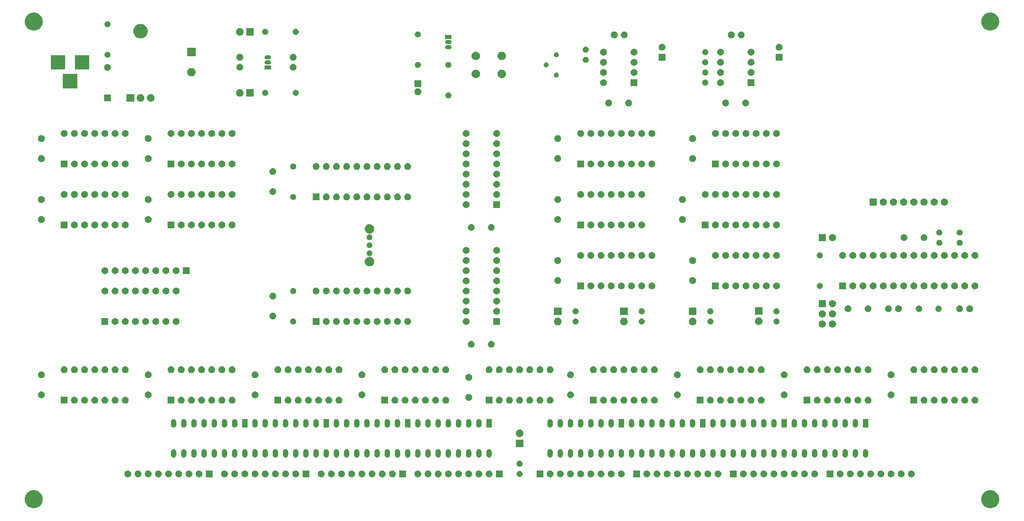
<source format=gbr>
G04 #@! TF.GenerationSoftware,KiCad,Pcbnew,(5.1.4)-1*
G04 #@! TF.CreationDate,2020-05-16T15:18:08+07:00*
G04 #@! TF.ProjectId,automata,6175746f-6d61-4746-912e-6b696361645f,1*
G04 #@! TF.SameCoordinates,Original*
G04 #@! TF.FileFunction,Soldermask,Bot*
G04 #@! TF.FilePolarity,Negative*
%FSLAX46Y46*%
G04 Gerber Fmt 4.6, Leading zero omitted, Abs format (unit mm)*
G04 Created by KiCad (PCBNEW (5.1.4)-1) date 2020-05-16 15:18:08*
%MOMM*%
%LPD*%
G04 APERTURE LIST*
%ADD10C,0.150000*%
G04 APERTURE END LIST*
D10*
G36*
X267610880Y-152699776D02*
G01*
X267991593Y-152775504D01*
X268401249Y-152945189D01*
X268769929Y-153191534D01*
X269083466Y-153505071D01*
X269329811Y-153873751D01*
X269499496Y-154283407D01*
X269586000Y-154718296D01*
X269586000Y-155161704D01*
X269499496Y-155596593D01*
X269329811Y-156006249D01*
X269083466Y-156374929D01*
X268769929Y-156688466D01*
X268401249Y-156934811D01*
X267991593Y-157104496D01*
X267610880Y-157180224D01*
X267556705Y-157191000D01*
X267113295Y-157191000D01*
X267059120Y-157180224D01*
X266678407Y-157104496D01*
X266268751Y-156934811D01*
X265900071Y-156688466D01*
X265586534Y-156374929D01*
X265340189Y-156006249D01*
X265170504Y-155596593D01*
X265084000Y-155161704D01*
X265084000Y-154718296D01*
X265170504Y-154283407D01*
X265340189Y-153873751D01*
X265586534Y-153505071D01*
X265900071Y-153191534D01*
X266268751Y-152945189D01*
X266678407Y-152775504D01*
X267059120Y-152699776D01*
X267113295Y-152689000D01*
X267556705Y-152689000D01*
X267610880Y-152699776D01*
X267610880Y-152699776D01*
G37*
G36*
X28850880Y-152699776D02*
G01*
X29231593Y-152775504D01*
X29641249Y-152945189D01*
X30009929Y-153191534D01*
X30323466Y-153505071D01*
X30569811Y-153873751D01*
X30739496Y-154283407D01*
X30826000Y-154718296D01*
X30826000Y-155161704D01*
X30739496Y-155596593D01*
X30569811Y-156006249D01*
X30323466Y-156374929D01*
X30009929Y-156688466D01*
X29641249Y-156934811D01*
X29231593Y-157104496D01*
X28850880Y-157180224D01*
X28796705Y-157191000D01*
X28353295Y-157191000D01*
X28299120Y-157180224D01*
X27918407Y-157104496D01*
X27508751Y-156934811D01*
X27140071Y-156688466D01*
X26826534Y-156374929D01*
X26580189Y-156006249D01*
X26410504Y-155596593D01*
X26324000Y-155161704D01*
X26324000Y-154718296D01*
X26410504Y-154283407D01*
X26580189Y-153873751D01*
X26826534Y-153505071D01*
X27140071Y-153191534D01*
X27508751Y-152945189D01*
X27918407Y-152775504D01*
X28299120Y-152699776D01*
X28353295Y-152689000D01*
X28796705Y-152689000D01*
X28850880Y-152699776D01*
X28850880Y-152699776D01*
G37*
G36*
X137326823Y-147751313D02*
G01*
X137487242Y-147799976D01*
X137580581Y-147849867D01*
X137635078Y-147878996D01*
X137764659Y-147985341D01*
X137871004Y-148114922D01*
X137871005Y-148114924D01*
X137950024Y-148262758D01*
X137998687Y-148423177D01*
X138015117Y-148590000D01*
X137998687Y-148756823D01*
X137950024Y-148917242D01*
X137879114Y-149049906D01*
X137871004Y-149065078D01*
X137764659Y-149194659D01*
X137635078Y-149301004D01*
X137635076Y-149301005D01*
X137487242Y-149380024D01*
X137326823Y-149428687D01*
X137201804Y-149441000D01*
X137118196Y-149441000D01*
X136993177Y-149428687D01*
X136832758Y-149380024D01*
X136684924Y-149301005D01*
X136684922Y-149301004D01*
X136555341Y-149194659D01*
X136448996Y-149065078D01*
X136440886Y-149049906D01*
X136369976Y-148917242D01*
X136321313Y-148756823D01*
X136304883Y-148590000D01*
X136321313Y-148423177D01*
X136369976Y-148262758D01*
X136448995Y-148114924D01*
X136448996Y-148114922D01*
X136555341Y-147985341D01*
X136684922Y-147878996D01*
X136739419Y-147849867D01*
X136832758Y-147799976D01*
X136993177Y-147751313D01*
X137118196Y-147739000D01*
X137201804Y-147739000D01*
X137326823Y-147751313D01*
X137326823Y-147751313D01*
G37*
G36*
X91606823Y-147751313D02*
G01*
X91767242Y-147799976D01*
X91860581Y-147849867D01*
X91915078Y-147878996D01*
X92044659Y-147985341D01*
X92151004Y-148114922D01*
X92151005Y-148114924D01*
X92230024Y-148262758D01*
X92278687Y-148423177D01*
X92295117Y-148590000D01*
X92278687Y-148756823D01*
X92230024Y-148917242D01*
X92159114Y-149049906D01*
X92151004Y-149065078D01*
X92044659Y-149194659D01*
X91915078Y-149301004D01*
X91915076Y-149301005D01*
X91767242Y-149380024D01*
X91606823Y-149428687D01*
X91481804Y-149441000D01*
X91398196Y-149441000D01*
X91273177Y-149428687D01*
X91112758Y-149380024D01*
X90964924Y-149301005D01*
X90964922Y-149301004D01*
X90835341Y-149194659D01*
X90728996Y-149065078D01*
X90720886Y-149049906D01*
X90649976Y-148917242D01*
X90601313Y-148756823D01*
X90584883Y-148590000D01*
X90601313Y-148423177D01*
X90649976Y-148262758D01*
X90728995Y-148114924D01*
X90728996Y-148114922D01*
X90835341Y-147985341D01*
X90964922Y-147878996D01*
X91019419Y-147849867D01*
X91112758Y-147799976D01*
X91273177Y-147751313D01*
X91398196Y-147739000D01*
X91481804Y-147739000D01*
X91606823Y-147751313D01*
X91606823Y-147751313D01*
G37*
G36*
X132246823Y-147751313D02*
G01*
X132407242Y-147799976D01*
X132500581Y-147849867D01*
X132555078Y-147878996D01*
X132684659Y-147985341D01*
X132791004Y-148114922D01*
X132791005Y-148114924D01*
X132870024Y-148262758D01*
X132918687Y-148423177D01*
X132935117Y-148590000D01*
X132918687Y-148756823D01*
X132870024Y-148917242D01*
X132799114Y-149049906D01*
X132791004Y-149065078D01*
X132684659Y-149194659D01*
X132555078Y-149301004D01*
X132555076Y-149301005D01*
X132407242Y-149380024D01*
X132246823Y-149428687D01*
X132121804Y-149441000D01*
X132038196Y-149441000D01*
X131913177Y-149428687D01*
X131752758Y-149380024D01*
X131604924Y-149301005D01*
X131604922Y-149301004D01*
X131475341Y-149194659D01*
X131368996Y-149065078D01*
X131360886Y-149049906D01*
X131289976Y-148917242D01*
X131241313Y-148756823D01*
X131224883Y-148590000D01*
X131241313Y-148423177D01*
X131289976Y-148262758D01*
X131368995Y-148114924D01*
X131368996Y-148114922D01*
X131475341Y-147985341D01*
X131604922Y-147878996D01*
X131659419Y-147849867D01*
X131752758Y-147799976D01*
X131913177Y-147751313D01*
X132038196Y-147739000D01*
X132121804Y-147739000D01*
X132246823Y-147751313D01*
X132246823Y-147751313D01*
G37*
G36*
X129706823Y-147751313D02*
G01*
X129867242Y-147799976D01*
X129960581Y-147849867D01*
X130015078Y-147878996D01*
X130144659Y-147985341D01*
X130251004Y-148114922D01*
X130251005Y-148114924D01*
X130330024Y-148262758D01*
X130378687Y-148423177D01*
X130395117Y-148590000D01*
X130378687Y-148756823D01*
X130330024Y-148917242D01*
X130259114Y-149049906D01*
X130251004Y-149065078D01*
X130144659Y-149194659D01*
X130015078Y-149301004D01*
X130015076Y-149301005D01*
X129867242Y-149380024D01*
X129706823Y-149428687D01*
X129581804Y-149441000D01*
X129498196Y-149441000D01*
X129373177Y-149428687D01*
X129212758Y-149380024D01*
X129064924Y-149301005D01*
X129064922Y-149301004D01*
X128935341Y-149194659D01*
X128828996Y-149065078D01*
X128820886Y-149049906D01*
X128749976Y-148917242D01*
X128701313Y-148756823D01*
X128684883Y-148590000D01*
X128701313Y-148423177D01*
X128749976Y-148262758D01*
X128828995Y-148114924D01*
X128828996Y-148114922D01*
X128935341Y-147985341D01*
X129064922Y-147878996D01*
X129119419Y-147849867D01*
X129212758Y-147799976D01*
X129373177Y-147751313D01*
X129498196Y-147739000D01*
X129581804Y-147739000D01*
X129706823Y-147751313D01*
X129706823Y-147751313D01*
G37*
G36*
X127166823Y-147751313D02*
G01*
X127327242Y-147799976D01*
X127420581Y-147849867D01*
X127475078Y-147878996D01*
X127604659Y-147985341D01*
X127711004Y-148114922D01*
X127711005Y-148114924D01*
X127790024Y-148262758D01*
X127838687Y-148423177D01*
X127855117Y-148590000D01*
X127838687Y-148756823D01*
X127790024Y-148917242D01*
X127719114Y-149049906D01*
X127711004Y-149065078D01*
X127604659Y-149194659D01*
X127475078Y-149301004D01*
X127475076Y-149301005D01*
X127327242Y-149380024D01*
X127166823Y-149428687D01*
X127041804Y-149441000D01*
X126958196Y-149441000D01*
X126833177Y-149428687D01*
X126672758Y-149380024D01*
X126524924Y-149301005D01*
X126524922Y-149301004D01*
X126395341Y-149194659D01*
X126288996Y-149065078D01*
X126280886Y-149049906D01*
X126209976Y-148917242D01*
X126161313Y-148756823D01*
X126144883Y-148590000D01*
X126161313Y-148423177D01*
X126209976Y-148262758D01*
X126288995Y-148114924D01*
X126288996Y-148114922D01*
X126395341Y-147985341D01*
X126524922Y-147878996D01*
X126579419Y-147849867D01*
X126672758Y-147799976D01*
X126833177Y-147751313D01*
X126958196Y-147739000D01*
X127041804Y-147739000D01*
X127166823Y-147751313D01*
X127166823Y-147751313D01*
G37*
G36*
X124626823Y-147751313D02*
G01*
X124787242Y-147799976D01*
X124880581Y-147849867D01*
X124935078Y-147878996D01*
X125064659Y-147985341D01*
X125171004Y-148114922D01*
X125171005Y-148114924D01*
X125250024Y-148262758D01*
X125298687Y-148423177D01*
X125315117Y-148590000D01*
X125298687Y-148756823D01*
X125250024Y-148917242D01*
X125179114Y-149049906D01*
X125171004Y-149065078D01*
X125064659Y-149194659D01*
X124935078Y-149301004D01*
X124935076Y-149301005D01*
X124787242Y-149380024D01*
X124626823Y-149428687D01*
X124501804Y-149441000D01*
X124418196Y-149441000D01*
X124293177Y-149428687D01*
X124132758Y-149380024D01*
X123984924Y-149301005D01*
X123984922Y-149301004D01*
X123855341Y-149194659D01*
X123748996Y-149065078D01*
X123740886Y-149049906D01*
X123669976Y-148917242D01*
X123621313Y-148756823D01*
X123604883Y-148590000D01*
X123621313Y-148423177D01*
X123669976Y-148262758D01*
X123748995Y-148114924D01*
X123748996Y-148114922D01*
X123855341Y-147985341D01*
X123984922Y-147878996D01*
X124039419Y-147849867D01*
X124132758Y-147799976D01*
X124293177Y-147751313D01*
X124418196Y-147739000D01*
X124501804Y-147739000D01*
X124626823Y-147751313D01*
X124626823Y-147751313D01*
G37*
G36*
X121501000Y-149441000D02*
G01*
X119799000Y-149441000D01*
X119799000Y-147739000D01*
X121501000Y-147739000D01*
X121501000Y-149441000D01*
X121501000Y-149441000D01*
G37*
G36*
X118276823Y-147751313D02*
G01*
X118437242Y-147799976D01*
X118530581Y-147849867D01*
X118585078Y-147878996D01*
X118714659Y-147985341D01*
X118821004Y-148114922D01*
X118821005Y-148114924D01*
X118900024Y-148262758D01*
X118948687Y-148423177D01*
X118965117Y-148590000D01*
X118948687Y-148756823D01*
X118900024Y-148917242D01*
X118829114Y-149049906D01*
X118821004Y-149065078D01*
X118714659Y-149194659D01*
X118585078Y-149301004D01*
X118585076Y-149301005D01*
X118437242Y-149380024D01*
X118276823Y-149428687D01*
X118151804Y-149441000D01*
X118068196Y-149441000D01*
X117943177Y-149428687D01*
X117782758Y-149380024D01*
X117634924Y-149301005D01*
X117634922Y-149301004D01*
X117505341Y-149194659D01*
X117398996Y-149065078D01*
X117390886Y-149049906D01*
X117319976Y-148917242D01*
X117271313Y-148756823D01*
X117254883Y-148590000D01*
X117271313Y-148423177D01*
X117319976Y-148262758D01*
X117398995Y-148114924D01*
X117398996Y-148114922D01*
X117505341Y-147985341D01*
X117634922Y-147878996D01*
X117689419Y-147849867D01*
X117782758Y-147799976D01*
X117943177Y-147751313D01*
X118068196Y-147739000D01*
X118151804Y-147739000D01*
X118276823Y-147751313D01*
X118276823Y-147751313D01*
G37*
G36*
X89066823Y-147751313D02*
G01*
X89227242Y-147799976D01*
X89320581Y-147849867D01*
X89375078Y-147878996D01*
X89504659Y-147985341D01*
X89611004Y-148114922D01*
X89611005Y-148114924D01*
X89690024Y-148262758D01*
X89738687Y-148423177D01*
X89755117Y-148590000D01*
X89738687Y-148756823D01*
X89690024Y-148917242D01*
X89619114Y-149049906D01*
X89611004Y-149065078D01*
X89504659Y-149194659D01*
X89375078Y-149301004D01*
X89375076Y-149301005D01*
X89227242Y-149380024D01*
X89066823Y-149428687D01*
X88941804Y-149441000D01*
X88858196Y-149441000D01*
X88733177Y-149428687D01*
X88572758Y-149380024D01*
X88424924Y-149301005D01*
X88424922Y-149301004D01*
X88295341Y-149194659D01*
X88188996Y-149065078D01*
X88180886Y-149049906D01*
X88109976Y-148917242D01*
X88061313Y-148756823D01*
X88044883Y-148590000D01*
X88061313Y-148423177D01*
X88109976Y-148262758D01*
X88188995Y-148114924D01*
X88188996Y-148114922D01*
X88295341Y-147985341D01*
X88424922Y-147878996D01*
X88479419Y-147849867D01*
X88572758Y-147799976D01*
X88733177Y-147751313D01*
X88858196Y-147739000D01*
X88941804Y-147739000D01*
X89066823Y-147751313D01*
X89066823Y-147751313D01*
G37*
G36*
X113196823Y-147751313D02*
G01*
X113357242Y-147799976D01*
X113450581Y-147849867D01*
X113505078Y-147878996D01*
X113634659Y-147985341D01*
X113741004Y-148114922D01*
X113741005Y-148114924D01*
X113820024Y-148262758D01*
X113868687Y-148423177D01*
X113885117Y-148590000D01*
X113868687Y-148756823D01*
X113820024Y-148917242D01*
X113749114Y-149049906D01*
X113741004Y-149065078D01*
X113634659Y-149194659D01*
X113505078Y-149301004D01*
X113505076Y-149301005D01*
X113357242Y-149380024D01*
X113196823Y-149428687D01*
X113071804Y-149441000D01*
X112988196Y-149441000D01*
X112863177Y-149428687D01*
X112702758Y-149380024D01*
X112554924Y-149301005D01*
X112554922Y-149301004D01*
X112425341Y-149194659D01*
X112318996Y-149065078D01*
X112310886Y-149049906D01*
X112239976Y-148917242D01*
X112191313Y-148756823D01*
X112174883Y-148590000D01*
X112191313Y-148423177D01*
X112239976Y-148262758D01*
X112318995Y-148114924D01*
X112318996Y-148114922D01*
X112425341Y-147985341D01*
X112554922Y-147878996D01*
X112609419Y-147849867D01*
X112702758Y-147799976D01*
X112863177Y-147751313D01*
X112988196Y-147739000D01*
X113071804Y-147739000D01*
X113196823Y-147751313D01*
X113196823Y-147751313D01*
G37*
G36*
X110656823Y-147751313D02*
G01*
X110817242Y-147799976D01*
X110910581Y-147849867D01*
X110965078Y-147878996D01*
X111094659Y-147985341D01*
X111201004Y-148114922D01*
X111201005Y-148114924D01*
X111280024Y-148262758D01*
X111328687Y-148423177D01*
X111345117Y-148590000D01*
X111328687Y-148756823D01*
X111280024Y-148917242D01*
X111209114Y-149049906D01*
X111201004Y-149065078D01*
X111094659Y-149194659D01*
X110965078Y-149301004D01*
X110965076Y-149301005D01*
X110817242Y-149380024D01*
X110656823Y-149428687D01*
X110531804Y-149441000D01*
X110448196Y-149441000D01*
X110323177Y-149428687D01*
X110162758Y-149380024D01*
X110014924Y-149301005D01*
X110014922Y-149301004D01*
X109885341Y-149194659D01*
X109778996Y-149065078D01*
X109770886Y-149049906D01*
X109699976Y-148917242D01*
X109651313Y-148756823D01*
X109634883Y-148590000D01*
X109651313Y-148423177D01*
X109699976Y-148262758D01*
X109778995Y-148114924D01*
X109778996Y-148114922D01*
X109885341Y-147985341D01*
X110014922Y-147878996D01*
X110069419Y-147849867D01*
X110162758Y-147799976D01*
X110323177Y-147751313D01*
X110448196Y-147739000D01*
X110531804Y-147739000D01*
X110656823Y-147751313D01*
X110656823Y-147751313D01*
G37*
G36*
X108116823Y-147751313D02*
G01*
X108277242Y-147799976D01*
X108370581Y-147849867D01*
X108425078Y-147878996D01*
X108554659Y-147985341D01*
X108661004Y-148114922D01*
X108661005Y-148114924D01*
X108740024Y-148262758D01*
X108788687Y-148423177D01*
X108805117Y-148590000D01*
X108788687Y-148756823D01*
X108740024Y-148917242D01*
X108669114Y-149049906D01*
X108661004Y-149065078D01*
X108554659Y-149194659D01*
X108425078Y-149301004D01*
X108425076Y-149301005D01*
X108277242Y-149380024D01*
X108116823Y-149428687D01*
X107991804Y-149441000D01*
X107908196Y-149441000D01*
X107783177Y-149428687D01*
X107622758Y-149380024D01*
X107474924Y-149301005D01*
X107474922Y-149301004D01*
X107345341Y-149194659D01*
X107238996Y-149065078D01*
X107230886Y-149049906D01*
X107159976Y-148917242D01*
X107111313Y-148756823D01*
X107094883Y-148590000D01*
X107111313Y-148423177D01*
X107159976Y-148262758D01*
X107238995Y-148114924D01*
X107238996Y-148114922D01*
X107345341Y-147985341D01*
X107474922Y-147878996D01*
X107529419Y-147849867D01*
X107622758Y-147799976D01*
X107783177Y-147751313D01*
X107908196Y-147739000D01*
X107991804Y-147739000D01*
X108116823Y-147751313D01*
X108116823Y-147751313D01*
G37*
G36*
X105576823Y-147751313D02*
G01*
X105737242Y-147799976D01*
X105830581Y-147849867D01*
X105885078Y-147878996D01*
X106014659Y-147985341D01*
X106121004Y-148114922D01*
X106121005Y-148114924D01*
X106200024Y-148262758D01*
X106248687Y-148423177D01*
X106265117Y-148590000D01*
X106248687Y-148756823D01*
X106200024Y-148917242D01*
X106129114Y-149049906D01*
X106121004Y-149065078D01*
X106014659Y-149194659D01*
X105885078Y-149301004D01*
X105885076Y-149301005D01*
X105737242Y-149380024D01*
X105576823Y-149428687D01*
X105451804Y-149441000D01*
X105368196Y-149441000D01*
X105243177Y-149428687D01*
X105082758Y-149380024D01*
X104934924Y-149301005D01*
X104934922Y-149301004D01*
X104805341Y-149194659D01*
X104698996Y-149065078D01*
X104690886Y-149049906D01*
X104619976Y-148917242D01*
X104571313Y-148756823D01*
X104554883Y-148590000D01*
X104571313Y-148423177D01*
X104619976Y-148262758D01*
X104698995Y-148114924D01*
X104698996Y-148114922D01*
X104805341Y-147985341D01*
X104934922Y-147878996D01*
X104989419Y-147849867D01*
X105082758Y-147799976D01*
X105243177Y-147751313D01*
X105368196Y-147739000D01*
X105451804Y-147739000D01*
X105576823Y-147751313D01*
X105576823Y-147751313D01*
G37*
G36*
X103036823Y-147751313D02*
G01*
X103197242Y-147799976D01*
X103290581Y-147849867D01*
X103345078Y-147878996D01*
X103474659Y-147985341D01*
X103581004Y-148114922D01*
X103581005Y-148114924D01*
X103660024Y-148262758D01*
X103708687Y-148423177D01*
X103725117Y-148590000D01*
X103708687Y-148756823D01*
X103660024Y-148917242D01*
X103589114Y-149049906D01*
X103581004Y-149065078D01*
X103474659Y-149194659D01*
X103345078Y-149301004D01*
X103345076Y-149301005D01*
X103197242Y-149380024D01*
X103036823Y-149428687D01*
X102911804Y-149441000D01*
X102828196Y-149441000D01*
X102703177Y-149428687D01*
X102542758Y-149380024D01*
X102394924Y-149301005D01*
X102394922Y-149301004D01*
X102265341Y-149194659D01*
X102158996Y-149065078D01*
X102150886Y-149049906D01*
X102079976Y-148917242D01*
X102031313Y-148756823D01*
X102014883Y-148590000D01*
X102031313Y-148423177D01*
X102079976Y-148262758D01*
X102158995Y-148114924D01*
X102158996Y-148114922D01*
X102265341Y-147985341D01*
X102394922Y-147878996D01*
X102449419Y-147849867D01*
X102542758Y-147799976D01*
X102703177Y-147751313D01*
X102828196Y-147739000D01*
X102911804Y-147739000D01*
X103036823Y-147751313D01*
X103036823Y-147751313D01*
G37*
G36*
X100496823Y-147751313D02*
G01*
X100657242Y-147799976D01*
X100750581Y-147849867D01*
X100805078Y-147878996D01*
X100934659Y-147985341D01*
X101041004Y-148114922D01*
X101041005Y-148114924D01*
X101120024Y-148262758D01*
X101168687Y-148423177D01*
X101185117Y-148590000D01*
X101168687Y-148756823D01*
X101120024Y-148917242D01*
X101049114Y-149049906D01*
X101041004Y-149065078D01*
X100934659Y-149194659D01*
X100805078Y-149301004D01*
X100805076Y-149301005D01*
X100657242Y-149380024D01*
X100496823Y-149428687D01*
X100371804Y-149441000D01*
X100288196Y-149441000D01*
X100163177Y-149428687D01*
X100002758Y-149380024D01*
X99854924Y-149301005D01*
X99854922Y-149301004D01*
X99725341Y-149194659D01*
X99618996Y-149065078D01*
X99610886Y-149049906D01*
X99539976Y-148917242D01*
X99491313Y-148756823D01*
X99474883Y-148590000D01*
X99491313Y-148423177D01*
X99539976Y-148262758D01*
X99618995Y-148114924D01*
X99618996Y-148114922D01*
X99725341Y-147985341D01*
X99854922Y-147878996D01*
X99909419Y-147849867D01*
X100002758Y-147799976D01*
X100163177Y-147751313D01*
X100288196Y-147739000D01*
X100371804Y-147739000D01*
X100496823Y-147751313D01*
X100496823Y-147751313D01*
G37*
G36*
X97371000Y-149441000D02*
G01*
X95669000Y-149441000D01*
X95669000Y-147739000D01*
X97371000Y-147739000D01*
X97371000Y-149441000D01*
X97371000Y-149441000D01*
G37*
G36*
X94146823Y-147751313D02*
G01*
X94307242Y-147799976D01*
X94400581Y-147849867D01*
X94455078Y-147878996D01*
X94584659Y-147985341D01*
X94691004Y-148114922D01*
X94691005Y-148114924D01*
X94770024Y-148262758D01*
X94818687Y-148423177D01*
X94835117Y-148590000D01*
X94818687Y-148756823D01*
X94770024Y-148917242D01*
X94699114Y-149049906D01*
X94691004Y-149065078D01*
X94584659Y-149194659D01*
X94455078Y-149301004D01*
X94455076Y-149301005D01*
X94307242Y-149380024D01*
X94146823Y-149428687D01*
X94021804Y-149441000D01*
X93938196Y-149441000D01*
X93813177Y-149428687D01*
X93652758Y-149380024D01*
X93504924Y-149301005D01*
X93504922Y-149301004D01*
X93375341Y-149194659D01*
X93268996Y-149065078D01*
X93260886Y-149049906D01*
X93189976Y-148917242D01*
X93141313Y-148756823D01*
X93124883Y-148590000D01*
X93141313Y-148423177D01*
X93189976Y-148262758D01*
X93268995Y-148114924D01*
X93268996Y-148114922D01*
X93375341Y-147985341D01*
X93504922Y-147878996D01*
X93559419Y-147849867D01*
X93652758Y-147799976D01*
X93813177Y-147751313D01*
X93938196Y-147739000D01*
X94021804Y-147739000D01*
X94146823Y-147751313D01*
X94146823Y-147751313D01*
G37*
G36*
X134786823Y-147751313D02*
G01*
X134947242Y-147799976D01*
X135040581Y-147849867D01*
X135095078Y-147878996D01*
X135224659Y-147985341D01*
X135331004Y-148114922D01*
X135331005Y-148114924D01*
X135410024Y-148262758D01*
X135458687Y-148423177D01*
X135475117Y-148590000D01*
X135458687Y-148756823D01*
X135410024Y-148917242D01*
X135339114Y-149049906D01*
X135331004Y-149065078D01*
X135224659Y-149194659D01*
X135095078Y-149301004D01*
X135095076Y-149301005D01*
X134947242Y-149380024D01*
X134786823Y-149428687D01*
X134661804Y-149441000D01*
X134578196Y-149441000D01*
X134453177Y-149428687D01*
X134292758Y-149380024D01*
X134144924Y-149301005D01*
X134144922Y-149301004D01*
X134015341Y-149194659D01*
X133908996Y-149065078D01*
X133900886Y-149049906D01*
X133829976Y-148917242D01*
X133781313Y-148756823D01*
X133764883Y-148590000D01*
X133781313Y-148423177D01*
X133829976Y-148262758D01*
X133908995Y-148114924D01*
X133908996Y-148114922D01*
X134015341Y-147985341D01*
X134144922Y-147878996D01*
X134199419Y-147849867D01*
X134292758Y-147799976D01*
X134453177Y-147751313D01*
X134578196Y-147739000D01*
X134661804Y-147739000D01*
X134786823Y-147751313D01*
X134786823Y-147751313D01*
G37*
G36*
X62396823Y-147751313D02*
G01*
X62557242Y-147799976D01*
X62650581Y-147849867D01*
X62705078Y-147878996D01*
X62834659Y-147985341D01*
X62941004Y-148114922D01*
X62941005Y-148114924D01*
X63020024Y-148262758D01*
X63068687Y-148423177D01*
X63085117Y-148590000D01*
X63068687Y-148756823D01*
X63020024Y-148917242D01*
X62949114Y-149049906D01*
X62941004Y-149065078D01*
X62834659Y-149194659D01*
X62705078Y-149301004D01*
X62705076Y-149301005D01*
X62557242Y-149380024D01*
X62396823Y-149428687D01*
X62271804Y-149441000D01*
X62188196Y-149441000D01*
X62063177Y-149428687D01*
X61902758Y-149380024D01*
X61754924Y-149301005D01*
X61754922Y-149301004D01*
X61625341Y-149194659D01*
X61518996Y-149065078D01*
X61510886Y-149049906D01*
X61439976Y-148917242D01*
X61391313Y-148756823D01*
X61374883Y-148590000D01*
X61391313Y-148423177D01*
X61439976Y-148262758D01*
X61518995Y-148114924D01*
X61518996Y-148114922D01*
X61625341Y-147985341D01*
X61754922Y-147878996D01*
X61809419Y-147849867D01*
X61902758Y-147799976D01*
X62063177Y-147751313D01*
X62188196Y-147739000D01*
X62271804Y-147739000D01*
X62396823Y-147751313D01*
X62396823Y-147751313D01*
G37*
G36*
X86526823Y-147751313D02*
G01*
X86687242Y-147799976D01*
X86780581Y-147849867D01*
X86835078Y-147878996D01*
X86964659Y-147985341D01*
X87071004Y-148114922D01*
X87071005Y-148114924D01*
X87150024Y-148262758D01*
X87198687Y-148423177D01*
X87215117Y-148590000D01*
X87198687Y-148756823D01*
X87150024Y-148917242D01*
X87079114Y-149049906D01*
X87071004Y-149065078D01*
X86964659Y-149194659D01*
X86835078Y-149301004D01*
X86835076Y-149301005D01*
X86687242Y-149380024D01*
X86526823Y-149428687D01*
X86401804Y-149441000D01*
X86318196Y-149441000D01*
X86193177Y-149428687D01*
X86032758Y-149380024D01*
X85884924Y-149301005D01*
X85884922Y-149301004D01*
X85755341Y-149194659D01*
X85648996Y-149065078D01*
X85640886Y-149049906D01*
X85569976Y-148917242D01*
X85521313Y-148756823D01*
X85504883Y-148590000D01*
X85521313Y-148423177D01*
X85569976Y-148262758D01*
X85648995Y-148114924D01*
X85648996Y-148114922D01*
X85755341Y-147985341D01*
X85884922Y-147878996D01*
X85939419Y-147849867D01*
X86032758Y-147799976D01*
X86193177Y-147751313D01*
X86318196Y-147739000D01*
X86401804Y-147739000D01*
X86526823Y-147751313D01*
X86526823Y-147751313D01*
G37*
G36*
X83986823Y-147751313D02*
G01*
X84147242Y-147799976D01*
X84240581Y-147849867D01*
X84295078Y-147878996D01*
X84424659Y-147985341D01*
X84531004Y-148114922D01*
X84531005Y-148114924D01*
X84610024Y-148262758D01*
X84658687Y-148423177D01*
X84675117Y-148590000D01*
X84658687Y-148756823D01*
X84610024Y-148917242D01*
X84539114Y-149049906D01*
X84531004Y-149065078D01*
X84424659Y-149194659D01*
X84295078Y-149301004D01*
X84295076Y-149301005D01*
X84147242Y-149380024D01*
X83986823Y-149428687D01*
X83861804Y-149441000D01*
X83778196Y-149441000D01*
X83653177Y-149428687D01*
X83492758Y-149380024D01*
X83344924Y-149301005D01*
X83344922Y-149301004D01*
X83215341Y-149194659D01*
X83108996Y-149065078D01*
X83100886Y-149049906D01*
X83029976Y-148917242D01*
X82981313Y-148756823D01*
X82964883Y-148590000D01*
X82981313Y-148423177D01*
X83029976Y-148262758D01*
X83108995Y-148114924D01*
X83108996Y-148114922D01*
X83215341Y-147985341D01*
X83344922Y-147878996D01*
X83399419Y-147849867D01*
X83492758Y-147799976D01*
X83653177Y-147751313D01*
X83778196Y-147739000D01*
X83861804Y-147739000D01*
X83986823Y-147751313D01*
X83986823Y-147751313D01*
G37*
G36*
X81446823Y-147751313D02*
G01*
X81607242Y-147799976D01*
X81700581Y-147849867D01*
X81755078Y-147878996D01*
X81884659Y-147985341D01*
X81991004Y-148114922D01*
X81991005Y-148114924D01*
X82070024Y-148262758D01*
X82118687Y-148423177D01*
X82135117Y-148590000D01*
X82118687Y-148756823D01*
X82070024Y-148917242D01*
X81999114Y-149049906D01*
X81991004Y-149065078D01*
X81884659Y-149194659D01*
X81755078Y-149301004D01*
X81755076Y-149301005D01*
X81607242Y-149380024D01*
X81446823Y-149428687D01*
X81321804Y-149441000D01*
X81238196Y-149441000D01*
X81113177Y-149428687D01*
X80952758Y-149380024D01*
X80804924Y-149301005D01*
X80804922Y-149301004D01*
X80675341Y-149194659D01*
X80568996Y-149065078D01*
X80560886Y-149049906D01*
X80489976Y-148917242D01*
X80441313Y-148756823D01*
X80424883Y-148590000D01*
X80441313Y-148423177D01*
X80489976Y-148262758D01*
X80568995Y-148114924D01*
X80568996Y-148114922D01*
X80675341Y-147985341D01*
X80804922Y-147878996D01*
X80859419Y-147849867D01*
X80952758Y-147799976D01*
X81113177Y-147751313D01*
X81238196Y-147739000D01*
X81321804Y-147739000D01*
X81446823Y-147751313D01*
X81446823Y-147751313D01*
G37*
G36*
X78906823Y-147751313D02*
G01*
X79067242Y-147799976D01*
X79160581Y-147849867D01*
X79215078Y-147878996D01*
X79344659Y-147985341D01*
X79451004Y-148114922D01*
X79451005Y-148114924D01*
X79530024Y-148262758D01*
X79578687Y-148423177D01*
X79595117Y-148590000D01*
X79578687Y-148756823D01*
X79530024Y-148917242D01*
X79459114Y-149049906D01*
X79451004Y-149065078D01*
X79344659Y-149194659D01*
X79215078Y-149301004D01*
X79215076Y-149301005D01*
X79067242Y-149380024D01*
X78906823Y-149428687D01*
X78781804Y-149441000D01*
X78698196Y-149441000D01*
X78573177Y-149428687D01*
X78412758Y-149380024D01*
X78264924Y-149301005D01*
X78264922Y-149301004D01*
X78135341Y-149194659D01*
X78028996Y-149065078D01*
X78020886Y-149049906D01*
X77949976Y-148917242D01*
X77901313Y-148756823D01*
X77884883Y-148590000D01*
X77901313Y-148423177D01*
X77949976Y-148262758D01*
X78028995Y-148114924D01*
X78028996Y-148114922D01*
X78135341Y-147985341D01*
X78264922Y-147878996D01*
X78319419Y-147849867D01*
X78412758Y-147799976D01*
X78573177Y-147751313D01*
X78698196Y-147739000D01*
X78781804Y-147739000D01*
X78906823Y-147751313D01*
X78906823Y-147751313D01*
G37*
G36*
X76366823Y-147751313D02*
G01*
X76527242Y-147799976D01*
X76620581Y-147849867D01*
X76675078Y-147878996D01*
X76804659Y-147985341D01*
X76911004Y-148114922D01*
X76911005Y-148114924D01*
X76990024Y-148262758D01*
X77038687Y-148423177D01*
X77055117Y-148590000D01*
X77038687Y-148756823D01*
X76990024Y-148917242D01*
X76919114Y-149049906D01*
X76911004Y-149065078D01*
X76804659Y-149194659D01*
X76675078Y-149301004D01*
X76675076Y-149301005D01*
X76527242Y-149380024D01*
X76366823Y-149428687D01*
X76241804Y-149441000D01*
X76158196Y-149441000D01*
X76033177Y-149428687D01*
X75872758Y-149380024D01*
X75724924Y-149301005D01*
X75724922Y-149301004D01*
X75595341Y-149194659D01*
X75488996Y-149065078D01*
X75480886Y-149049906D01*
X75409976Y-148917242D01*
X75361313Y-148756823D01*
X75344883Y-148590000D01*
X75361313Y-148423177D01*
X75409976Y-148262758D01*
X75488995Y-148114924D01*
X75488996Y-148114922D01*
X75595341Y-147985341D01*
X75724922Y-147878996D01*
X75779419Y-147849867D01*
X75872758Y-147799976D01*
X76033177Y-147751313D01*
X76158196Y-147739000D01*
X76241804Y-147739000D01*
X76366823Y-147751313D01*
X76366823Y-147751313D01*
G37*
G36*
X73241000Y-149441000D02*
G01*
X71539000Y-149441000D01*
X71539000Y-147739000D01*
X73241000Y-147739000D01*
X73241000Y-149441000D01*
X73241000Y-149441000D01*
G37*
G36*
X70016823Y-147751313D02*
G01*
X70177242Y-147799976D01*
X70270581Y-147849867D01*
X70325078Y-147878996D01*
X70454659Y-147985341D01*
X70561004Y-148114922D01*
X70561005Y-148114924D01*
X70640024Y-148262758D01*
X70688687Y-148423177D01*
X70705117Y-148590000D01*
X70688687Y-148756823D01*
X70640024Y-148917242D01*
X70569114Y-149049906D01*
X70561004Y-149065078D01*
X70454659Y-149194659D01*
X70325078Y-149301004D01*
X70325076Y-149301005D01*
X70177242Y-149380024D01*
X70016823Y-149428687D01*
X69891804Y-149441000D01*
X69808196Y-149441000D01*
X69683177Y-149428687D01*
X69522758Y-149380024D01*
X69374924Y-149301005D01*
X69374922Y-149301004D01*
X69245341Y-149194659D01*
X69138996Y-149065078D01*
X69130886Y-149049906D01*
X69059976Y-148917242D01*
X69011313Y-148756823D01*
X68994883Y-148590000D01*
X69011313Y-148423177D01*
X69059976Y-148262758D01*
X69138995Y-148114924D01*
X69138996Y-148114922D01*
X69245341Y-147985341D01*
X69374922Y-147878996D01*
X69429419Y-147849867D01*
X69522758Y-147799976D01*
X69683177Y-147751313D01*
X69808196Y-147739000D01*
X69891804Y-147739000D01*
X70016823Y-147751313D01*
X70016823Y-147751313D01*
G37*
G36*
X67476823Y-147751313D02*
G01*
X67637242Y-147799976D01*
X67730581Y-147849867D01*
X67785078Y-147878996D01*
X67914659Y-147985341D01*
X68021004Y-148114922D01*
X68021005Y-148114924D01*
X68100024Y-148262758D01*
X68148687Y-148423177D01*
X68165117Y-148590000D01*
X68148687Y-148756823D01*
X68100024Y-148917242D01*
X68029114Y-149049906D01*
X68021004Y-149065078D01*
X67914659Y-149194659D01*
X67785078Y-149301004D01*
X67785076Y-149301005D01*
X67637242Y-149380024D01*
X67476823Y-149428687D01*
X67351804Y-149441000D01*
X67268196Y-149441000D01*
X67143177Y-149428687D01*
X66982758Y-149380024D01*
X66834924Y-149301005D01*
X66834922Y-149301004D01*
X66705341Y-149194659D01*
X66598996Y-149065078D01*
X66590886Y-149049906D01*
X66519976Y-148917242D01*
X66471313Y-148756823D01*
X66454883Y-148590000D01*
X66471313Y-148423177D01*
X66519976Y-148262758D01*
X66598995Y-148114924D01*
X66598996Y-148114922D01*
X66705341Y-147985341D01*
X66834922Y-147878996D01*
X66889419Y-147849867D01*
X66982758Y-147799976D01*
X67143177Y-147751313D01*
X67268196Y-147739000D01*
X67351804Y-147739000D01*
X67476823Y-147751313D01*
X67476823Y-147751313D01*
G37*
G36*
X64936823Y-147751313D02*
G01*
X65097242Y-147799976D01*
X65190581Y-147849867D01*
X65245078Y-147878996D01*
X65374659Y-147985341D01*
X65481004Y-148114922D01*
X65481005Y-148114924D01*
X65560024Y-148262758D01*
X65608687Y-148423177D01*
X65625117Y-148590000D01*
X65608687Y-148756823D01*
X65560024Y-148917242D01*
X65489114Y-149049906D01*
X65481004Y-149065078D01*
X65374659Y-149194659D01*
X65245078Y-149301004D01*
X65245076Y-149301005D01*
X65097242Y-149380024D01*
X64936823Y-149428687D01*
X64811804Y-149441000D01*
X64728196Y-149441000D01*
X64603177Y-149428687D01*
X64442758Y-149380024D01*
X64294924Y-149301005D01*
X64294922Y-149301004D01*
X64165341Y-149194659D01*
X64058996Y-149065078D01*
X64050886Y-149049906D01*
X63979976Y-148917242D01*
X63931313Y-148756823D01*
X63914883Y-148590000D01*
X63931313Y-148423177D01*
X63979976Y-148262758D01*
X64058995Y-148114924D01*
X64058996Y-148114922D01*
X64165341Y-147985341D01*
X64294922Y-147878996D01*
X64349419Y-147849867D01*
X64442758Y-147799976D01*
X64603177Y-147751313D01*
X64728196Y-147739000D01*
X64811804Y-147739000D01*
X64936823Y-147751313D01*
X64936823Y-147751313D01*
G37*
G36*
X59856823Y-147751313D02*
G01*
X60017242Y-147799976D01*
X60110581Y-147849867D01*
X60165078Y-147878996D01*
X60294659Y-147985341D01*
X60401004Y-148114922D01*
X60401005Y-148114924D01*
X60480024Y-148262758D01*
X60528687Y-148423177D01*
X60545117Y-148590000D01*
X60528687Y-148756823D01*
X60480024Y-148917242D01*
X60409114Y-149049906D01*
X60401004Y-149065078D01*
X60294659Y-149194659D01*
X60165078Y-149301004D01*
X60165076Y-149301005D01*
X60017242Y-149380024D01*
X59856823Y-149428687D01*
X59731804Y-149441000D01*
X59648196Y-149441000D01*
X59523177Y-149428687D01*
X59362758Y-149380024D01*
X59214924Y-149301005D01*
X59214922Y-149301004D01*
X59085341Y-149194659D01*
X58978996Y-149065078D01*
X58970886Y-149049906D01*
X58899976Y-148917242D01*
X58851313Y-148756823D01*
X58834883Y-148590000D01*
X58851313Y-148423177D01*
X58899976Y-148262758D01*
X58978995Y-148114924D01*
X58978996Y-148114922D01*
X59085341Y-147985341D01*
X59214922Y-147878996D01*
X59269419Y-147849867D01*
X59362758Y-147799976D01*
X59523177Y-147751313D01*
X59648196Y-147739000D01*
X59731804Y-147739000D01*
X59856823Y-147751313D01*
X59856823Y-147751313D01*
G37*
G36*
X57316823Y-147751313D02*
G01*
X57477242Y-147799976D01*
X57570581Y-147849867D01*
X57625078Y-147878996D01*
X57754659Y-147985341D01*
X57861004Y-148114922D01*
X57861005Y-148114924D01*
X57940024Y-148262758D01*
X57988687Y-148423177D01*
X58005117Y-148590000D01*
X57988687Y-148756823D01*
X57940024Y-148917242D01*
X57869114Y-149049906D01*
X57861004Y-149065078D01*
X57754659Y-149194659D01*
X57625078Y-149301004D01*
X57625076Y-149301005D01*
X57477242Y-149380024D01*
X57316823Y-149428687D01*
X57191804Y-149441000D01*
X57108196Y-149441000D01*
X56983177Y-149428687D01*
X56822758Y-149380024D01*
X56674924Y-149301005D01*
X56674922Y-149301004D01*
X56545341Y-149194659D01*
X56438996Y-149065078D01*
X56430886Y-149049906D01*
X56359976Y-148917242D01*
X56311313Y-148756823D01*
X56294883Y-148590000D01*
X56311313Y-148423177D01*
X56359976Y-148262758D01*
X56438995Y-148114924D01*
X56438996Y-148114922D01*
X56545341Y-147985341D01*
X56674922Y-147878996D01*
X56729419Y-147849867D01*
X56822758Y-147799976D01*
X56983177Y-147751313D01*
X57108196Y-147739000D01*
X57191804Y-147739000D01*
X57316823Y-147751313D01*
X57316823Y-147751313D01*
G37*
G36*
X54776823Y-147751313D02*
G01*
X54937242Y-147799976D01*
X55030581Y-147849867D01*
X55085078Y-147878996D01*
X55214659Y-147985341D01*
X55321004Y-148114922D01*
X55321005Y-148114924D01*
X55400024Y-148262758D01*
X55448687Y-148423177D01*
X55465117Y-148590000D01*
X55448687Y-148756823D01*
X55400024Y-148917242D01*
X55329114Y-149049906D01*
X55321004Y-149065078D01*
X55214659Y-149194659D01*
X55085078Y-149301004D01*
X55085076Y-149301005D01*
X54937242Y-149380024D01*
X54776823Y-149428687D01*
X54651804Y-149441000D01*
X54568196Y-149441000D01*
X54443177Y-149428687D01*
X54282758Y-149380024D01*
X54134924Y-149301005D01*
X54134922Y-149301004D01*
X54005341Y-149194659D01*
X53898996Y-149065078D01*
X53890886Y-149049906D01*
X53819976Y-148917242D01*
X53771313Y-148756823D01*
X53754883Y-148590000D01*
X53771313Y-148423177D01*
X53819976Y-148262758D01*
X53898995Y-148114924D01*
X53898996Y-148114922D01*
X54005341Y-147985341D01*
X54134922Y-147878996D01*
X54189419Y-147849867D01*
X54282758Y-147799976D01*
X54443177Y-147751313D01*
X54568196Y-147739000D01*
X54651804Y-147739000D01*
X54776823Y-147751313D01*
X54776823Y-147751313D01*
G37*
G36*
X52236823Y-147751313D02*
G01*
X52397242Y-147799976D01*
X52490581Y-147849867D01*
X52545078Y-147878996D01*
X52674659Y-147985341D01*
X52781004Y-148114922D01*
X52781005Y-148114924D01*
X52860024Y-148262758D01*
X52908687Y-148423177D01*
X52925117Y-148590000D01*
X52908687Y-148756823D01*
X52860024Y-148917242D01*
X52789114Y-149049906D01*
X52781004Y-149065078D01*
X52674659Y-149194659D01*
X52545078Y-149301004D01*
X52545076Y-149301005D01*
X52397242Y-149380024D01*
X52236823Y-149428687D01*
X52111804Y-149441000D01*
X52028196Y-149441000D01*
X51903177Y-149428687D01*
X51742758Y-149380024D01*
X51594924Y-149301005D01*
X51594922Y-149301004D01*
X51465341Y-149194659D01*
X51358996Y-149065078D01*
X51350886Y-149049906D01*
X51279976Y-148917242D01*
X51231313Y-148756823D01*
X51214883Y-148590000D01*
X51231313Y-148423177D01*
X51279976Y-148262758D01*
X51358995Y-148114924D01*
X51358996Y-148114922D01*
X51465341Y-147985341D01*
X51594922Y-147878996D01*
X51649419Y-147849867D01*
X51742758Y-147799976D01*
X51903177Y-147751313D01*
X52028196Y-147739000D01*
X52111804Y-147739000D01*
X52236823Y-147751313D01*
X52236823Y-147751313D01*
G37*
G36*
X139866823Y-147751313D02*
G01*
X140027242Y-147799976D01*
X140120581Y-147849867D01*
X140175078Y-147878996D01*
X140304659Y-147985341D01*
X140411004Y-148114922D01*
X140411005Y-148114924D01*
X140490024Y-148262758D01*
X140538687Y-148423177D01*
X140555117Y-148590000D01*
X140538687Y-148756823D01*
X140490024Y-148917242D01*
X140419114Y-149049906D01*
X140411004Y-149065078D01*
X140304659Y-149194659D01*
X140175078Y-149301004D01*
X140175076Y-149301005D01*
X140027242Y-149380024D01*
X139866823Y-149428687D01*
X139741804Y-149441000D01*
X139658196Y-149441000D01*
X139533177Y-149428687D01*
X139372758Y-149380024D01*
X139224924Y-149301005D01*
X139224922Y-149301004D01*
X139095341Y-149194659D01*
X138988996Y-149065078D01*
X138980886Y-149049906D01*
X138909976Y-148917242D01*
X138861313Y-148756823D01*
X138844883Y-148590000D01*
X138861313Y-148423177D01*
X138909976Y-148262758D01*
X138988995Y-148114924D01*
X138988996Y-148114922D01*
X139095341Y-147985341D01*
X139224922Y-147878996D01*
X139279419Y-147849867D01*
X139372758Y-147799976D01*
X139533177Y-147751313D01*
X139658196Y-147739000D01*
X139741804Y-147739000D01*
X139866823Y-147751313D01*
X139866823Y-147751313D01*
G37*
G36*
X142406823Y-147751313D02*
G01*
X142567242Y-147799976D01*
X142660581Y-147849867D01*
X142715078Y-147878996D01*
X142844659Y-147985341D01*
X142951004Y-148114922D01*
X142951005Y-148114924D01*
X143030024Y-148262758D01*
X143078687Y-148423177D01*
X143095117Y-148590000D01*
X143078687Y-148756823D01*
X143030024Y-148917242D01*
X142959114Y-149049906D01*
X142951004Y-149065078D01*
X142844659Y-149194659D01*
X142715078Y-149301004D01*
X142715076Y-149301005D01*
X142567242Y-149380024D01*
X142406823Y-149428687D01*
X142281804Y-149441000D01*
X142198196Y-149441000D01*
X142073177Y-149428687D01*
X141912758Y-149380024D01*
X141764924Y-149301005D01*
X141764922Y-149301004D01*
X141635341Y-149194659D01*
X141528996Y-149065078D01*
X141520886Y-149049906D01*
X141449976Y-148917242D01*
X141401313Y-148756823D01*
X141384883Y-148590000D01*
X141401313Y-148423177D01*
X141449976Y-148262758D01*
X141528995Y-148114924D01*
X141528996Y-148114922D01*
X141635341Y-147985341D01*
X141764922Y-147878996D01*
X141819419Y-147849867D01*
X141912758Y-147799976D01*
X142073177Y-147751313D01*
X142198196Y-147739000D01*
X142281804Y-147739000D01*
X142406823Y-147751313D01*
X142406823Y-147751313D01*
G37*
G36*
X145631000Y-149441000D02*
G01*
X143929000Y-149441000D01*
X143929000Y-147739000D01*
X145631000Y-147739000D01*
X145631000Y-149441000D01*
X145631000Y-149441000D01*
G37*
G36*
X175426823Y-147751313D02*
G01*
X175587242Y-147799976D01*
X175680581Y-147849867D01*
X175735078Y-147878996D01*
X175864659Y-147985341D01*
X175971004Y-148114922D01*
X175971005Y-148114924D01*
X176050024Y-148262758D01*
X176098687Y-148423177D01*
X176115117Y-148590000D01*
X176098687Y-148756823D01*
X176050024Y-148917242D01*
X175979114Y-149049906D01*
X175971004Y-149065078D01*
X175864659Y-149194659D01*
X175735078Y-149301004D01*
X175735076Y-149301005D01*
X175587242Y-149380024D01*
X175426823Y-149428687D01*
X175301804Y-149441000D01*
X175218196Y-149441000D01*
X175093177Y-149428687D01*
X174932758Y-149380024D01*
X174784924Y-149301005D01*
X174784922Y-149301004D01*
X174655341Y-149194659D01*
X174548996Y-149065078D01*
X174540886Y-149049906D01*
X174469976Y-148917242D01*
X174421313Y-148756823D01*
X174404883Y-148590000D01*
X174421313Y-148423177D01*
X174469976Y-148262758D01*
X174548995Y-148114924D01*
X174548996Y-148114922D01*
X174655341Y-147985341D01*
X174784922Y-147878996D01*
X174839419Y-147849867D01*
X174932758Y-147799976D01*
X175093177Y-147751313D01*
X175218196Y-147739000D01*
X175301804Y-147739000D01*
X175426823Y-147751313D01*
X175426823Y-147751313D01*
G37*
G36*
X194476823Y-147751313D02*
G01*
X194637242Y-147799976D01*
X194730581Y-147849867D01*
X194785078Y-147878996D01*
X194914659Y-147985341D01*
X195021004Y-148114922D01*
X195021005Y-148114924D01*
X195100024Y-148262758D01*
X195148687Y-148423177D01*
X195165117Y-148590000D01*
X195148687Y-148756823D01*
X195100024Y-148917242D01*
X195029114Y-149049906D01*
X195021004Y-149065078D01*
X194914659Y-149194659D01*
X194785078Y-149301004D01*
X194785076Y-149301005D01*
X194637242Y-149380024D01*
X194476823Y-149428687D01*
X194351804Y-149441000D01*
X194268196Y-149441000D01*
X194143177Y-149428687D01*
X193982758Y-149380024D01*
X193834924Y-149301005D01*
X193834922Y-149301004D01*
X193705341Y-149194659D01*
X193598996Y-149065078D01*
X193590886Y-149049906D01*
X193519976Y-148917242D01*
X193471313Y-148756823D01*
X193454883Y-148590000D01*
X193471313Y-148423177D01*
X193519976Y-148262758D01*
X193598995Y-148114924D01*
X193598996Y-148114922D01*
X193705341Y-147985341D01*
X193834922Y-147878996D01*
X193889419Y-147849867D01*
X193982758Y-147799976D01*
X194143177Y-147751313D01*
X194268196Y-147739000D01*
X194351804Y-147739000D01*
X194476823Y-147751313D01*
X194476823Y-147751313D01*
G37*
G36*
X167806823Y-147751313D02*
G01*
X167967242Y-147799976D01*
X168060581Y-147849867D01*
X168115078Y-147878996D01*
X168244659Y-147985341D01*
X168351004Y-148114922D01*
X168351005Y-148114924D01*
X168430024Y-148262758D01*
X168478687Y-148423177D01*
X168495117Y-148590000D01*
X168478687Y-148756823D01*
X168430024Y-148917242D01*
X168359114Y-149049906D01*
X168351004Y-149065078D01*
X168244659Y-149194659D01*
X168115078Y-149301004D01*
X168115076Y-149301005D01*
X167967242Y-149380024D01*
X167806823Y-149428687D01*
X167681804Y-149441000D01*
X167598196Y-149441000D01*
X167473177Y-149428687D01*
X167312758Y-149380024D01*
X167164924Y-149301005D01*
X167164922Y-149301004D01*
X167035341Y-149194659D01*
X166928996Y-149065078D01*
X166920886Y-149049906D01*
X166849976Y-148917242D01*
X166801313Y-148756823D01*
X166784883Y-148590000D01*
X166801313Y-148423177D01*
X166849976Y-148262758D01*
X166928995Y-148114924D01*
X166928996Y-148114922D01*
X167035341Y-147985341D01*
X167164922Y-147878996D01*
X167219419Y-147849867D01*
X167312758Y-147799976D01*
X167473177Y-147751313D01*
X167598196Y-147739000D01*
X167681804Y-147739000D01*
X167806823Y-147751313D01*
X167806823Y-147751313D01*
G37*
G36*
X165266823Y-147751313D02*
G01*
X165427242Y-147799976D01*
X165520581Y-147849867D01*
X165575078Y-147878996D01*
X165704659Y-147985341D01*
X165811004Y-148114922D01*
X165811005Y-148114924D01*
X165890024Y-148262758D01*
X165938687Y-148423177D01*
X165955117Y-148590000D01*
X165938687Y-148756823D01*
X165890024Y-148917242D01*
X165819114Y-149049906D01*
X165811004Y-149065078D01*
X165704659Y-149194659D01*
X165575078Y-149301004D01*
X165575076Y-149301005D01*
X165427242Y-149380024D01*
X165266823Y-149428687D01*
X165141804Y-149441000D01*
X165058196Y-149441000D01*
X164933177Y-149428687D01*
X164772758Y-149380024D01*
X164624924Y-149301005D01*
X164624922Y-149301004D01*
X164495341Y-149194659D01*
X164388996Y-149065078D01*
X164380886Y-149049906D01*
X164309976Y-148917242D01*
X164261313Y-148756823D01*
X164244883Y-148590000D01*
X164261313Y-148423177D01*
X164309976Y-148262758D01*
X164388995Y-148114924D01*
X164388996Y-148114922D01*
X164495341Y-147985341D01*
X164624922Y-147878996D01*
X164679419Y-147849867D01*
X164772758Y-147799976D01*
X164933177Y-147751313D01*
X165058196Y-147739000D01*
X165141804Y-147739000D01*
X165266823Y-147751313D01*
X165266823Y-147751313D01*
G37*
G36*
X162726823Y-147751313D02*
G01*
X162887242Y-147799976D01*
X162980581Y-147849867D01*
X163035078Y-147878996D01*
X163164659Y-147985341D01*
X163271004Y-148114922D01*
X163271005Y-148114924D01*
X163350024Y-148262758D01*
X163398687Y-148423177D01*
X163415117Y-148590000D01*
X163398687Y-148756823D01*
X163350024Y-148917242D01*
X163279114Y-149049906D01*
X163271004Y-149065078D01*
X163164659Y-149194659D01*
X163035078Y-149301004D01*
X163035076Y-149301005D01*
X162887242Y-149380024D01*
X162726823Y-149428687D01*
X162601804Y-149441000D01*
X162518196Y-149441000D01*
X162393177Y-149428687D01*
X162232758Y-149380024D01*
X162084924Y-149301005D01*
X162084922Y-149301004D01*
X161955341Y-149194659D01*
X161848996Y-149065078D01*
X161840886Y-149049906D01*
X161769976Y-148917242D01*
X161721313Y-148756823D01*
X161704883Y-148590000D01*
X161721313Y-148423177D01*
X161769976Y-148262758D01*
X161848995Y-148114924D01*
X161848996Y-148114922D01*
X161955341Y-147985341D01*
X162084922Y-147878996D01*
X162139419Y-147849867D01*
X162232758Y-147799976D01*
X162393177Y-147751313D01*
X162518196Y-147739000D01*
X162601804Y-147739000D01*
X162726823Y-147751313D01*
X162726823Y-147751313D01*
G37*
G36*
X245276823Y-147751313D02*
G01*
X245437242Y-147799976D01*
X245530581Y-147849867D01*
X245585078Y-147878996D01*
X245714659Y-147985341D01*
X245821004Y-148114922D01*
X245821005Y-148114924D01*
X245900024Y-148262758D01*
X245948687Y-148423177D01*
X245965117Y-148590000D01*
X245948687Y-148756823D01*
X245900024Y-148917242D01*
X245829114Y-149049906D01*
X245821004Y-149065078D01*
X245714659Y-149194659D01*
X245585078Y-149301004D01*
X245585076Y-149301005D01*
X245437242Y-149380024D01*
X245276823Y-149428687D01*
X245151804Y-149441000D01*
X245068196Y-149441000D01*
X244943177Y-149428687D01*
X244782758Y-149380024D01*
X244634924Y-149301005D01*
X244634922Y-149301004D01*
X244505341Y-149194659D01*
X244398996Y-149065078D01*
X244390886Y-149049906D01*
X244319976Y-148917242D01*
X244271313Y-148756823D01*
X244254883Y-148590000D01*
X244271313Y-148423177D01*
X244319976Y-148262758D01*
X244398995Y-148114924D01*
X244398996Y-148114922D01*
X244505341Y-147985341D01*
X244634922Y-147878996D01*
X244689419Y-147849867D01*
X244782758Y-147799976D01*
X244943177Y-147751313D01*
X245068196Y-147739000D01*
X245151804Y-147739000D01*
X245276823Y-147751313D01*
X245276823Y-147751313D01*
G37*
G36*
X160186823Y-147751313D02*
G01*
X160347242Y-147799976D01*
X160440581Y-147849867D01*
X160495078Y-147878996D01*
X160624659Y-147985341D01*
X160731004Y-148114922D01*
X160731005Y-148114924D01*
X160810024Y-148262758D01*
X160858687Y-148423177D01*
X160875117Y-148590000D01*
X160858687Y-148756823D01*
X160810024Y-148917242D01*
X160739114Y-149049906D01*
X160731004Y-149065078D01*
X160624659Y-149194659D01*
X160495078Y-149301004D01*
X160495076Y-149301005D01*
X160347242Y-149380024D01*
X160186823Y-149428687D01*
X160061804Y-149441000D01*
X159978196Y-149441000D01*
X159853177Y-149428687D01*
X159692758Y-149380024D01*
X159544924Y-149301005D01*
X159544922Y-149301004D01*
X159415341Y-149194659D01*
X159308996Y-149065078D01*
X159300886Y-149049906D01*
X159229976Y-148917242D01*
X159181313Y-148756823D01*
X159164883Y-148590000D01*
X159181313Y-148423177D01*
X159229976Y-148262758D01*
X159308995Y-148114924D01*
X159308996Y-148114922D01*
X159415341Y-147985341D01*
X159544922Y-147878996D01*
X159599419Y-147849867D01*
X159692758Y-147799976D01*
X159853177Y-147751313D01*
X159978196Y-147739000D01*
X160061804Y-147739000D01*
X160186823Y-147751313D01*
X160186823Y-147751313D01*
G37*
G36*
X157646823Y-147751313D02*
G01*
X157807242Y-147799976D01*
X157900581Y-147849867D01*
X157955078Y-147878996D01*
X158084659Y-147985341D01*
X158191004Y-148114922D01*
X158191005Y-148114924D01*
X158270024Y-148262758D01*
X158318687Y-148423177D01*
X158335117Y-148590000D01*
X158318687Y-148756823D01*
X158270024Y-148917242D01*
X158199114Y-149049906D01*
X158191004Y-149065078D01*
X158084659Y-149194659D01*
X157955078Y-149301004D01*
X157955076Y-149301005D01*
X157807242Y-149380024D01*
X157646823Y-149428687D01*
X157521804Y-149441000D01*
X157438196Y-149441000D01*
X157313177Y-149428687D01*
X157152758Y-149380024D01*
X157004924Y-149301005D01*
X157004922Y-149301004D01*
X156875341Y-149194659D01*
X156768996Y-149065078D01*
X156760886Y-149049906D01*
X156689976Y-148917242D01*
X156641313Y-148756823D01*
X156624883Y-148590000D01*
X156641313Y-148423177D01*
X156689976Y-148262758D01*
X156768995Y-148114924D01*
X156768996Y-148114922D01*
X156875341Y-147985341D01*
X157004922Y-147878996D01*
X157059419Y-147849867D01*
X157152758Y-147799976D01*
X157313177Y-147751313D01*
X157438196Y-147739000D01*
X157521804Y-147739000D01*
X157646823Y-147751313D01*
X157646823Y-147751313D01*
G37*
G36*
X155791000Y-149441000D02*
G01*
X154089000Y-149441000D01*
X154089000Y-147739000D01*
X155791000Y-147739000D01*
X155791000Y-149441000D01*
X155791000Y-149441000D01*
G37*
G36*
X199556823Y-147751313D02*
G01*
X199717242Y-147799976D01*
X199810581Y-147849867D01*
X199865078Y-147878996D01*
X199994659Y-147985341D01*
X200101004Y-148114922D01*
X200101005Y-148114924D01*
X200180024Y-148262758D01*
X200228687Y-148423177D01*
X200245117Y-148590000D01*
X200228687Y-148756823D01*
X200180024Y-148917242D01*
X200109114Y-149049906D01*
X200101004Y-149065078D01*
X199994659Y-149194659D01*
X199865078Y-149301004D01*
X199865076Y-149301005D01*
X199717242Y-149380024D01*
X199556823Y-149428687D01*
X199431804Y-149441000D01*
X199348196Y-149441000D01*
X199223177Y-149428687D01*
X199062758Y-149380024D01*
X198914924Y-149301005D01*
X198914922Y-149301004D01*
X198785341Y-149194659D01*
X198678996Y-149065078D01*
X198670886Y-149049906D01*
X198599976Y-148917242D01*
X198551313Y-148756823D01*
X198534883Y-148590000D01*
X198551313Y-148423177D01*
X198599976Y-148262758D01*
X198678995Y-148114924D01*
X198678996Y-148114922D01*
X198785341Y-147985341D01*
X198914922Y-147878996D01*
X198969419Y-147849867D01*
X199062758Y-147799976D01*
X199223177Y-147751313D01*
X199348196Y-147739000D01*
X199431804Y-147739000D01*
X199556823Y-147751313D01*
X199556823Y-147751313D01*
G37*
G36*
X197016823Y-147751313D02*
G01*
X197177242Y-147799976D01*
X197270581Y-147849867D01*
X197325078Y-147878996D01*
X197454659Y-147985341D01*
X197561004Y-148114922D01*
X197561005Y-148114924D01*
X197640024Y-148262758D01*
X197688687Y-148423177D01*
X197705117Y-148590000D01*
X197688687Y-148756823D01*
X197640024Y-148917242D01*
X197569114Y-149049906D01*
X197561004Y-149065078D01*
X197454659Y-149194659D01*
X197325078Y-149301004D01*
X197325076Y-149301005D01*
X197177242Y-149380024D01*
X197016823Y-149428687D01*
X196891804Y-149441000D01*
X196808196Y-149441000D01*
X196683177Y-149428687D01*
X196522758Y-149380024D01*
X196374924Y-149301005D01*
X196374922Y-149301004D01*
X196245341Y-149194659D01*
X196138996Y-149065078D01*
X196130886Y-149049906D01*
X196059976Y-148917242D01*
X196011313Y-148756823D01*
X195994883Y-148590000D01*
X196011313Y-148423177D01*
X196059976Y-148262758D01*
X196138995Y-148114924D01*
X196138996Y-148114922D01*
X196245341Y-147985341D01*
X196374922Y-147878996D01*
X196429419Y-147849867D01*
X196522758Y-147799976D01*
X196683177Y-147751313D01*
X196808196Y-147739000D01*
X196891804Y-147739000D01*
X197016823Y-147751313D01*
X197016823Y-147751313D01*
G37*
G36*
X218606823Y-147751313D02*
G01*
X218767242Y-147799976D01*
X218860581Y-147849867D01*
X218915078Y-147878996D01*
X219044659Y-147985341D01*
X219151004Y-148114922D01*
X219151005Y-148114924D01*
X219230024Y-148262758D01*
X219278687Y-148423177D01*
X219295117Y-148590000D01*
X219278687Y-148756823D01*
X219230024Y-148917242D01*
X219159114Y-149049906D01*
X219151004Y-149065078D01*
X219044659Y-149194659D01*
X218915078Y-149301004D01*
X218915076Y-149301005D01*
X218767242Y-149380024D01*
X218606823Y-149428687D01*
X218481804Y-149441000D01*
X218398196Y-149441000D01*
X218273177Y-149428687D01*
X218112758Y-149380024D01*
X217964924Y-149301005D01*
X217964922Y-149301004D01*
X217835341Y-149194659D01*
X217728996Y-149065078D01*
X217720886Y-149049906D01*
X217649976Y-148917242D01*
X217601313Y-148756823D01*
X217584883Y-148590000D01*
X217601313Y-148423177D01*
X217649976Y-148262758D01*
X217728995Y-148114924D01*
X217728996Y-148114922D01*
X217835341Y-147985341D01*
X217964922Y-147878996D01*
X218019419Y-147849867D01*
X218112758Y-147799976D01*
X218273177Y-147751313D01*
X218398196Y-147739000D01*
X218481804Y-147739000D01*
X218606823Y-147751313D01*
X218606823Y-147751313D01*
G37*
G36*
X191936823Y-147751313D02*
G01*
X192097242Y-147799976D01*
X192190581Y-147849867D01*
X192245078Y-147878996D01*
X192374659Y-147985341D01*
X192481004Y-148114922D01*
X192481005Y-148114924D01*
X192560024Y-148262758D01*
X192608687Y-148423177D01*
X192625117Y-148590000D01*
X192608687Y-148756823D01*
X192560024Y-148917242D01*
X192489114Y-149049906D01*
X192481004Y-149065078D01*
X192374659Y-149194659D01*
X192245078Y-149301004D01*
X192245076Y-149301005D01*
X192097242Y-149380024D01*
X191936823Y-149428687D01*
X191811804Y-149441000D01*
X191728196Y-149441000D01*
X191603177Y-149428687D01*
X191442758Y-149380024D01*
X191294924Y-149301005D01*
X191294922Y-149301004D01*
X191165341Y-149194659D01*
X191058996Y-149065078D01*
X191050886Y-149049906D01*
X190979976Y-148917242D01*
X190931313Y-148756823D01*
X190914883Y-148590000D01*
X190931313Y-148423177D01*
X190979976Y-148262758D01*
X191058995Y-148114924D01*
X191058996Y-148114922D01*
X191165341Y-147985341D01*
X191294922Y-147878996D01*
X191349419Y-147849867D01*
X191442758Y-147799976D01*
X191603177Y-147751313D01*
X191728196Y-147739000D01*
X191811804Y-147739000D01*
X191936823Y-147751313D01*
X191936823Y-147751313D01*
G37*
G36*
X189396823Y-147751313D02*
G01*
X189557242Y-147799976D01*
X189650581Y-147849867D01*
X189705078Y-147878996D01*
X189834659Y-147985341D01*
X189941004Y-148114922D01*
X189941005Y-148114924D01*
X190020024Y-148262758D01*
X190068687Y-148423177D01*
X190085117Y-148590000D01*
X190068687Y-148756823D01*
X190020024Y-148917242D01*
X189949114Y-149049906D01*
X189941004Y-149065078D01*
X189834659Y-149194659D01*
X189705078Y-149301004D01*
X189705076Y-149301005D01*
X189557242Y-149380024D01*
X189396823Y-149428687D01*
X189271804Y-149441000D01*
X189188196Y-149441000D01*
X189063177Y-149428687D01*
X188902758Y-149380024D01*
X188754924Y-149301005D01*
X188754922Y-149301004D01*
X188625341Y-149194659D01*
X188518996Y-149065078D01*
X188510886Y-149049906D01*
X188439976Y-148917242D01*
X188391313Y-148756823D01*
X188374883Y-148590000D01*
X188391313Y-148423177D01*
X188439976Y-148262758D01*
X188518995Y-148114924D01*
X188518996Y-148114922D01*
X188625341Y-147985341D01*
X188754922Y-147878996D01*
X188809419Y-147849867D01*
X188902758Y-147799976D01*
X189063177Y-147751313D01*
X189188196Y-147739000D01*
X189271804Y-147739000D01*
X189396823Y-147751313D01*
X189396823Y-147751313D01*
G37*
G36*
X186856823Y-147751313D02*
G01*
X187017242Y-147799976D01*
X187110581Y-147849867D01*
X187165078Y-147878996D01*
X187294659Y-147985341D01*
X187401004Y-148114922D01*
X187401005Y-148114924D01*
X187480024Y-148262758D01*
X187528687Y-148423177D01*
X187545117Y-148590000D01*
X187528687Y-148756823D01*
X187480024Y-148917242D01*
X187409114Y-149049906D01*
X187401004Y-149065078D01*
X187294659Y-149194659D01*
X187165078Y-149301004D01*
X187165076Y-149301005D01*
X187017242Y-149380024D01*
X186856823Y-149428687D01*
X186731804Y-149441000D01*
X186648196Y-149441000D01*
X186523177Y-149428687D01*
X186362758Y-149380024D01*
X186214924Y-149301005D01*
X186214922Y-149301004D01*
X186085341Y-149194659D01*
X185978996Y-149065078D01*
X185970886Y-149049906D01*
X185899976Y-148917242D01*
X185851313Y-148756823D01*
X185834883Y-148590000D01*
X185851313Y-148423177D01*
X185899976Y-148262758D01*
X185978995Y-148114924D01*
X185978996Y-148114922D01*
X186085341Y-147985341D01*
X186214922Y-147878996D01*
X186269419Y-147849867D01*
X186362758Y-147799976D01*
X186523177Y-147751313D01*
X186648196Y-147739000D01*
X186731804Y-147739000D01*
X186856823Y-147751313D01*
X186856823Y-147751313D01*
G37*
G36*
X184316823Y-147751313D02*
G01*
X184477242Y-147799976D01*
X184570581Y-147849867D01*
X184625078Y-147878996D01*
X184754659Y-147985341D01*
X184861004Y-148114922D01*
X184861005Y-148114924D01*
X184940024Y-148262758D01*
X184988687Y-148423177D01*
X185005117Y-148590000D01*
X184988687Y-148756823D01*
X184940024Y-148917242D01*
X184869114Y-149049906D01*
X184861004Y-149065078D01*
X184754659Y-149194659D01*
X184625078Y-149301004D01*
X184625076Y-149301005D01*
X184477242Y-149380024D01*
X184316823Y-149428687D01*
X184191804Y-149441000D01*
X184108196Y-149441000D01*
X183983177Y-149428687D01*
X183822758Y-149380024D01*
X183674924Y-149301005D01*
X183674922Y-149301004D01*
X183545341Y-149194659D01*
X183438996Y-149065078D01*
X183430886Y-149049906D01*
X183359976Y-148917242D01*
X183311313Y-148756823D01*
X183294883Y-148590000D01*
X183311313Y-148423177D01*
X183359976Y-148262758D01*
X183438995Y-148114924D01*
X183438996Y-148114922D01*
X183545341Y-147985341D01*
X183674922Y-147878996D01*
X183729419Y-147849867D01*
X183822758Y-147799976D01*
X183983177Y-147751313D01*
X184108196Y-147739000D01*
X184191804Y-147739000D01*
X184316823Y-147751313D01*
X184316823Y-147751313D01*
G37*
G36*
X181776823Y-147751313D02*
G01*
X181937242Y-147799976D01*
X182030581Y-147849867D01*
X182085078Y-147878996D01*
X182214659Y-147985341D01*
X182321004Y-148114922D01*
X182321005Y-148114924D01*
X182400024Y-148262758D01*
X182448687Y-148423177D01*
X182465117Y-148590000D01*
X182448687Y-148756823D01*
X182400024Y-148917242D01*
X182329114Y-149049906D01*
X182321004Y-149065078D01*
X182214659Y-149194659D01*
X182085078Y-149301004D01*
X182085076Y-149301005D01*
X181937242Y-149380024D01*
X181776823Y-149428687D01*
X181651804Y-149441000D01*
X181568196Y-149441000D01*
X181443177Y-149428687D01*
X181282758Y-149380024D01*
X181134924Y-149301005D01*
X181134922Y-149301004D01*
X181005341Y-149194659D01*
X180898996Y-149065078D01*
X180890886Y-149049906D01*
X180819976Y-148917242D01*
X180771313Y-148756823D01*
X180754883Y-148590000D01*
X180771313Y-148423177D01*
X180819976Y-148262758D01*
X180898995Y-148114924D01*
X180898996Y-148114922D01*
X181005341Y-147985341D01*
X181134922Y-147878996D01*
X181189419Y-147849867D01*
X181282758Y-147799976D01*
X181443177Y-147751313D01*
X181568196Y-147739000D01*
X181651804Y-147739000D01*
X181776823Y-147751313D01*
X181776823Y-147751313D01*
G37*
G36*
X179921000Y-149441000D02*
G01*
X178219000Y-149441000D01*
X178219000Y-147739000D01*
X179921000Y-147739000D01*
X179921000Y-149441000D01*
X179921000Y-149441000D01*
G37*
G36*
X170346823Y-147751313D02*
G01*
X170507242Y-147799976D01*
X170600581Y-147849867D01*
X170655078Y-147878996D01*
X170784659Y-147985341D01*
X170891004Y-148114922D01*
X170891005Y-148114924D01*
X170970024Y-148262758D01*
X171018687Y-148423177D01*
X171035117Y-148590000D01*
X171018687Y-148756823D01*
X170970024Y-148917242D01*
X170899114Y-149049906D01*
X170891004Y-149065078D01*
X170784659Y-149194659D01*
X170655078Y-149301004D01*
X170655076Y-149301005D01*
X170507242Y-149380024D01*
X170346823Y-149428687D01*
X170221804Y-149441000D01*
X170138196Y-149441000D01*
X170013177Y-149428687D01*
X169852758Y-149380024D01*
X169704924Y-149301005D01*
X169704922Y-149301004D01*
X169575341Y-149194659D01*
X169468996Y-149065078D01*
X169460886Y-149049906D01*
X169389976Y-148917242D01*
X169341313Y-148756823D01*
X169324883Y-148590000D01*
X169341313Y-148423177D01*
X169389976Y-148262758D01*
X169468995Y-148114924D01*
X169468996Y-148114922D01*
X169575341Y-147985341D01*
X169704922Y-147878996D01*
X169759419Y-147849867D01*
X169852758Y-147799976D01*
X170013177Y-147751313D01*
X170138196Y-147739000D01*
X170221804Y-147739000D01*
X170346823Y-147751313D01*
X170346823Y-147751313D01*
G37*
G36*
X223686823Y-147751313D02*
G01*
X223847242Y-147799976D01*
X223940581Y-147849867D01*
X223995078Y-147878996D01*
X224124659Y-147985341D01*
X224231004Y-148114922D01*
X224231005Y-148114924D01*
X224310024Y-148262758D01*
X224358687Y-148423177D01*
X224375117Y-148590000D01*
X224358687Y-148756823D01*
X224310024Y-148917242D01*
X224239114Y-149049906D01*
X224231004Y-149065078D01*
X224124659Y-149194659D01*
X223995078Y-149301004D01*
X223995076Y-149301005D01*
X223847242Y-149380024D01*
X223686823Y-149428687D01*
X223561804Y-149441000D01*
X223478196Y-149441000D01*
X223353177Y-149428687D01*
X223192758Y-149380024D01*
X223044924Y-149301005D01*
X223044922Y-149301004D01*
X222915341Y-149194659D01*
X222808996Y-149065078D01*
X222800886Y-149049906D01*
X222729976Y-148917242D01*
X222681313Y-148756823D01*
X222664883Y-148590000D01*
X222681313Y-148423177D01*
X222729976Y-148262758D01*
X222808995Y-148114924D01*
X222808996Y-148114922D01*
X222915341Y-147985341D01*
X223044922Y-147878996D01*
X223099419Y-147849867D01*
X223192758Y-147799976D01*
X223353177Y-147751313D01*
X223478196Y-147739000D01*
X223561804Y-147739000D01*
X223686823Y-147751313D01*
X223686823Y-147751313D01*
G37*
G36*
X242736823Y-147751313D02*
G01*
X242897242Y-147799976D01*
X242990581Y-147849867D01*
X243045078Y-147878996D01*
X243174659Y-147985341D01*
X243281004Y-148114922D01*
X243281005Y-148114924D01*
X243360024Y-148262758D01*
X243408687Y-148423177D01*
X243425117Y-148590000D01*
X243408687Y-148756823D01*
X243360024Y-148917242D01*
X243289114Y-149049906D01*
X243281004Y-149065078D01*
X243174659Y-149194659D01*
X243045078Y-149301004D01*
X243045076Y-149301005D01*
X242897242Y-149380024D01*
X242736823Y-149428687D01*
X242611804Y-149441000D01*
X242528196Y-149441000D01*
X242403177Y-149428687D01*
X242242758Y-149380024D01*
X242094924Y-149301005D01*
X242094922Y-149301004D01*
X241965341Y-149194659D01*
X241858996Y-149065078D01*
X241850886Y-149049906D01*
X241779976Y-148917242D01*
X241731313Y-148756823D01*
X241714883Y-148590000D01*
X241731313Y-148423177D01*
X241779976Y-148262758D01*
X241858995Y-148114924D01*
X241858996Y-148114922D01*
X241965341Y-147985341D01*
X242094922Y-147878996D01*
X242149419Y-147849867D01*
X242242758Y-147799976D01*
X242403177Y-147751313D01*
X242528196Y-147739000D01*
X242611804Y-147739000D01*
X242736823Y-147751313D01*
X242736823Y-147751313D01*
G37*
G36*
X115736823Y-147751313D02*
G01*
X115897242Y-147799976D01*
X115990581Y-147849867D01*
X116045078Y-147878996D01*
X116174659Y-147985341D01*
X116281004Y-148114922D01*
X116281005Y-148114924D01*
X116360024Y-148262758D01*
X116408687Y-148423177D01*
X116425117Y-148590000D01*
X116408687Y-148756823D01*
X116360024Y-148917242D01*
X116289114Y-149049906D01*
X116281004Y-149065078D01*
X116174659Y-149194659D01*
X116045078Y-149301004D01*
X116045076Y-149301005D01*
X115897242Y-149380024D01*
X115736823Y-149428687D01*
X115611804Y-149441000D01*
X115528196Y-149441000D01*
X115403177Y-149428687D01*
X115242758Y-149380024D01*
X115094924Y-149301005D01*
X115094922Y-149301004D01*
X114965341Y-149194659D01*
X114858996Y-149065078D01*
X114850886Y-149049906D01*
X114779976Y-148917242D01*
X114731313Y-148756823D01*
X114714883Y-148590000D01*
X114731313Y-148423177D01*
X114779976Y-148262758D01*
X114858995Y-148114924D01*
X114858996Y-148114922D01*
X114965341Y-147985341D01*
X115094922Y-147878996D01*
X115149419Y-147849867D01*
X115242758Y-147799976D01*
X115403177Y-147751313D01*
X115528196Y-147739000D01*
X115611804Y-147739000D01*
X115736823Y-147751313D01*
X115736823Y-147751313D01*
G37*
G36*
X216066823Y-147751313D02*
G01*
X216227242Y-147799976D01*
X216320581Y-147849867D01*
X216375078Y-147878996D01*
X216504659Y-147985341D01*
X216611004Y-148114922D01*
X216611005Y-148114924D01*
X216690024Y-148262758D01*
X216738687Y-148423177D01*
X216755117Y-148590000D01*
X216738687Y-148756823D01*
X216690024Y-148917242D01*
X216619114Y-149049906D01*
X216611004Y-149065078D01*
X216504659Y-149194659D01*
X216375078Y-149301004D01*
X216375076Y-149301005D01*
X216227242Y-149380024D01*
X216066823Y-149428687D01*
X215941804Y-149441000D01*
X215858196Y-149441000D01*
X215733177Y-149428687D01*
X215572758Y-149380024D01*
X215424924Y-149301005D01*
X215424922Y-149301004D01*
X215295341Y-149194659D01*
X215188996Y-149065078D01*
X215180886Y-149049906D01*
X215109976Y-148917242D01*
X215061313Y-148756823D01*
X215044883Y-148590000D01*
X215061313Y-148423177D01*
X215109976Y-148262758D01*
X215188995Y-148114924D01*
X215188996Y-148114922D01*
X215295341Y-147985341D01*
X215424922Y-147878996D01*
X215479419Y-147849867D01*
X215572758Y-147799976D01*
X215733177Y-147751313D01*
X215858196Y-147739000D01*
X215941804Y-147739000D01*
X216066823Y-147751313D01*
X216066823Y-147751313D01*
G37*
G36*
X213526823Y-147751313D02*
G01*
X213687242Y-147799976D01*
X213780581Y-147849867D01*
X213835078Y-147878996D01*
X213964659Y-147985341D01*
X214071004Y-148114922D01*
X214071005Y-148114924D01*
X214150024Y-148262758D01*
X214198687Y-148423177D01*
X214215117Y-148590000D01*
X214198687Y-148756823D01*
X214150024Y-148917242D01*
X214079114Y-149049906D01*
X214071004Y-149065078D01*
X213964659Y-149194659D01*
X213835078Y-149301004D01*
X213835076Y-149301005D01*
X213687242Y-149380024D01*
X213526823Y-149428687D01*
X213401804Y-149441000D01*
X213318196Y-149441000D01*
X213193177Y-149428687D01*
X213032758Y-149380024D01*
X212884924Y-149301005D01*
X212884922Y-149301004D01*
X212755341Y-149194659D01*
X212648996Y-149065078D01*
X212640886Y-149049906D01*
X212569976Y-148917242D01*
X212521313Y-148756823D01*
X212504883Y-148590000D01*
X212521313Y-148423177D01*
X212569976Y-148262758D01*
X212648995Y-148114924D01*
X212648996Y-148114922D01*
X212755341Y-147985341D01*
X212884922Y-147878996D01*
X212939419Y-147849867D01*
X213032758Y-147799976D01*
X213193177Y-147751313D01*
X213318196Y-147739000D01*
X213401804Y-147739000D01*
X213526823Y-147751313D01*
X213526823Y-147751313D01*
G37*
G36*
X210986823Y-147751313D02*
G01*
X211147242Y-147799976D01*
X211240581Y-147849867D01*
X211295078Y-147878996D01*
X211424659Y-147985341D01*
X211531004Y-148114922D01*
X211531005Y-148114924D01*
X211610024Y-148262758D01*
X211658687Y-148423177D01*
X211675117Y-148590000D01*
X211658687Y-148756823D01*
X211610024Y-148917242D01*
X211539114Y-149049906D01*
X211531004Y-149065078D01*
X211424659Y-149194659D01*
X211295078Y-149301004D01*
X211295076Y-149301005D01*
X211147242Y-149380024D01*
X210986823Y-149428687D01*
X210861804Y-149441000D01*
X210778196Y-149441000D01*
X210653177Y-149428687D01*
X210492758Y-149380024D01*
X210344924Y-149301005D01*
X210344922Y-149301004D01*
X210215341Y-149194659D01*
X210108996Y-149065078D01*
X210100886Y-149049906D01*
X210029976Y-148917242D01*
X209981313Y-148756823D01*
X209964883Y-148590000D01*
X209981313Y-148423177D01*
X210029976Y-148262758D01*
X210108995Y-148114924D01*
X210108996Y-148114922D01*
X210215341Y-147985341D01*
X210344922Y-147878996D01*
X210399419Y-147849867D01*
X210492758Y-147799976D01*
X210653177Y-147751313D01*
X210778196Y-147739000D01*
X210861804Y-147739000D01*
X210986823Y-147751313D01*
X210986823Y-147751313D01*
G37*
G36*
X208446823Y-147751313D02*
G01*
X208607242Y-147799976D01*
X208700581Y-147849867D01*
X208755078Y-147878996D01*
X208884659Y-147985341D01*
X208991004Y-148114922D01*
X208991005Y-148114924D01*
X209070024Y-148262758D01*
X209118687Y-148423177D01*
X209135117Y-148590000D01*
X209118687Y-148756823D01*
X209070024Y-148917242D01*
X208999114Y-149049906D01*
X208991004Y-149065078D01*
X208884659Y-149194659D01*
X208755078Y-149301004D01*
X208755076Y-149301005D01*
X208607242Y-149380024D01*
X208446823Y-149428687D01*
X208321804Y-149441000D01*
X208238196Y-149441000D01*
X208113177Y-149428687D01*
X207952758Y-149380024D01*
X207804924Y-149301005D01*
X207804922Y-149301004D01*
X207675341Y-149194659D01*
X207568996Y-149065078D01*
X207560886Y-149049906D01*
X207489976Y-148917242D01*
X207441313Y-148756823D01*
X207424883Y-148590000D01*
X207441313Y-148423177D01*
X207489976Y-148262758D01*
X207568995Y-148114924D01*
X207568996Y-148114922D01*
X207675341Y-147985341D01*
X207804922Y-147878996D01*
X207859419Y-147849867D01*
X207952758Y-147799976D01*
X208113177Y-147751313D01*
X208238196Y-147739000D01*
X208321804Y-147739000D01*
X208446823Y-147751313D01*
X208446823Y-147751313D01*
G37*
G36*
X205906823Y-147751313D02*
G01*
X206067242Y-147799976D01*
X206160581Y-147849867D01*
X206215078Y-147878996D01*
X206344659Y-147985341D01*
X206451004Y-148114922D01*
X206451005Y-148114924D01*
X206530024Y-148262758D01*
X206578687Y-148423177D01*
X206595117Y-148590000D01*
X206578687Y-148756823D01*
X206530024Y-148917242D01*
X206459114Y-149049906D01*
X206451004Y-149065078D01*
X206344659Y-149194659D01*
X206215078Y-149301004D01*
X206215076Y-149301005D01*
X206067242Y-149380024D01*
X205906823Y-149428687D01*
X205781804Y-149441000D01*
X205698196Y-149441000D01*
X205573177Y-149428687D01*
X205412758Y-149380024D01*
X205264924Y-149301005D01*
X205264922Y-149301004D01*
X205135341Y-149194659D01*
X205028996Y-149065078D01*
X205020886Y-149049906D01*
X204949976Y-148917242D01*
X204901313Y-148756823D01*
X204884883Y-148590000D01*
X204901313Y-148423177D01*
X204949976Y-148262758D01*
X205028995Y-148114924D01*
X205028996Y-148114922D01*
X205135341Y-147985341D01*
X205264922Y-147878996D01*
X205319419Y-147849867D01*
X205412758Y-147799976D01*
X205573177Y-147751313D01*
X205698196Y-147739000D01*
X205781804Y-147739000D01*
X205906823Y-147751313D01*
X205906823Y-147751313D01*
G37*
G36*
X204051000Y-149441000D02*
G01*
X202349000Y-149441000D01*
X202349000Y-147739000D01*
X204051000Y-147739000D01*
X204051000Y-149441000D01*
X204051000Y-149441000D01*
G37*
G36*
X221146823Y-147751313D02*
G01*
X221307242Y-147799976D01*
X221400581Y-147849867D01*
X221455078Y-147878996D01*
X221584659Y-147985341D01*
X221691004Y-148114922D01*
X221691005Y-148114924D01*
X221770024Y-148262758D01*
X221818687Y-148423177D01*
X221835117Y-148590000D01*
X221818687Y-148756823D01*
X221770024Y-148917242D01*
X221699114Y-149049906D01*
X221691004Y-149065078D01*
X221584659Y-149194659D01*
X221455078Y-149301004D01*
X221455076Y-149301005D01*
X221307242Y-149380024D01*
X221146823Y-149428687D01*
X221021804Y-149441000D01*
X220938196Y-149441000D01*
X220813177Y-149428687D01*
X220652758Y-149380024D01*
X220504924Y-149301005D01*
X220504922Y-149301004D01*
X220375341Y-149194659D01*
X220268996Y-149065078D01*
X220260886Y-149049906D01*
X220189976Y-148917242D01*
X220141313Y-148756823D01*
X220124883Y-148590000D01*
X220141313Y-148423177D01*
X220189976Y-148262758D01*
X220268995Y-148114924D01*
X220268996Y-148114922D01*
X220375341Y-147985341D01*
X220504922Y-147878996D01*
X220559419Y-147849867D01*
X220652758Y-147799976D01*
X220813177Y-147751313D01*
X220938196Y-147739000D01*
X221021804Y-147739000D01*
X221146823Y-147751313D01*
X221146823Y-147751313D01*
G37*
G36*
X240196823Y-147751313D02*
G01*
X240357242Y-147799976D01*
X240450581Y-147849867D01*
X240505078Y-147878996D01*
X240634659Y-147985341D01*
X240741004Y-148114922D01*
X240741005Y-148114924D01*
X240820024Y-148262758D01*
X240868687Y-148423177D01*
X240885117Y-148590000D01*
X240868687Y-148756823D01*
X240820024Y-148917242D01*
X240749114Y-149049906D01*
X240741004Y-149065078D01*
X240634659Y-149194659D01*
X240505078Y-149301004D01*
X240505076Y-149301005D01*
X240357242Y-149380024D01*
X240196823Y-149428687D01*
X240071804Y-149441000D01*
X239988196Y-149441000D01*
X239863177Y-149428687D01*
X239702758Y-149380024D01*
X239554924Y-149301005D01*
X239554922Y-149301004D01*
X239425341Y-149194659D01*
X239318996Y-149065078D01*
X239310886Y-149049906D01*
X239239976Y-148917242D01*
X239191313Y-148756823D01*
X239174883Y-148590000D01*
X239191313Y-148423177D01*
X239239976Y-148262758D01*
X239318995Y-148114924D01*
X239318996Y-148114922D01*
X239425341Y-147985341D01*
X239554922Y-147878996D01*
X239609419Y-147849867D01*
X239702758Y-147799976D01*
X239863177Y-147751313D01*
X239988196Y-147739000D01*
X240071804Y-147739000D01*
X240196823Y-147751313D01*
X240196823Y-147751313D01*
G37*
G36*
X237656823Y-147751313D02*
G01*
X237817242Y-147799976D01*
X237910581Y-147849867D01*
X237965078Y-147878996D01*
X238094659Y-147985341D01*
X238201004Y-148114922D01*
X238201005Y-148114924D01*
X238280024Y-148262758D01*
X238328687Y-148423177D01*
X238345117Y-148590000D01*
X238328687Y-148756823D01*
X238280024Y-148917242D01*
X238209114Y-149049906D01*
X238201004Y-149065078D01*
X238094659Y-149194659D01*
X237965078Y-149301004D01*
X237965076Y-149301005D01*
X237817242Y-149380024D01*
X237656823Y-149428687D01*
X237531804Y-149441000D01*
X237448196Y-149441000D01*
X237323177Y-149428687D01*
X237162758Y-149380024D01*
X237014924Y-149301005D01*
X237014922Y-149301004D01*
X236885341Y-149194659D01*
X236778996Y-149065078D01*
X236770886Y-149049906D01*
X236699976Y-148917242D01*
X236651313Y-148756823D01*
X236634883Y-148590000D01*
X236651313Y-148423177D01*
X236699976Y-148262758D01*
X236778995Y-148114924D01*
X236778996Y-148114922D01*
X236885341Y-147985341D01*
X237014922Y-147878996D01*
X237069419Y-147849867D01*
X237162758Y-147799976D01*
X237323177Y-147751313D01*
X237448196Y-147739000D01*
X237531804Y-147739000D01*
X237656823Y-147751313D01*
X237656823Y-147751313D01*
G37*
G36*
X235116823Y-147751313D02*
G01*
X235277242Y-147799976D01*
X235370581Y-147849867D01*
X235425078Y-147878996D01*
X235554659Y-147985341D01*
X235661004Y-148114922D01*
X235661005Y-148114924D01*
X235740024Y-148262758D01*
X235788687Y-148423177D01*
X235805117Y-148590000D01*
X235788687Y-148756823D01*
X235740024Y-148917242D01*
X235669114Y-149049906D01*
X235661004Y-149065078D01*
X235554659Y-149194659D01*
X235425078Y-149301004D01*
X235425076Y-149301005D01*
X235277242Y-149380024D01*
X235116823Y-149428687D01*
X234991804Y-149441000D01*
X234908196Y-149441000D01*
X234783177Y-149428687D01*
X234622758Y-149380024D01*
X234474924Y-149301005D01*
X234474922Y-149301004D01*
X234345341Y-149194659D01*
X234238996Y-149065078D01*
X234230886Y-149049906D01*
X234159976Y-148917242D01*
X234111313Y-148756823D01*
X234094883Y-148590000D01*
X234111313Y-148423177D01*
X234159976Y-148262758D01*
X234238995Y-148114924D01*
X234238996Y-148114922D01*
X234345341Y-147985341D01*
X234474922Y-147878996D01*
X234529419Y-147849867D01*
X234622758Y-147799976D01*
X234783177Y-147751313D01*
X234908196Y-147739000D01*
X234991804Y-147739000D01*
X235116823Y-147751313D01*
X235116823Y-147751313D01*
G37*
G36*
X232576823Y-147751313D02*
G01*
X232737242Y-147799976D01*
X232830581Y-147849867D01*
X232885078Y-147878996D01*
X233014659Y-147985341D01*
X233121004Y-148114922D01*
X233121005Y-148114924D01*
X233200024Y-148262758D01*
X233248687Y-148423177D01*
X233265117Y-148590000D01*
X233248687Y-148756823D01*
X233200024Y-148917242D01*
X233129114Y-149049906D01*
X233121004Y-149065078D01*
X233014659Y-149194659D01*
X232885078Y-149301004D01*
X232885076Y-149301005D01*
X232737242Y-149380024D01*
X232576823Y-149428687D01*
X232451804Y-149441000D01*
X232368196Y-149441000D01*
X232243177Y-149428687D01*
X232082758Y-149380024D01*
X231934924Y-149301005D01*
X231934922Y-149301004D01*
X231805341Y-149194659D01*
X231698996Y-149065078D01*
X231690886Y-149049906D01*
X231619976Y-148917242D01*
X231571313Y-148756823D01*
X231554883Y-148590000D01*
X231571313Y-148423177D01*
X231619976Y-148262758D01*
X231698995Y-148114924D01*
X231698996Y-148114922D01*
X231805341Y-147985341D01*
X231934922Y-147878996D01*
X231989419Y-147849867D01*
X232082758Y-147799976D01*
X232243177Y-147751313D01*
X232368196Y-147739000D01*
X232451804Y-147739000D01*
X232576823Y-147751313D01*
X232576823Y-147751313D01*
G37*
G36*
X230036823Y-147751313D02*
G01*
X230197242Y-147799976D01*
X230290581Y-147849867D01*
X230345078Y-147878996D01*
X230474659Y-147985341D01*
X230581004Y-148114922D01*
X230581005Y-148114924D01*
X230660024Y-148262758D01*
X230708687Y-148423177D01*
X230725117Y-148590000D01*
X230708687Y-148756823D01*
X230660024Y-148917242D01*
X230589114Y-149049906D01*
X230581004Y-149065078D01*
X230474659Y-149194659D01*
X230345078Y-149301004D01*
X230345076Y-149301005D01*
X230197242Y-149380024D01*
X230036823Y-149428687D01*
X229911804Y-149441000D01*
X229828196Y-149441000D01*
X229703177Y-149428687D01*
X229542758Y-149380024D01*
X229394924Y-149301005D01*
X229394922Y-149301004D01*
X229265341Y-149194659D01*
X229158996Y-149065078D01*
X229150886Y-149049906D01*
X229079976Y-148917242D01*
X229031313Y-148756823D01*
X229014883Y-148590000D01*
X229031313Y-148423177D01*
X229079976Y-148262758D01*
X229158995Y-148114924D01*
X229158996Y-148114922D01*
X229265341Y-147985341D01*
X229394922Y-147878996D01*
X229449419Y-147849867D01*
X229542758Y-147799976D01*
X229703177Y-147751313D01*
X229828196Y-147739000D01*
X229911804Y-147739000D01*
X230036823Y-147751313D01*
X230036823Y-147751313D01*
G37*
G36*
X228181000Y-149441000D02*
G01*
X226479000Y-149441000D01*
X226479000Y-147739000D01*
X228181000Y-147739000D01*
X228181000Y-149441000D01*
X228181000Y-149441000D01*
G37*
G36*
X172886823Y-147751313D02*
G01*
X173047242Y-147799976D01*
X173140581Y-147849867D01*
X173195078Y-147878996D01*
X173324659Y-147985341D01*
X173431004Y-148114922D01*
X173431005Y-148114924D01*
X173510024Y-148262758D01*
X173558687Y-148423177D01*
X173575117Y-148590000D01*
X173558687Y-148756823D01*
X173510024Y-148917242D01*
X173439114Y-149049906D01*
X173431004Y-149065078D01*
X173324659Y-149194659D01*
X173195078Y-149301004D01*
X173195076Y-149301005D01*
X173047242Y-149380024D01*
X172886823Y-149428687D01*
X172761804Y-149441000D01*
X172678196Y-149441000D01*
X172553177Y-149428687D01*
X172392758Y-149380024D01*
X172244924Y-149301005D01*
X172244922Y-149301004D01*
X172115341Y-149194659D01*
X172008996Y-149065078D01*
X172000886Y-149049906D01*
X171929976Y-148917242D01*
X171881313Y-148756823D01*
X171864883Y-148590000D01*
X171881313Y-148423177D01*
X171929976Y-148262758D01*
X172008995Y-148114924D01*
X172008996Y-148114922D01*
X172115341Y-147985341D01*
X172244922Y-147878996D01*
X172299419Y-147849867D01*
X172392758Y-147799976D01*
X172553177Y-147751313D01*
X172678196Y-147739000D01*
X172761804Y-147739000D01*
X172886823Y-147751313D01*
X172886823Y-147751313D01*
G37*
G36*
X247816823Y-147751313D02*
G01*
X247977242Y-147799976D01*
X248070581Y-147849867D01*
X248125078Y-147878996D01*
X248254659Y-147985341D01*
X248361004Y-148114922D01*
X248361005Y-148114924D01*
X248440024Y-148262758D01*
X248488687Y-148423177D01*
X248505117Y-148590000D01*
X248488687Y-148756823D01*
X248440024Y-148917242D01*
X248369114Y-149049906D01*
X248361004Y-149065078D01*
X248254659Y-149194659D01*
X248125078Y-149301004D01*
X248125076Y-149301005D01*
X247977242Y-149380024D01*
X247816823Y-149428687D01*
X247691804Y-149441000D01*
X247608196Y-149441000D01*
X247483177Y-149428687D01*
X247322758Y-149380024D01*
X247174924Y-149301005D01*
X247174922Y-149301004D01*
X247045341Y-149194659D01*
X246938996Y-149065078D01*
X246930886Y-149049906D01*
X246859976Y-148917242D01*
X246811313Y-148756823D01*
X246794883Y-148590000D01*
X246811313Y-148423177D01*
X246859976Y-148262758D01*
X246938995Y-148114924D01*
X246938996Y-148114922D01*
X247045341Y-147985341D01*
X247174922Y-147878996D01*
X247229419Y-147849867D01*
X247322758Y-147799976D01*
X247483177Y-147751313D01*
X247608196Y-147739000D01*
X247691804Y-147739000D01*
X247816823Y-147751313D01*
X247816823Y-147751313D01*
G37*
G36*
X149933665Y-147842622D02*
G01*
X150007222Y-147849867D01*
X150148786Y-147892810D01*
X150279252Y-147962546D01*
X150307028Y-147985341D01*
X150393607Y-148056393D01*
X150463008Y-148140960D01*
X150487454Y-148170748D01*
X150557190Y-148301214D01*
X150600133Y-148442778D01*
X150614633Y-148590000D01*
X150600133Y-148737222D01*
X150557190Y-148878786D01*
X150487454Y-149009252D01*
X150463008Y-149039040D01*
X150393607Y-149123607D01*
X150309040Y-149193008D01*
X150279252Y-149217454D01*
X150148786Y-149287190D01*
X150007222Y-149330133D01*
X149933665Y-149337378D01*
X149896888Y-149341000D01*
X149823112Y-149341000D01*
X149786335Y-149337378D01*
X149712778Y-149330133D01*
X149571214Y-149287190D01*
X149440748Y-149217454D01*
X149410960Y-149193008D01*
X149326393Y-149123607D01*
X149256992Y-149039040D01*
X149232546Y-149009252D01*
X149162810Y-148878786D01*
X149119867Y-148737222D01*
X149105367Y-148590000D01*
X149119867Y-148442778D01*
X149162810Y-148301214D01*
X149232546Y-148170748D01*
X149256992Y-148140960D01*
X149326393Y-148056393D01*
X149412972Y-147985341D01*
X149440748Y-147962546D01*
X149571214Y-147892810D01*
X149712778Y-147849867D01*
X149786335Y-147842622D01*
X149823112Y-147839000D01*
X149896888Y-147839000D01*
X149933665Y-147842622D01*
X149933665Y-147842622D01*
G37*
G36*
X150079059Y-145327860D02*
G01*
X150215732Y-145384472D01*
X150338735Y-145466660D01*
X150443340Y-145571265D01*
X150525528Y-145694268D01*
X150582140Y-145830941D01*
X150611000Y-145976033D01*
X150611000Y-146123967D01*
X150582140Y-146269059D01*
X150525528Y-146405732D01*
X150443340Y-146528735D01*
X150338735Y-146633340D01*
X150215732Y-146715528D01*
X150215731Y-146715529D01*
X150215730Y-146715529D01*
X150079059Y-146772140D01*
X149933968Y-146801000D01*
X149786032Y-146801000D01*
X149640941Y-146772140D01*
X149504270Y-146715529D01*
X149504269Y-146715529D01*
X149504268Y-146715528D01*
X149381265Y-146633340D01*
X149276660Y-146528735D01*
X149194472Y-146405732D01*
X149137860Y-146269059D01*
X149109000Y-146123967D01*
X149109000Y-145976033D01*
X149137860Y-145830941D01*
X149194472Y-145694268D01*
X149276660Y-145571265D01*
X149381265Y-145466660D01*
X149504268Y-145384472D01*
X149640941Y-145327860D01*
X149786032Y-145299000D01*
X149933968Y-145299000D01*
X150079059Y-145327860D01*
X150079059Y-145327860D01*
G37*
G36*
X68707618Y-142418420D02*
G01*
X68798404Y-142445960D01*
X68830336Y-142455646D01*
X68943425Y-142516094D01*
X69042554Y-142597446D01*
X69123906Y-142696575D01*
X69184354Y-142809664D01*
X69184355Y-142809668D01*
X69221580Y-142932382D01*
X69231000Y-143028027D01*
X69231000Y-143891973D01*
X69221580Y-143987618D01*
X69194040Y-144078404D01*
X69184354Y-144110336D01*
X69123906Y-144223425D01*
X69042554Y-144322553D01*
X68943424Y-144403906D01*
X68830335Y-144464354D01*
X68798403Y-144474040D01*
X68707617Y-144501580D01*
X68580000Y-144514149D01*
X68452382Y-144501580D01*
X68361596Y-144474040D01*
X68329664Y-144464354D01*
X68216575Y-144403906D01*
X68117447Y-144322554D01*
X68036094Y-144223424D01*
X67975646Y-144110335D01*
X67965960Y-144078403D01*
X67938420Y-143987617D01*
X67929000Y-143891972D01*
X67929000Y-143028027D01*
X67938420Y-142932382D01*
X67975646Y-142809668D01*
X67975647Y-142809664D01*
X68036095Y-142696575D01*
X68117447Y-142597446D01*
X68216576Y-142516094D01*
X68329665Y-142455646D01*
X68361597Y-142445960D01*
X68452383Y-142418420D01*
X68580000Y-142405851D01*
X68707618Y-142418420D01*
X68707618Y-142418420D01*
G37*
G36*
X221107618Y-142418420D02*
G01*
X221198404Y-142445960D01*
X221230336Y-142455646D01*
X221343425Y-142516094D01*
X221442554Y-142597446D01*
X221523906Y-142696575D01*
X221584354Y-142809664D01*
X221584355Y-142809668D01*
X221621580Y-142932382D01*
X221631000Y-143028027D01*
X221631000Y-143891973D01*
X221621580Y-143987618D01*
X221594040Y-144078404D01*
X221584354Y-144110336D01*
X221523906Y-144223425D01*
X221442554Y-144322553D01*
X221343424Y-144403906D01*
X221230335Y-144464354D01*
X221198403Y-144474040D01*
X221107617Y-144501580D01*
X220980000Y-144514149D01*
X220852382Y-144501580D01*
X220761596Y-144474040D01*
X220729664Y-144464354D01*
X220616575Y-144403906D01*
X220517447Y-144322554D01*
X220436094Y-144223424D01*
X220375646Y-144110335D01*
X220365960Y-144078403D01*
X220338420Y-143987617D01*
X220329000Y-143891972D01*
X220329000Y-143028027D01*
X220338420Y-142932382D01*
X220375646Y-142809668D01*
X220375647Y-142809664D01*
X220436095Y-142696575D01*
X220517447Y-142597446D01*
X220616576Y-142516094D01*
X220729665Y-142455646D01*
X220761597Y-142445960D01*
X220852383Y-142418420D01*
X220980000Y-142405851D01*
X221107618Y-142418420D01*
X221107618Y-142418420D01*
G37*
G36*
X218567618Y-142418420D02*
G01*
X218658404Y-142445960D01*
X218690336Y-142455646D01*
X218803425Y-142516094D01*
X218902554Y-142597446D01*
X218983906Y-142696575D01*
X219044354Y-142809664D01*
X219044355Y-142809668D01*
X219081580Y-142932382D01*
X219091000Y-143028027D01*
X219091000Y-143891973D01*
X219081580Y-143987618D01*
X219054040Y-144078404D01*
X219044354Y-144110336D01*
X218983906Y-144223425D01*
X218902554Y-144322553D01*
X218803424Y-144403906D01*
X218690335Y-144464354D01*
X218658403Y-144474040D01*
X218567617Y-144501580D01*
X218440000Y-144514149D01*
X218312382Y-144501580D01*
X218221596Y-144474040D01*
X218189664Y-144464354D01*
X218076575Y-144403906D01*
X217977447Y-144322554D01*
X217896094Y-144223424D01*
X217835646Y-144110335D01*
X217825960Y-144078403D01*
X217798420Y-143987617D01*
X217789000Y-143891972D01*
X217789000Y-143028027D01*
X217798420Y-142932382D01*
X217835646Y-142809668D01*
X217835647Y-142809664D01*
X217896095Y-142696575D01*
X217977447Y-142597446D01*
X218076576Y-142516094D01*
X218189665Y-142455646D01*
X218221597Y-142445960D01*
X218312383Y-142418420D01*
X218440000Y-142405851D01*
X218567618Y-142418420D01*
X218567618Y-142418420D01*
G37*
G36*
X63627618Y-142418420D02*
G01*
X63718404Y-142445960D01*
X63750336Y-142455646D01*
X63863425Y-142516094D01*
X63962554Y-142597446D01*
X64043906Y-142696575D01*
X64104354Y-142809664D01*
X64104355Y-142809668D01*
X64141580Y-142932382D01*
X64151000Y-143028027D01*
X64151000Y-143891973D01*
X64141580Y-143987618D01*
X64114040Y-144078404D01*
X64104354Y-144110336D01*
X64043906Y-144223425D01*
X63962554Y-144322553D01*
X63863424Y-144403906D01*
X63750335Y-144464354D01*
X63718403Y-144474040D01*
X63627617Y-144501580D01*
X63500000Y-144514149D01*
X63372382Y-144501580D01*
X63281596Y-144474040D01*
X63249664Y-144464354D01*
X63136575Y-144403906D01*
X63037447Y-144322554D01*
X62956094Y-144223424D01*
X62895646Y-144110335D01*
X62885960Y-144078403D01*
X62858420Y-143987617D01*
X62849000Y-143891972D01*
X62849000Y-143028027D01*
X62858420Y-142932382D01*
X62895646Y-142809668D01*
X62895647Y-142809664D01*
X62956095Y-142696575D01*
X63037447Y-142597446D01*
X63136576Y-142516094D01*
X63249665Y-142455646D01*
X63281597Y-142445960D01*
X63372383Y-142418420D01*
X63500000Y-142405851D01*
X63627618Y-142418420D01*
X63627618Y-142418420D01*
G37*
G36*
X175387618Y-142418420D02*
G01*
X175478404Y-142445960D01*
X175510336Y-142455646D01*
X175623425Y-142516094D01*
X175722554Y-142597446D01*
X175803906Y-142696575D01*
X175864354Y-142809664D01*
X175864355Y-142809668D01*
X175901580Y-142932382D01*
X175911000Y-143028027D01*
X175911000Y-143891973D01*
X175901580Y-143987618D01*
X175874040Y-144078404D01*
X175864354Y-144110336D01*
X175803906Y-144223425D01*
X175722554Y-144322553D01*
X175623424Y-144403906D01*
X175510335Y-144464354D01*
X175478403Y-144474040D01*
X175387617Y-144501580D01*
X175260000Y-144514149D01*
X175132382Y-144501580D01*
X175041596Y-144474040D01*
X175009664Y-144464354D01*
X174896575Y-144403906D01*
X174797447Y-144322554D01*
X174716094Y-144223424D01*
X174655646Y-144110335D01*
X174645960Y-144078403D01*
X174618420Y-143987617D01*
X174609000Y-143891972D01*
X174609000Y-143028027D01*
X174618420Y-142932382D01*
X174655646Y-142809668D01*
X174655647Y-142809664D01*
X174716095Y-142696575D01*
X174797447Y-142597446D01*
X174896576Y-142516094D01*
X175009665Y-142455646D01*
X175041597Y-142445960D01*
X175132383Y-142418420D01*
X175260000Y-142405851D01*
X175387618Y-142418420D01*
X175387618Y-142418420D01*
G37*
G36*
X172847618Y-142418420D02*
G01*
X172938404Y-142445960D01*
X172970336Y-142455646D01*
X173083425Y-142516094D01*
X173182554Y-142597446D01*
X173263906Y-142696575D01*
X173324354Y-142809664D01*
X173324355Y-142809668D01*
X173361580Y-142932382D01*
X173371000Y-143028027D01*
X173371000Y-143891973D01*
X173361580Y-143987618D01*
X173334040Y-144078404D01*
X173324354Y-144110336D01*
X173263906Y-144223425D01*
X173182554Y-144322553D01*
X173083424Y-144403906D01*
X172970335Y-144464354D01*
X172938403Y-144474040D01*
X172847617Y-144501580D01*
X172720000Y-144514149D01*
X172592382Y-144501580D01*
X172501596Y-144474040D01*
X172469664Y-144464354D01*
X172356575Y-144403906D01*
X172257447Y-144322554D01*
X172176094Y-144223424D01*
X172115646Y-144110335D01*
X172105960Y-144078403D01*
X172078420Y-143987617D01*
X172069000Y-143891972D01*
X172069000Y-143028027D01*
X172078420Y-142932382D01*
X172115646Y-142809668D01*
X172115647Y-142809664D01*
X172176095Y-142696575D01*
X172257447Y-142597446D01*
X172356576Y-142516094D01*
X172469665Y-142455646D01*
X172501597Y-142445960D01*
X172592383Y-142418420D01*
X172720000Y-142405851D01*
X172847618Y-142418420D01*
X172847618Y-142418420D01*
G37*
G36*
X66167618Y-142418420D02*
G01*
X66258404Y-142445960D01*
X66290336Y-142455646D01*
X66403425Y-142516094D01*
X66502554Y-142597446D01*
X66583906Y-142696575D01*
X66644354Y-142809664D01*
X66644355Y-142809668D01*
X66681580Y-142932382D01*
X66691000Y-143028027D01*
X66691000Y-143891973D01*
X66681580Y-143987618D01*
X66654040Y-144078404D01*
X66644354Y-144110336D01*
X66583906Y-144223425D01*
X66502554Y-144322553D01*
X66403424Y-144403906D01*
X66290335Y-144464354D01*
X66258403Y-144474040D01*
X66167617Y-144501580D01*
X66040000Y-144514149D01*
X65912382Y-144501580D01*
X65821596Y-144474040D01*
X65789664Y-144464354D01*
X65676575Y-144403906D01*
X65577447Y-144322554D01*
X65496094Y-144223424D01*
X65435646Y-144110335D01*
X65425960Y-144078403D01*
X65398420Y-143987617D01*
X65389000Y-143891972D01*
X65389000Y-143028027D01*
X65398420Y-142932382D01*
X65435646Y-142809668D01*
X65435647Y-142809664D01*
X65496095Y-142696575D01*
X65577447Y-142597446D01*
X65676576Y-142516094D01*
X65789665Y-142455646D01*
X65821597Y-142445960D01*
X65912383Y-142418420D01*
X66040000Y-142405851D01*
X66167618Y-142418420D01*
X66167618Y-142418420D01*
G37*
G36*
X170307618Y-142418420D02*
G01*
X170398404Y-142445960D01*
X170430336Y-142455646D01*
X170543425Y-142516094D01*
X170642554Y-142597446D01*
X170723906Y-142696575D01*
X170784354Y-142809664D01*
X170784355Y-142809668D01*
X170821580Y-142932382D01*
X170831000Y-143028027D01*
X170831000Y-143891973D01*
X170821580Y-143987618D01*
X170794040Y-144078404D01*
X170784354Y-144110336D01*
X170723906Y-144223425D01*
X170642554Y-144322553D01*
X170543424Y-144403906D01*
X170430335Y-144464354D01*
X170398403Y-144474040D01*
X170307617Y-144501580D01*
X170180000Y-144514149D01*
X170052382Y-144501580D01*
X169961596Y-144474040D01*
X169929664Y-144464354D01*
X169816575Y-144403906D01*
X169717447Y-144322554D01*
X169636094Y-144223424D01*
X169575646Y-144110335D01*
X169565960Y-144078403D01*
X169538420Y-143987617D01*
X169529000Y-143891972D01*
X169529000Y-143028027D01*
X169538420Y-142932382D01*
X169575646Y-142809668D01*
X169575647Y-142809664D01*
X169636095Y-142696575D01*
X169717447Y-142597446D01*
X169816576Y-142516094D01*
X169929665Y-142455646D01*
X169961597Y-142445960D01*
X170052383Y-142418420D01*
X170180000Y-142405851D01*
X170307618Y-142418420D01*
X170307618Y-142418420D01*
G37*
G36*
X167767618Y-142418420D02*
G01*
X167858404Y-142445960D01*
X167890336Y-142455646D01*
X168003425Y-142516094D01*
X168102554Y-142597446D01*
X168183906Y-142696575D01*
X168244354Y-142809664D01*
X168244355Y-142809668D01*
X168281580Y-142932382D01*
X168291000Y-143028027D01*
X168291000Y-143891973D01*
X168281580Y-143987618D01*
X168254040Y-144078404D01*
X168244354Y-144110336D01*
X168183906Y-144223425D01*
X168102554Y-144322553D01*
X168003424Y-144403906D01*
X167890335Y-144464354D01*
X167858403Y-144474040D01*
X167767617Y-144501580D01*
X167640000Y-144514149D01*
X167512382Y-144501580D01*
X167421596Y-144474040D01*
X167389664Y-144464354D01*
X167276575Y-144403906D01*
X167177447Y-144322554D01*
X167096094Y-144223424D01*
X167035646Y-144110335D01*
X167025960Y-144078403D01*
X166998420Y-143987617D01*
X166989000Y-143891972D01*
X166989000Y-143028027D01*
X166998420Y-142932382D01*
X167035646Y-142809668D01*
X167035647Y-142809664D01*
X167096095Y-142696575D01*
X167177447Y-142597446D01*
X167276576Y-142516094D01*
X167389665Y-142455646D01*
X167421597Y-142445960D01*
X167512383Y-142418420D01*
X167640000Y-142405851D01*
X167767618Y-142418420D01*
X167767618Y-142418420D01*
G37*
G36*
X165227618Y-142418420D02*
G01*
X165318404Y-142445960D01*
X165350336Y-142455646D01*
X165463425Y-142516094D01*
X165562554Y-142597446D01*
X165643906Y-142696575D01*
X165704354Y-142809664D01*
X165704355Y-142809668D01*
X165741580Y-142932382D01*
X165751000Y-143028027D01*
X165751000Y-143891973D01*
X165741580Y-143987618D01*
X165714040Y-144078404D01*
X165704354Y-144110336D01*
X165643906Y-144223425D01*
X165562554Y-144322553D01*
X165463424Y-144403906D01*
X165350335Y-144464354D01*
X165318403Y-144474040D01*
X165227617Y-144501580D01*
X165100000Y-144514149D01*
X164972382Y-144501580D01*
X164881596Y-144474040D01*
X164849664Y-144464354D01*
X164736575Y-144403906D01*
X164637447Y-144322554D01*
X164556094Y-144223424D01*
X164495646Y-144110335D01*
X164485960Y-144078403D01*
X164458420Y-143987617D01*
X164449000Y-143891972D01*
X164449000Y-143028027D01*
X164458420Y-142932382D01*
X164495646Y-142809668D01*
X164495647Y-142809664D01*
X164556095Y-142696575D01*
X164637447Y-142597446D01*
X164736576Y-142516094D01*
X164849665Y-142455646D01*
X164881597Y-142445960D01*
X164972383Y-142418420D01*
X165100000Y-142405851D01*
X165227618Y-142418420D01*
X165227618Y-142418420D01*
G37*
G36*
X162687618Y-142418420D02*
G01*
X162778404Y-142445960D01*
X162810336Y-142455646D01*
X162923425Y-142516094D01*
X163022554Y-142597446D01*
X163103906Y-142696575D01*
X163164354Y-142809664D01*
X163164355Y-142809668D01*
X163201580Y-142932382D01*
X163211000Y-143028027D01*
X163211000Y-143891973D01*
X163201580Y-143987618D01*
X163174040Y-144078404D01*
X163164354Y-144110336D01*
X163103906Y-144223425D01*
X163022554Y-144322553D01*
X162923424Y-144403906D01*
X162810335Y-144464354D01*
X162778403Y-144474040D01*
X162687617Y-144501580D01*
X162560000Y-144514149D01*
X162432382Y-144501580D01*
X162341596Y-144474040D01*
X162309664Y-144464354D01*
X162196575Y-144403906D01*
X162097447Y-144322554D01*
X162016094Y-144223424D01*
X161955646Y-144110335D01*
X161945960Y-144078403D01*
X161918420Y-143987617D01*
X161909000Y-143891972D01*
X161909000Y-143028027D01*
X161918420Y-142932382D01*
X161955646Y-142809668D01*
X161955647Y-142809664D01*
X162016095Y-142696575D01*
X162097447Y-142597446D01*
X162196576Y-142516094D01*
X162309665Y-142455646D01*
X162341597Y-142445960D01*
X162432383Y-142418420D01*
X162560000Y-142405851D01*
X162687618Y-142418420D01*
X162687618Y-142418420D01*
G37*
G36*
X71247618Y-142418420D02*
G01*
X71338404Y-142445960D01*
X71370336Y-142455646D01*
X71483425Y-142516094D01*
X71582554Y-142597446D01*
X71663906Y-142696575D01*
X71724354Y-142809664D01*
X71724355Y-142809668D01*
X71761580Y-142932382D01*
X71771000Y-143028027D01*
X71771000Y-143891973D01*
X71761580Y-143987618D01*
X71734040Y-144078404D01*
X71724354Y-144110336D01*
X71663906Y-144223425D01*
X71582554Y-144322553D01*
X71483424Y-144403906D01*
X71370335Y-144464354D01*
X71338403Y-144474040D01*
X71247617Y-144501580D01*
X71120000Y-144514149D01*
X70992382Y-144501580D01*
X70901596Y-144474040D01*
X70869664Y-144464354D01*
X70756575Y-144403906D01*
X70657447Y-144322554D01*
X70576094Y-144223424D01*
X70515646Y-144110335D01*
X70505960Y-144078403D01*
X70478420Y-143987617D01*
X70469000Y-143891972D01*
X70469000Y-143028027D01*
X70478420Y-142932382D01*
X70515646Y-142809668D01*
X70515647Y-142809664D01*
X70576095Y-142696575D01*
X70657447Y-142597446D01*
X70756576Y-142516094D01*
X70869665Y-142455646D01*
X70901597Y-142445960D01*
X70992383Y-142418420D01*
X71120000Y-142405851D01*
X71247618Y-142418420D01*
X71247618Y-142418420D01*
G37*
G36*
X160147618Y-142418420D02*
G01*
X160238404Y-142445960D01*
X160270336Y-142455646D01*
X160383425Y-142516094D01*
X160482554Y-142597446D01*
X160563906Y-142696575D01*
X160624354Y-142809664D01*
X160624355Y-142809668D01*
X160661580Y-142932382D01*
X160671000Y-143028027D01*
X160671000Y-143891973D01*
X160661580Y-143987618D01*
X160634040Y-144078404D01*
X160624354Y-144110336D01*
X160563906Y-144223425D01*
X160482554Y-144322553D01*
X160383424Y-144403906D01*
X160270335Y-144464354D01*
X160238403Y-144474040D01*
X160147617Y-144501580D01*
X160020000Y-144514149D01*
X159892382Y-144501580D01*
X159801596Y-144474040D01*
X159769664Y-144464354D01*
X159656575Y-144403906D01*
X159557447Y-144322554D01*
X159476094Y-144223424D01*
X159415646Y-144110335D01*
X159405960Y-144078403D01*
X159378420Y-143987617D01*
X159369000Y-143891972D01*
X159369000Y-143028027D01*
X159378420Y-142932382D01*
X159415646Y-142809668D01*
X159415647Y-142809664D01*
X159476095Y-142696575D01*
X159557447Y-142597446D01*
X159656576Y-142516094D01*
X159769665Y-142455646D01*
X159801597Y-142445960D01*
X159892383Y-142418420D01*
X160020000Y-142405851D01*
X160147618Y-142418420D01*
X160147618Y-142418420D01*
G37*
G36*
X223647618Y-142418420D02*
G01*
X223738404Y-142445960D01*
X223770336Y-142455646D01*
X223883425Y-142516094D01*
X223982554Y-142597446D01*
X224063906Y-142696575D01*
X224124354Y-142809664D01*
X224124355Y-142809668D01*
X224161580Y-142932382D01*
X224171000Y-143028027D01*
X224171000Y-143891973D01*
X224161580Y-143987618D01*
X224134040Y-144078404D01*
X224124354Y-144110336D01*
X224063906Y-144223425D01*
X223982554Y-144322553D01*
X223883424Y-144403906D01*
X223770335Y-144464354D01*
X223738403Y-144474040D01*
X223647617Y-144501580D01*
X223520000Y-144514149D01*
X223392382Y-144501580D01*
X223301596Y-144474040D01*
X223269664Y-144464354D01*
X223156575Y-144403906D01*
X223057447Y-144322554D01*
X222976094Y-144223424D01*
X222915646Y-144110335D01*
X222905960Y-144078403D01*
X222878420Y-143987617D01*
X222869000Y-143891972D01*
X222869000Y-143028027D01*
X222878420Y-142932382D01*
X222915646Y-142809668D01*
X222915647Y-142809664D01*
X222976095Y-142696575D01*
X223057447Y-142597446D01*
X223156576Y-142516094D01*
X223269665Y-142455646D01*
X223301597Y-142445960D01*
X223392383Y-142418420D01*
X223520000Y-142405851D01*
X223647618Y-142418420D01*
X223647618Y-142418420D01*
G37*
G36*
X104267618Y-142418420D02*
G01*
X104358404Y-142445960D01*
X104390336Y-142455646D01*
X104503425Y-142516094D01*
X104602554Y-142597446D01*
X104683906Y-142696575D01*
X104744354Y-142809664D01*
X104744355Y-142809668D01*
X104781580Y-142932382D01*
X104791000Y-143028027D01*
X104791000Y-143891973D01*
X104781580Y-143987618D01*
X104754040Y-144078404D01*
X104744354Y-144110336D01*
X104683906Y-144223425D01*
X104602554Y-144322553D01*
X104503424Y-144403906D01*
X104390335Y-144464354D01*
X104358403Y-144474040D01*
X104267617Y-144501580D01*
X104140000Y-144514149D01*
X104012382Y-144501580D01*
X103921596Y-144474040D01*
X103889664Y-144464354D01*
X103776575Y-144403906D01*
X103677447Y-144322554D01*
X103596094Y-144223424D01*
X103535646Y-144110335D01*
X103525960Y-144078403D01*
X103498420Y-143987617D01*
X103489000Y-143891972D01*
X103489000Y-143028027D01*
X103498420Y-142932382D01*
X103535646Y-142809668D01*
X103535647Y-142809664D01*
X103596095Y-142696575D01*
X103677447Y-142597446D01*
X103776576Y-142516094D01*
X103889665Y-142455646D01*
X103921597Y-142445960D01*
X104012383Y-142418420D01*
X104140000Y-142405851D01*
X104267618Y-142418420D01*
X104267618Y-142418420D01*
G37*
G36*
X139827618Y-142418420D02*
G01*
X139918404Y-142445960D01*
X139950336Y-142455646D01*
X140063425Y-142516094D01*
X140162554Y-142597446D01*
X140243906Y-142696575D01*
X140304354Y-142809664D01*
X140304355Y-142809668D01*
X140341580Y-142932382D01*
X140351000Y-143028027D01*
X140351000Y-143891973D01*
X140341580Y-143987618D01*
X140314040Y-144078404D01*
X140304354Y-144110336D01*
X140243906Y-144223425D01*
X140162554Y-144322553D01*
X140063424Y-144403906D01*
X139950335Y-144464354D01*
X139918403Y-144474040D01*
X139827617Y-144501580D01*
X139700000Y-144514149D01*
X139572382Y-144501580D01*
X139481596Y-144474040D01*
X139449664Y-144464354D01*
X139336575Y-144403906D01*
X139237447Y-144322554D01*
X139156094Y-144223424D01*
X139095646Y-144110335D01*
X139085960Y-144078403D01*
X139058420Y-143987617D01*
X139049000Y-143891972D01*
X139049000Y-143028027D01*
X139058420Y-142932382D01*
X139095646Y-142809668D01*
X139095647Y-142809664D01*
X139156095Y-142696575D01*
X139237447Y-142597446D01*
X139336576Y-142516094D01*
X139449665Y-142455646D01*
X139481597Y-142445960D01*
X139572383Y-142418420D01*
X139700000Y-142405851D01*
X139827618Y-142418420D01*
X139827618Y-142418420D01*
G37*
G36*
X101727618Y-142418420D02*
G01*
X101818404Y-142445960D01*
X101850336Y-142455646D01*
X101963425Y-142516094D01*
X102062554Y-142597446D01*
X102143906Y-142696575D01*
X102204354Y-142809664D01*
X102204355Y-142809668D01*
X102241580Y-142932382D01*
X102251000Y-143028027D01*
X102251000Y-143891973D01*
X102241580Y-143987618D01*
X102214040Y-144078404D01*
X102204354Y-144110336D01*
X102143906Y-144223425D01*
X102062554Y-144322553D01*
X101963424Y-144403906D01*
X101850335Y-144464354D01*
X101818403Y-144474040D01*
X101727617Y-144501580D01*
X101600000Y-144514149D01*
X101472382Y-144501580D01*
X101381596Y-144474040D01*
X101349664Y-144464354D01*
X101236575Y-144403906D01*
X101137447Y-144322554D01*
X101056094Y-144223424D01*
X100995646Y-144110335D01*
X100985960Y-144078403D01*
X100958420Y-143987617D01*
X100949000Y-143891972D01*
X100949000Y-143028027D01*
X100958420Y-142932382D01*
X100995646Y-142809668D01*
X100995647Y-142809664D01*
X101056095Y-142696575D01*
X101137447Y-142597446D01*
X101236576Y-142516094D01*
X101349665Y-142455646D01*
X101381597Y-142445960D01*
X101472383Y-142418420D01*
X101600000Y-142405851D01*
X101727618Y-142418420D01*
X101727618Y-142418420D01*
G37*
G36*
X157607618Y-142418420D02*
G01*
X157698404Y-142445960D01*
X157730336Y-142455646D01*
X157843425Y-142516094D01*
X157942554Y-142597446D01*
X158023906Y-142696575D01*
X158084354Y-142809664D01*
X158084355Y-142809668D01*
X158121580Y-142932382D01*
X158131000Y-143028027D01*
X158131000Y-143891973D01*
X158121580Y-143987618D01*
X158094040Y-144078404D01*
X158084354Y-144110336D01*
X158023906Y-144223425D01*
X157942554Y-144322553D01*
X157843424Y-144403906D01*
X157730335Y-144464354D01*
X157698403Y-144474040D01*
X157607617Y-144501580D01*
X157480000Y-144514149D01*
X157352382Y-144501580D01*
X157261596Y-144474040D01*
X157229664Y-144464354D01*
X157116575Y-144403906D01*
X157017447Y-144322554D01*
X156936094Y-144223424D01*
X156875646Y-144110335D01*
X156865960Y-144078403D01*
X156838420Y-143987617D01*
X156829000Y-143891972D01*
X156829000Y-143028027D01*
X156838420Y-142932382D01*
X156875646Y-142809668D01*
X156875647Y-142809664D01*
X156936095Y-142696575D01*
X157017447Y-142597446D01*
X157116576Y-142516094D01*
X157229665Y-142455646D01*
X157261597Y-142445960D01*
X157352383Y-142418420D01*
X157480000Y-142405851D01*
X157607618Y-142418420D01*
X157607618Y-142418420D01*
G37*
G36*
X99187618Y-142418420D02*
G01*
X99278404Y-142445960D01*
X99310336Y-142455646D01*
X99423425Y-142516094D01*
X99522554Y-142597446D01*
X99603906Y-142696575D01*
X99664354Y-142809664D01*
X99664355Y-142809668D01*
X99701580Y-142932382D01*
X99711000Y-143028027D01*
X99711000Y-143891973D01*
X99701580Y-143987618D01*
X99674040Y-144078404D01*
X99664354Y-144110336D01*
X99603906Y-144223425D01*
X99522554Y-144322553D01*
X99423424Y-144403906D01*
X99310335Y-144464354D01*
X99278403Y-144474040D01*
X99187617Y-144501580D01*
X99060000Y-144514149D01*
X98932382Y-144501580D01*
X98841596Y-144474040D01*
X98809664Y-144464354D01*
X98696575Y-144403906D01*
X98597447Y-144322554D01*
X98516094Y-144223424D01*
X98455646Y-144110335D01*
X98445960Y-144078403D01*
X98418420Y-143987617D01*
X98409000Y-143891972D01*
X98409000Y-143028027D01*
X98418420Y-142932382D01*
X98455646Y-142809668D01*
X98455647Y-142809664D01*
X98516095Y-142696575D01*
X98597447Y-142597446D01*
X98696576Y-142516094D01*
X98809665Y-142455646D01*
X98841597Y-142445960D01*
X98932383Y-142418420D01*
X99060000Y-142405851D01*
X99187618Y-142418420D01*
X99187618Y-142418420D01*
G37*
G36*
X226187618Y-142418420D02*
G01*
X226278404Y-142445960D01*
X226310336Y-142455646D01*
X226423425Y-142516094D01*
X226522554Y-142597446D01*
X226603906Y-142696575D01*
X226664354Y-142809664D01*
X226664355Y-142809668D01*
X226701580Y-142932382D01*
X226711000Y-143028027D01*
X226711000Y-143891973D01*
X226701580Y-143987618D01*
X226674040Y-144078404D01*
X226664354Y-144110336D01*
X226603906Y-144223425D01*
X226522554Y-144322553D01*
X226423424Y-144403906D01*
X226310335Y-144464354D01*
X226278403Y-144474040D01*
X226187617Y-144501580D01*
X226060000Y-144514149D01*
X225932382Y-144501580D01*
X225841596Y-144474040D01*
X225809664Y-144464354D01*
X225696575Y-144403906D01*
X225597447Y-144322554D01*
X225516094Y-144223424D01*
X225455646Y-144110335D01*
X225445960Y-144078403D01*
X225418420Y-143987617D01*
X225409000Y-143891972D01*
X225409000Y-143028027D01*
X225418420Y-142932382D01*
X225455646Y-142809668D01*
X225455647Y-142809664D01*
X225516095Y-142696575D01*
X225597447Y-142597446D01*
X225696576Y-142516094D01*
X225809665Y-142455646D01*
X225841597Y-142445960D01*
X225932383Y-142418420D01*
X226060000Y-142405851D01*
X226187618Y-142418420D01*
X226187618Y-142418420D01*
G37*
G36*
X228727618Y-142418420D02*
G01*
X228818404Y-142445960D01*
X228850336Y-142455646D01*
X228963425Y-142516094D01*
X229062554Y-142597446D01*
X229143906Y-142696575D01*
X229204354Y-142809664D01*
X229204355Y-142809668D01*
X229241580Y-142932382D01*
X229251000Y-143028027D01*
X229251000Y-143891973D01*
X229241580Y-143987618D01*
X229214040Y-144078404D01*
X229204354Y-144110336D01*
X229143906Y-144223425D01*
X229062554Y-144322553D01*
X228963424Y-144403906D01*
X228850335Y-144464354D01*
X228818403Y-144474040D01*
X228727617Y-144501580D01*
X228600000Y-144514149D01*
X228472382Y-144501580D01*
X228381596Y-144474040D01*
X228349664Y-144464354D01*
X228236575Y-144403906D01*
X228137447Y-144322554D01*
X228056094Y-144223424D01*
X227995646Y-144110335D01*
X227985960Y-144078403D01*
X227958420Y-143987617D01*
X227949000Y-143891972D01*
X227949000Y-143028027D01*
X227958420Y-142932382D01*
X227995646Y-142809668D01*
X227995647Y-142809664D01*
X228056095Y-142696575D01*
X228137447Y-142597446D01*
X228236576Y-142516094D01*
X228349665Y-142455646D01*
X228381597Y-142445960D01*
X228472383Y-142418420D01*
X228600000Y-142405851D01*
X228727618Y-142418420D01*
X228727618Y-142418420D01*
G37*
G36*
X96647618Y-142418420D02*
G01*
X96738404Y-142445960D01*
X96770336Y-142455646D01*
X96883425Y-142516094D01*
X96982554Y-142597446D01*
X97063906Y-142696575D01*
X97124354Y-142809664D01*
X97124355Y-142809668D01*
X97161580Y-142932382D01*
X97171000Y-143028027D01*
X97171000Y-143891973D01*
X97161580Y-143987618D01*
X97134040Y-144078404D01*
X97124354Y-144110336D01*
X97063906Y-144223425D01*
X96982554Y-144322553D01*
X96883424Y-144403906D01*
X96770335Y-144464354D01*
X96738403Y-144474040D01*
X96647617Y-144501580D01*
X96520000Y-144514149D01*
X96392382Y-144501580D01*
X96301596Y-144474040D01*
X96269664Y-144464354D01*
X96156575Y-144403906D01*
X96057447Y-144322554D01*
X95976094Y-144223424D01*
X95915646Y-144110335D01*
X95905960Y-144078403D01*
X95878420Y-143987617D01*
X95869000Y-143891972D01*
X95869000Y-143028027D01*
X95878420Y-142932382D01*
X95915646Y-142809668D01*
X95915647Y-142809664D01*
X95976095Y-142696575D01*
X96057447Y-142597446D01*
X96156576Y-142516094D01*
X96269665Y-142455646D01*
X96301597Y-142445960D01*
X96392383Y-142418420D01*
X96520000Y-142405851D01*
X96647618Y-142418420D01*
X96647618Y-142418420D01*
G37*
G36*
X231267618Y-142418420D02*
G01*
X231358404Y-142445960D01*
X231390336Y-142455646D01*
X231503425Y-142516094D01*
X231602554Y-142597446D01*
X231683906Y-142696575D01*
X231744354Y-142809664D01*
X231744355Y-142809668D01*
X231781580Y-142932382D01*
X231791000Y-143028027D01*
X231791000Y-143891973D01*
X231781580Y-143987618D01*
X231754040Y-144078404D01*
X231744354Y-144110336D01*
X231683906Y-144223425D01*
X231602554Y-144322553D01*
X231503424Y-144403906D01*
X231390335Y-144464354D01*
X231358403Y-144474040D01*
X231267617Y-144501580D01*
X231140000Y-144514149D01*
X231012382Y-144501580D01*
X230921596Y-144474040D01*
X230889664Y-144464354D01*
X230776575Y-144403906D01*
X230677447Y-144322554D01*
X230596094Y-144223424D01*
X230535646Y-144110335D01*
X230525960Y-144078403D01*
X230498420Y-143987617D01*
X230489000Y-143891972D01*
X230489000Y-143028027D01*
X230498420Y-142932382D01*
X230535646Y-142809668D01*
X230535647Y-142809664D01*
X230596095Y-142696575D01*
X230677447Y-142597446D01*
X230776576Y-142516094D01*
X230889665Y-142455646D01*
X230921597Y-142445960D01*
X231012383Y-142418420D01*
X231140000Y-142405851D01*
X231267618Y-142418420D01*
X231267618Y-142418420D01*
G37*
G36*
X233807618Y-142418420D02*
G01*
X233898404Y-142445960D01*
X233930336Y-142455646D01*
X234043425Y-142516094D01*
X234142554Y-142597446D01*
X234223906Y-142696575D01*
X234284354Y-142809664D01*
X234284355Y-142809668D01*
X234321580Y-142932382D01*
X234331000Y-143028027D01*
X234331000Y-143891973D01*
X234321580Y-143987618D01*
X234294040Y-144078404D01*
X234284354Y-144110336D01*
X234223906Y-144223425D01*
X234142554Y-144322553D01*
X234043424Y-144403906D01*
X233930335Y-144464354D01*
X233898403Y-144474040D01*
X233807617Y-144501580D01*
X233680000Y-144514149D01*
X233552382Y-144501580D01*
X233461596Y-144474040D01*
X233429664Y-144464354D01*
X233316575Y-144403906D01*
X233217447Y-144322554D01*
X233136094Y-144223424D01*
X233075646Y-144110335D01*
X233065960Y-144078403D01*
X233038420Y-143987617D01*
X233029000Y-143891972D01*
X233029000Y-143028027D01*
X233038420Y-142932382D01*
X233075646Y-142809668D01*
X233075647Y-142809664D01*
X233136095Y-142696575D01*
X233217447Y-142597446D01*
X233316576Y-142516094D01*
X233429665Y-142455646D01*
X233461597Y-142445960D01*
X233552383Y-142418420D01*
X233680000Y-142405851D01*
X233807618Y-142418420D01*
X233807618Y-142418420D01*
G37*
G36*
X94107618Y-142418420D02*
G01*
X94198404Y-142445960D01*
X94230336Y-142455646D01*
X94343425Y-142516094D01*
X94442554Y-142597446D01*
X94523906Y-142696575D01*
X94584354Y-142809664D01*
X94584355Y-142809668D01*
X94621580Y-142932382D01*
X94631000Y-143028027D01*
X94631000Y-143891973D01*
X94621580Y-143987618D01*
X94594040Y-144078404D01*
X94584354Y-144110336D01*
X94523906Y-144223425D01*
X94442554Y-144322553D01*
X94343424Y-144403906D01*
X94230335Y-144464354D01*
X94198403Y-144474040D01*
X94107617Y-144501580D01*
X93980000Y-144514149D01*
X93852382Y-144501580D01*
X93761596Y-144474040D01*
X93729664Y-144464354D01*
X93616575Y-144403906D01*
X93517447Y-144322554D01*
X93436094Y-144223424D01*
X93375646Y-144110335D01*
X93365960Y-144078403D01*
X93338420Y-143987617D01*
X93329000Y-143891972D01*
X93329000Y-143028027D01*
X93338420Y-142932382D01*
X93375646Y-142809668D01*
X93375647Y-142809664D01*
X93436095Y-142696575D01*
X93517447Y-142597446D01*
X93616576Y-142516094D01*
X93729665Y-142455646D01*
X93761597Y-142445960D01*
X93852383Y-142418420D01*
X93980000Y-142405851D01*
X94107618Y-142418420D01*
X94107618Y-142418420D01*
G37*
G36*
X236347618Y-142418420D02*
G01*
X236438404Y-142445960D01*
X236470336Y-142455646D01*
X236583425Y-142516094D01*
X236682554Y-142597446D01*
X236763906Y-142696575D01*
X236824354Y-142809664D01*
X236824355Y-142809668D01*
X236861580Y-142932382D01*
X236871000Y-143028027D01*
X236871000Y-143891973D01*
X236861580Y-143987618D01*
X236834040Y-144078404D01*
X236824354Y-144110336D01*
X236763906Y-144223425D01*
X236682554Y-144322553D01*
X236583424Y-144403906D01*
X236470335Y-144464354D01*
X236438403Y-144474040D01*
X236347617Y-144501580D01*
X236220000Y-144514149D01*
X236092382Y-144501580D01*
X236001596Y-144474040D01*
X235969664Y-144464354D01*
X235856575Y-144403906D01*
X235757447Y-144322554D01*
X235676094Y-144223424D01*
X235615646Y-144110335D01*
X235605960Y-144078403D01*
X235578420Y-143987617D01*
X235569000Y-143891972D01*
X235569000Y-143028027D01*
X235578420Y-142932382D01*
X235615646Y-142809668D01*
X235615647Y-142809664D01*
X235676095Y-142696575D01*
X235757447Y-142597446D01*
X235856576Y-142516094D01*
X235969665Y-142455646D01*
X236001597Y-142445960D01*
X236092383Y-142418420D01*
X236220000Y-142405851D01*
X236347618Y-142418420D01*
X236347618Y-142418420D01*
G37*
G36*
X198247618Y-142418420D02*
G01*
X198338404Y-142445960D01*
X198370336Y-142455646D01*
X198483425Y-142516094D01*
X198582554Y-142597446D01*
X198663906Y-142696575D01*
X198724354Y-142809664D01*
X198724355Y-142809668D01*
X198761580Y-142932382D01*
X198771000Y-143028027D01*
X198771000Y-143891973D01*
X198761580Y-143987618D01*
X198734040Y-144078404D01*
X198724354Y-144110336D01*
X198663906Y-144223425D01*
X198582554Y-144322553D01*
X198483424Y-144403906D01*
X198370335Y-144464354D01*
X198338403Y-144474040D01*
X198247617Y-144501580D01*
X198120000Y-144514149D01*
X197992382Y-144501580D01*
X197901596Y-144474040D01*
X197869664Y-144464354D01*
X197756575Y-144403906D01*
X197657447Y-144322554D01*
X197576094Y-144223424D01*
X197515646Y-144110335D01*
X197505960Y-144078403D01*
X197478420Y-143987617D01*
X197469000Y-143891972D01*
X197469000Y-143028027D01*
X197478420Y-142932382D01*
X197515646Y-142809668D01*
X197515647Y-142809664D01*
X197576095Y-142696575D01*
X197657447Y-142597446D01*
X197756576Y-142516094D01*
X197869665Y-142455646D01*
X197901597Y-142445960D01*
X197992383Y-142418420D01*
X198120000Y-142405851D01*
X198247618Y-142418420D01*
X198247618Y-142418420D01*
G37*
G36*
X91567618Y-142418420D02*
G01*
X91658404Y-142445960D01*
X91690336Y-142455646D01*
X91803425Y-142516094D01*
X91902554Y-142597446D01*
X91983906Y-142696575D01*
X92044354Y-142809664D01*
X92044355Y-142809668D01*
X92081580Y-142932382D01*
X92091000Y-143028027D01*
X92091000Y-143891973D01*
X92081580Y-143987618D01*
X92054040Y-144078404D01*
X92044354Y-144110336D01*
X91983906Y-144223425D01*
X91902554Y-144322553D01*
X91803424Y-144403906D01*
X91690335Y-144464354D01*
X91658403Y-144474040D01*
X91567617Y-144501580D01*
X91440000Y-144514149D01*
X91312382Y-144501580D01*
X91221596Y-144474040D01*
X91189664Y-144464354D01*
X91076575Y-144403906D01*
X90977447Y-144322554D01*
X90896094Y-144223424D01*
X90835646Y-144110335D01*
X90825960Y-144078403D01*
X90798420Y-143987617D01*
X90789000Y-143891972D01*
X90789000Y-143028027D01*
X90798420Y-142932382D01*
X90835646Y-142809668D01*
X90835647Y-142809664D01*
X90896095Y-142696575D01*
X90977447Y-142597446D01*
X91076576Y-142516094D01*
X91189665Y-142455646D01*
X91221597Y-142445960D01*
X91312383Y-142418420D01*
X91440000Y-142405851D01*
X91567618Y-142418420D01*
X91567618Y-142418420D01*
G37*
G36*
X200787618Y-142418420D02*
G01*
X200878404Y-142445960D01*
X200910336Y-142455646D01*
X201023425Y-142516094D01*
X201122554Y-142597446D01*
X201203906Y-142696575D01*
X201264354Y-142809664D01*
X201264355Y-142809668D01*
X201301580Y-142932382D01*
X201311000Y-143028027D01*
X201311000Y-143891973D01*
X201301580Y-143987618D01*
X201274040Y-144078404D01*
X201264354Y-144110336D01*
X201203906Y-144223425D01*
X201122554Y-144322553D01*
X201023424Y-144403906D01*
X200910335Y-144464354D01*
X200878403Y-144474040D01*
X200787617Y-144501580D01*
X200660000Y-144514149D01*
X200532382Y-144501580D01*
X200441596Y-144474040D01*
X200409664Y-144464354D01*
X200296575Y-144403906D01*
X200197447Y-144322554D01*
X200116094Y-144223424D01*
X200055646Y-144110335D01*
X200045960Y-144078403D01*
X200018420Y-143987617D01*
X200009000Y-143891972D01*
X200009000Y-143028027D01*
X200018420Y-142932382D01*
X200055646Y-142809668D01*
X200055647Y-142809664D01*
X200116095Y-142696575D01*
X200197447Y-142597446D01*
X200296576Y-142516094D01*
X200409665Y-142455646D01*
X200441597Y-142445960D01*
X200532383Y-142418420D01*
X200660000Y-142405851D01*
X200787618Y-142418420D01*
X200787618Y-142418420D01*
G37*
G36*
X203327618Y-142418420D02*
G01*
X203418404Y-142445960D01*
X203450336Y-142455646D01*
X203563425Y-142516094D01*
X203662554Y-142597446D01*
X203743906Y-142696575D01*
X203804354Y-142809664D01*
X203804355Y-142809668D01*
X203841580Y-142932382D01*
X203851000Y-143028027D01*
X203851000Y-143891973D01*
X203841580Y-143987618D01*
X203814040Y-144078404D01*
X203804354Y-144110336D01*
X203743906Y-144223425D01*
X203662554Y-144322553D01*
X203563424Y-144403906D01*
X203450335Y-144464354D01*
X203418403Y-144474040D01*
X203327617Y-144501580D01*
X203200000Y-144514149D01*
X203072382Y-144501580D01*
X202981596Y-144474040D01*
X202949664Y-144464354D01*
X202836575Y-144403906D01*
X202737447Y-144322554D01*
X202656094Y-144223424D01*
X202595646Y-144110335D01*
X202585960Y-144078403D01*
X202558420Y-143987617D01*
X202549000Y-143891972D01*
X202549000Y-143028027D01*
X202558420Y-142932382D01*
X202595646Y-142809668D01*
X202595647Y-142809664D01*
X202656095Y-142696575D01*
X202737447Y-142597446D01*
X202836576Y-142516094D01*
X202949665Y-142455646D01*
X202981597Y-142445960D01*
X203072383Y-142418420D01*
X203200000Y-142405851D01*
X203327618Y-142418420D01*
X203327618Y-142418420D01*
G37*
G36*
X205867618Y-142418420D02*
G01*
X205958404Y-142445960D01*
X205990336Y-142455646D01*
X206103425Y-142516094D01*
X206202554Y-142597446D01*
X206283906Y-142696575D01*
X206344354Y-142809664D01*
X206344355Y-142809668D01*
X206381580Y-142932382D01*
X206391000Y-143028027D01*
X206391000Y-143891973D01*
X206381580Y-143987618D01*
X206354040Y-144078404D01*
X206344354Y-144110336D01*
X206283906Y-144223425D01*
X206202554Y-144322553D01*
X206103424Y-144403906D01*
X205990335Y-144464354D01*
X205958403Y-144474040D01*
X205867617Y-144501580D01*
X205740000Y-144514149D01*
X205612382Y-144501580D01*
X205521596Y-144474040D01*
X205489664Y-144464354D01*
X205376575Y-144403906D01*
X205277447Y-144322554D01*
X205196094Y-144223424D01*
X205135646Y-144110335D01*
X205125960Y-144078403D01*
X205098420Y-143987617D01*
X205089000Y-143891972D01*
X205089000Y-143028027D01*
X205098420Y-142932382D01*
X205135646Y-142809668D01*
X205135647Y-142809664D01*
X205196095Y-142696575D01*
X205277447Y-142597446D01*
X205376576Y-142516094D01*
X205489665Y-142455646D01*
X205521597Y-142445960D01*
X205612383Y-142418420D01*
X205740000Y-142405851D01*
X205867618Y-142418420D01*
X205867618Y-142418420D01*
G37*
G36*
X213487618Y-142418420D02*
G01*
X213578404Y-142445960D01*
X213610336Y-142455646D01*
X213723425Y-142516094D01*
X213822554Y-142597446D01*
X213903906Y-142696575D01*
X213964354Y-142809664D01*
X213964355Y-142809668D01*
X214001580Y-142932382D01*
X214011000Y-143028027D01*
X214011000Y-143891973D01*
X214001580Y-143987618D01*
X213974040Y-144078404D01*
X213964354Y-144110336D01*
X213903906Y-144223425D01*
X213822554Y-144322553D01*
X213723424Y-144403906D01*
X213610335Y-144464354D01*
X213578403Y-144474040D01*
X213487617Y-144501580D01*
X213360000Y-144514149D01*
X213232382Y-144501580D01*
X213141596Y-144474040D01*
X213109664Y-144464354D01*
X212996575Y-144403906D01*
X212897447Y-144322554D01*
X212816094Y-144223424D01*
X212755646Y-144110335D01*
X212745960Y-144078403D01*
X212718420Y-143987617D01*
X212709000Y-143891972D01*
X212709000Y-143028027D01*
X212718420Y-142932382D01*
X212755646Y-142809668D01*
X212755647Y-142809664D01*
X212816095Y-142696575D01*
X212897447Y-142597446D01*
X212996576Y-142516094D01*
X213109665Y-142455646D01*
X213141597Y-142445960D01*
X213232383Y-142418420D01*
X213360000Y-142405851D01*
X213487618Y-142418420D01*
X213487618Y-142418420D01*
G37*
G36*
X106807618Y-142418420D02*
G01*
X106898404Y-142445960D01*
X106930336Y-142455646D01*
X107043425Y-142516094D01*
X107142554Y-142597446D01*
X107223906Y-142696575D01*
X107284354Y-142809664D01*
X107284355Y-142809668D01*
X107321580Y-142932382D01*
X107331000Y-143028027D01*
X107331000Y-143891973D01*
X107321580Y-143987618D01*
X107294040Y-144078404D01*
X107284354Y-144110336D01*
X107223906Y-144223425D01*
X107142554Y-144322553D01*
X107043424Y-144403906D01*
X106930335Y-144464354D01*
X106898403Y-144474040D01*
X106807617Y-144501580D01*
X106680000Y-144514149D01*
X106552382Y-144501580D01*
X106461596Y-144474040D01*
X106429664Y-144464354D01*
X106316575Y-144403906D01*
X106217447Y-144322554D01*
X106136094Y-144223424D01*
X106075646Y-144110335D01*
X106065960Y-144078403D01*
X106038420Y-143987617D01*
X106029000Y-143891972D01*
X106029000Y-143028027D01*
X106038420Y-142932382D01*
X106075646Y-142809668D01*
X106075647Y-142809664D01*
X106136095Y-142696575D01*
X106217447Y-142597446D01*
X106316576Y-142516094D01*
X106429665Y-142455646D01*
X106461597Y-142445960D01*
X106552383Y-142418420D01*
X106680000Y-142405851D01*
X106807618Y-142418420D01*
X106807618Y-142418420D01*
G37*
G36*
X73787618Y-142418420D02*
G01*
X73878404Y-142445960D01*
X73910336Y-142455646D01*
X74023425Y-142516094D01*
X74122554Y-142597446D01*
X74203906Y-142696575D01*
X74264354Y-142809664D01*
X74264355Y-142809668D01*
X74301580Y-142932382D01*
X74311000Y-143028027D01*
X74311000Y-143891973D01*
X74301580Y-143987618D01*
X74274040Y-144078404D01*
X74264354Y-144110336D01*
X74203906Y-144223425D01*
X74122554Y-144322553D01*
X74023424Y-144403906D01*
X73910335Y-144464354D01*
X73878403Y-144474040D01*
X73787617Y-144501580D01*
X73660000Y-144514149D01*
X73532382Y-144501580D01*
X73441596Y-144474040D01*
X73409664Y-144464354D01*
X73296575Y-144403906D01*
X73197447Y-144322554D01*
X73116094Y-144223424D01*
X73055646Y-144110335D01*
X73045960Y-144078403D01*
X73018420Y-143987617D01*
X73009000Y-143891972D01*
X73009000Y-143028027D01*
X73018420Y-142932382D01*
X73055646Y-142809668D01*
X73055647Y-142809664D01*
X73116095Y-142696575D01*
X73197447Y-142597446D01*
X73296576Y-142516094D01*
X73409665Y-142455646D01*
X73441597Y-142445960D01*
X73532383Y-142418420D01*
X73660000Y-142405851D01*
X73787618Y-142418420D01*
X73787618Y-142418420D01*
G37*
G36*
X76327618Y-142418420D02*
G01*
X76418404Y-142445960D01*
X76450336Y-142455646D01*
X76563425Y-142516094D01*
X76662554Y-142597446D01*
X76743906Y-142696575D01*
X76804354Y-142809664D01*
X76804355Y-142809668D01*
X76841580Y-142932382D01*
X76851000Y-143028027D01*
X76851000Y-143891973D01*
X76841580Y-143987618D01*
X76814040Y-144078404D01*
X76804354Y-144110336D01*
X76743906Y-144223425D01*
X76662554Y-144322553D01*
X76563424Y-144403906D01*
X76450335Y-144464354D01*
X76418403Y-144474040D01*
X76327617Y-144501580D01*
X76200000Y-144514149D01*
X76072382Y-144501580D01*
X75981596Y-144474040D01*
X75949664Y-144464354D01*
X75836575Y-144403906D01*
X75737447Y-144322554D01*
X75656094Y-144223424D01*
X75595646Y-144110335D01*
X75585960Y-144078403D01*
X75558420Y-143987617D01*
X75549000Y-143891972D01*
X75549000Y-143028027D01*
X75558420Y-142932382D01*
X75595646Y-142809668D01*
X75595647Y-142809664D01*
X75656095Y-142696575D01*
X75737447Y-142597446D01*
X75836576Y-142516094D01*
X75949665Y-142455646D01*
X75981597Y-142445960D01*
X76072383Y-142418420D01*
X76200000Y-142405851D01*
X76327618Y-142418420D01*
X76327618Y-142418420D01*
G37*
G36*
X81407618Y-142418420D02*
G01*
X81498404Y-142445960D01*
X81530336Y-142455646D01*
X81643425Y-142516094D01*
X81742554Y-142597446D01*
X81823906Y-142696575D01*
X81884354Y-142809664D01*
X81884355Y-142809668D01*
X81921580Y-142932382D01*
X81931000Y-143028027D01*
X81931000Y-143891973D01*
X81921580Y-143987618D01*
X81894040Y-144078404D01*
X81884354Y-144110336D01*
X81823906Y-144223425D01*
X81742554Y-144322553D01*
X81643424Y-144403906D01*
X81530335Y-144464354D01*
X81498403Y-144474040D01*
X81407617Y-144501580D01*
X81280000Y-144514149D01*
X81152382Y-144501580D01*
X81061596Y-144474040D01*
X81029664Y-144464354D01*
X80916575Y-144403906D01*
X80817447Y-144322554D01*
X80736094Y-144223424D01*
X80675646Y-144110335D01*
X80665960Y-144078403D01*
X80638420Y-143987617D01*
X80629000Y-143891972D01*
X80629000Y-143028027D01*
X80638420Y-142932382D01*
X80675646Y-142809668D01*
X80675647Y-142809664D01*
X80736095Y-142696575D01*
X80817447Y-142597446D01*
X80916576Y-142516094D01*
X81029665Y-142455646D01*
X81061597Y-142445960D01*
X81152383Y-142418420D01*
X81280000Y-142405851D01*
X81407618Y-142418420D01*
X81407618Y-142418420D01*
G37*
G36*
X78867618Y-142418420D02*
G01*
X78958404Y-142445960D01*
X78990336Y-142455646D01*
X79103425Y-142516094D01*
X79202554Y-142597446D01*
X79283906Y-142696575D01*
X79344354Y-142809664D01*
X79344355Y-142809668D01*
X79381580Y-142932382D01*
X79391000Y-143028027D01*
X79391000Y-143891973D01*
X79381580Y-143987618D01*
X79354040Y-144078404D01*
X79344354Y-144110336D01*
X79283906Y-144223425D01*
X79202554Y-144322553D01*
X79103424Y-144403906D01*
X78990335Y-144464354D01*
X78958403Y-144474040D01*
X78867617Y-144501580D01*
X78740000Y-144514149D01*
X78612382Y-144501580D01*
X78521596Y-144474040D01*
X78489664Y-144464354D01*
X78376575Y-144403906D01*
X78277447Y-144322554D01*
X78196094Y-144223424D01*
X78135646Y-144110335D01*
X78125960Y-144078403D01*
X78098420Y-143987617D01*
X78089000Y-143891972D01*
X78089000Y-143028027D01*
X78098420Y-142932382D01*
X78135646Y-142809668D01*
X78135647Y-142809664D01*
X78196095Y-142696575D01*
X78277447Y-142597446D01*
X78376576Y-142516094D01*
X78489665Y-142455646D01*
X78521597Y-142445960D01*
X78612383Y-142418420D01*
X78740000Y-142405851D01*
X78867618Y-142418420D01*
X78867618Y-142418420D01*
G37*
G36*
X142367618Y-142418420D02*
G01*
X142458404Y-142445960D01*
X142490336Y-142455646D01*
X142603425Y-142516094D01*
X142702554Y-142597446D01*
X142783906Y-142696575D01*
X142844354Y-142809664D01*
X142844355Y-142809668D01*
X142881580Y-142932382D01*
X142891000Y-143028027D01*
X142891000Y-143891973D01*
X142881580Y-143987618D01*
X142854040Y-144078404D01*
X142844354Y-144110336D01*
X142783906Y-144223425D01*
X142702554Y-144322553D01*
X142603424Y-144403906D01*
X142490335Y-144464354D01*
X142458403Y-144474040D01*
X142367617Y-144501580D01*
X142240000Y-144514149D01*
X142112382Y-144501580D01*
X142021596Y-144474040D01*
X141989664Y-144464354D01*
X141876575Y-144403906D01*
X141777447Y-144322554D01*
X141696094Y-144223424D01*
X141635646Y-144110335D01*
X141625960Y-144078403D01*
X141598420Y-143987617D01*
X141589000Y-143891972D01*
X141589000Y-143028027D01*
X141598420Y-142932382D01*
X141635646Y-142809668D01*
X141635647Y-142809664D01*
X141696095Y-142696575D01*
X141777447Y-142597446D01*
X141876576Y-142516094D01*
X141989665Y-142455646D01*
X142021597Y-142445960D01*
X142112383Y-142418420D01*
X142240000Y-142405851D01*
X142367618Y-142418420D01*
X142367618Y-142418420D01*
G37*
G36*
X190627618Y-142418420D02*
G01*
X190718404Y-142445960D01*
X190750336Y-142455646D01*
X190863425Y-142516094D01*
X190962554Y-142597446D01*
X191043906Y-142696575D01*
X191104354Y-142809664D01*
X191104355Y-142809668D01*
X191141580Y-142932382D01*
X191151000Y-143028027D01*
X191151000Y-143891973D01*
X191141580Y-143987618D01*
X191114040Y-144078404D01*
X191104354Y-144110336D01*
X191043906Y-144223425D01*
X190962554Y-144322553D01*
X190863424Y-144403906D01*
X190750335Y-144464354D01*
X190718403Y-144474040D01*
X190627617Y-144501580D01*
X190500000Y-144514149D01*
X190372382Y-144501580D01*
X190281596Y-144474040D01*
X190249664Y-144464354D01*
X190136575Y-144403906D01*
X190037447Y-144322554D01*
X189956094Y-144223424D01*
X189895646Y-144110335D01*
X189885960Y-144078403D01*
X189858420Y-143987617D01*
X189849000Y-143891972D01*
X189849000Y-143028027D01*
X189858420Y-142932382D01*
X189895646Y-142809668D01*
X189895647Y-142809664D01*
X189956095Y-142696575D01*
X190037447Y-142597446D01*
X190136576Y-142516094D01*
X190249665Y-142455646D01*
X190281597Y-142445960D01*
X190372383Y-142418420D01*
X190500000Y-142405851D01*
X190627618Y-142418420D01*
X190627618Y-142418420D01*
G37*
G36*
X208407618Y-142418420D02*
G01*
X208498404Y-142445960D01*
X208530336Y-142455646D01*
X208643425Y-142516094D01*
X208742554Y-142597446D01*
X208823906Y-142696575D01*
X208884354Y-142809664D01*
X208884355Y-142809668D01*
X208921580Y-142932382D01*
X208931000Y-143028027D01*
X208931000Y-143891973D01*
X208921580Y-143987618D01*
X208894040Y-144078404D01*
X208884354Y-144110336D01*
X208823906Y-144223425D01*
X208742554Y-144322553D01*
X208643424Y-144403906D01*
X208530335Y-144464354D01*
X208498403Y-144474040D01*
X208407617Y-144501580D01*
X208280000Y-144514149D01*
X208152382Y-144501580D01*
X208061596Y-144474040D01*
X208029664Y-144464354D01*
X207916575Y-144403906D01*
X207817447Y-144322554D01*
X207736094Y-144223424D01*
X207675646Y-144110335D01*
X207665960Y-144078403D01*
X207638420Y-143987617D01*
X207629000Y-143891972D01*
X207629000Y-143028027D01*
X207638420Y-142932382D01*
X207675646Y-142809668D01*
X207675647Y-142809664D01*
X207736095Y-142696575D01*
X207817447Y-142597446D01*
X207916576Y-142516094D01*
X208029665Y-142455646D01*
X208061597Y-142445960D01*
X208152383Y-142418420D01*
X208280000Y-142405851D01*
X208407618Y-142418420D01*
X208407618Y-142418420D01*
G37*
G36*
X210947618Y-142418420D02*
G01*
X211038404Y-142445960D01*
X211070336Y-142455646D01*
X211183425Y-142516094D01*
X211282554Y-142597446D01*
X211363906Y-142696575D01*
X211424354Y-142809664D01*
X211424355Y-142809668D01*
X211461580Y-142932382D01*
X211471000Y-143028027D01*
X211471000Y-143891973D01*
X211461580Y-143987618D01*
X211434040Y-144078404D01*
X211424354Y-144110336D01*
X211363906Y-144223425D01*
X211282554Y-144322553D01*
X211183424Y-144403906D01*
X211070335Y-144464354D01*
X211038403Y-144474040D01*
X210947617Y-144501580D01*
X210820000Y-144514149D01*
X210692382Y-144501580D01*
X210601596Y-144474040D01*
X210569664Y-144464354D01*
X210456575Y-144403906D01*
X210357447Y-144322554D01*
X210276094Y-144223424D01*
X210215646Y-144110335D01*
X210205960Y-144078403D01*
X210178420Y-143987617D01*
X210169000Y-143891972D01*
X210169000Y-143028027D01*
X210178420Y-142932382D01*
X210215646Y-142809668D01*
X210215647Y-142809664D01*
X210276095Y-142696575D01*
X210357447Y-142597446D01*
X210456576Y-142516094D01*
X210569665Y-142455646D01*
X210601597Y-142445960D01*
X210692383Y-142418420D01*
X210820000Y-142405851D01*
X210947618Y-142418420D01*
X210947618Y-142418420D01*
G37*
G36*
X86487618Y-142418420D02*
G01*
X86578404Y-142445960D01*
X86610336Y-142455646D01*
X86723425Y-142516094D01*
X86822554Y-142597446D01*
X86903906Y-142696575D01*
X86964354Y-142809664D01*
X86964355Y-142809668D01*
X87001580Y-142932382D01*
X87011000Y-143028027D01*
X87011000Y-143891973D01*
X87001580Y-143987618D01*
X86974040Y-144078404D01*
X86964354Y-144110336D01*
X86903906Y-144223425D01*
X86822554Y-144322553D01*
X86723424Y-144403906D01*
X86610335Y-144464354D01*
X86578403Y-144474040D01*
X86487617Y-144501580D01*
X86360000Y-144514149D01*
X86232382Y-144501580D01*
X86141596Y-144474040D01*
X86109664Y-144464354D01*
X85996575Y-144403906D01*
X85897447Y-144322554D01*
X85816094Y-144223424D01*
X85755646Y-144110335D01*
X85745960Y-144078403D01*
X85718420Y-143987617D01*
X85709000Y-143891972D01*
X85709000Y-143028027D01*
X85718420Y-142932382D01*
X85755646Y-142809668D01*
X85755647Y-142809664D01*
X85816095Y-142696575D01*
X85897447Y-142597446D01*
X85996576Y-142516094D01*
X86109665Y-142455646D01*
X86141597Y-142445960D01*
X86232383Y-142418420D01*
X86360000Y-142405851D01*
X86487618Y-142418420D01*
X86487618Y-142418420D01*
G37*
G36*
X216027618Y-142418420D02*
G01*
X216118404Y-142445960D01*
X216150336Y-142455646D01*
X216263425Y-142516094D01*
X216362554Y-142597446D01*
X216443906Y-142696575D01*
X216504354Y-142809664D01*
X216504355Y-142809668D01*
X216541580Y-142932382D01*
X216551000Y-143028027D01*
X216551000Y-143891973D01*
X216541580Y-143987618D01*
X216514040Y-144078404D01*
X216504354Y-144110336D01*
X216443906Y-144223425D01*
X216362554Y-144322553D01*
X216263424Y-144403906D01*
X216150335Y-144464354D01*
X216118403Y-144474040D01*
X216027617Y-144501580D01*
X215900000Y-144514149D01*
X215772382Y-144501580D01*
X215681596Y-144474040D01*
X215649664Y-144464354D01*
X215536575Y-144403906D01*
X215437447Y-144322554D01*
X215356094Y-144223424D01*
X215295646Y-144110335D01*
X215285960Y-144078403D01*
X215258420Y-143987617D01*
X215249000Y-143891972D01*
X215249000Y-143028027D01*
X215258420Y-142932382D01*
X215295646Y-142809668D01*
X215295647Y-142809664D01*
X215356095Y-142696575D01*
X215437447Y-142597446D01*
X215536576Y-142516094D01*
X215649665Y-142455646D01*
X215681597Y-142445960D01*
X215772383Y-142418420D01*
X215900000Y-142405851D01*
X216027618Y-142418420D01*
X216027618Y-142418420D01*
G37*
G36*
X83947618Y-142418420D02*
G01*
X84038404Y-142445960D01*
X84070336Y-142455646D01*
X84183425Y-142516094D01*
X84282554Y-142597446D01*
X84363906Y-142696575D01*
X84424354Y-142809664D01*
X84424355Y-142809668D01*
X84461580Y-142932382D01*
X84471000Y-143028027D01*
X84471000Y-143891973D01*
X84461580Y-143987618D01*
X84434040Y-144078404D01*
X84424354Y-144110336D01*
X84363906Y-144223425D01*
X84282554Y-144322553D01*
X84183424Y-144403906D01*
X84070335Y-144464354D01*
X84038403Y-144474040D01*
X83947617Y-144501580D01*
X83820000Y-144514149D01*
X83692382Y-144501580D01*
X83601596Y-144474040D01*
X83569664Y-144464354D01*
X83456575Y-144403906D01*
X83357447Y-144322554D01*
X83276094Y-144223424D01*
X83215646Y-144110335D01*
X83205960Y-144078403D01*
X83178420Y-143987617D01*
X83169000Y-143891972D01*
X83169000Y-143028027D01*
X83178420Y-142932382D01*
X83215646Y-142809668D01*
X83215647Y-142809664D01*
X83276095Y-142696575D01*
X83357447Y-142597446D01*
X83456576Y-142516094D01*
X83569665Y-142455646D01*
X83601597Y-142445960D01*
X83692383Y-142418420D01*
X83820000Y-142405851D01*
X83947618Y-142418420D01*
X83947618Y-142418420D01*
G37*
G36*
X177927618Y-142418420D02*
G01*
X178018404Y-142445960D01*
X178050336Y-142455646D01*
X178163425Y-142516094D01*
X178262554Y-142597446D01*
X178343906Y-142696575D01*
X178404354Y-142809664D01*
X178404355Y-142809668D01*
X178441580Y-142932382D01*
X178451000Y-143028027D01*
X178451000Y-143891973D01*
X178441580Y-143987618D01*
X178414040Y-144078404D01*
X178404354Y-144110336D01*
X178343906Y-144223425D01*
X178262554Y-144322553D01*
X178163424Y-144403906D01*
X178050335Y-144464354D01*
X178018403Y-144474040D01*
X177927617Y-144501580D01*
X177800000Y-144514149D01*
X177672382Y-144501580D01*
X177581596Y-144474040D01*
X177549664Y-144464354D01*
X177436575Y-144403906D01*
X177337447Y-144322554D01*
X177256094Y-144223424D01*
X177195646Y-144110335D01*
X177185960Y-144078403D01*
X177158420Y-143987617D01*
X177149000Y-143891972D01*
X177149000Y-143028027D01*
X177158420Y-142932382D01*
X177195646Y-142809668D01*
X177195647Y-142809664D01*
X177256095Y-142696575D01*
X177337447Y-142597446D01*
X177436576Y-142516094D01*
X177549665Y-142455646D01*
X177581597Y-142445960D01*
X177672383Y-142418420D01*
X177800000Y-142405851D01*
X177927618Y-142418420D01*
X177927618Y-142418420D01*
G37*
G36*
X180467618Y-142418420D02*
G01*
X180558404Y-142445960D01*
X180590336Y-142455646D01*
X180703425Y-142516094D01*
X180802554Y-142597446D01*
X180883906Y-142696575D01*
X180944354Y-142809664D01*
X180944355Y-142809668D01*
X180981580Y-142932382D01*
X180991000Y-143028027D01*
X180991000Y-143891973D01*
X180981580Y-143987618D01*
X180954040Y-144078404D01*
X180944354Y-144110336D01*
X180883906Y-144223425D01*
X180802554Y-144322553D01*
X180703424Y-144403906D01*
X180590335Y-144464354D01*
X180558403Y-144474040D01*
X180467617Y-144501580D01*
X180340000Y-144514149D01*
X180212382Y-144501580D01*
X180121596Y-144474040D01*
X180089664Y-144464354D01*
X179976575Y-144403906D01*
X179877447Y-144322554D01*
X179796094Y-144223424D01*
X179735646Y-144110335D01*
X179725960Y-144078403D01*
X179698420Y-143987617D01*
X179689000Y-143891972D01*
X179689000Y-143028027D01*
X179698420Y-142932382D01*
X179735646Y-142809668D01*
X179735647Y-142809664D01*
X179796095Y-142696575D01*
X179877447Y-142597446D01*
X179976576Y-142516094D01*
X180089665Y-142455646D01*
X180121597Y-142445960D01*
X180212383Y-142418420D01*
X180340000Y-142405851D01*
X180467618Y-142418420D01*
X180467618Y-142418420D01*
G37*
G36*
X122047618Y-142418420D02*
G01*
X122138404Y-142445960D01*
X122170336Y-142455646D01*
X122283425Y-142516094D01*
X122382554Y-142597446D01*
X122463906Y-142696575D01*
X122524354Y-142809664D01*
X122524355Y-142809668D01*
X122561580Y-142932382D01*
X122571000Y-143028027D01*
X122571000Y-143891973D01*
X122561580Y-143987618D01*
X122534040Y-144078404D01*
X122524354Y-144110336D01*
X122463906Y-144223425D01*
X122382554Y-144322553D01*
X122283424Y-144403906D01*
X122170335Y-144464354D01*
X122138403Y-144474040D01*
X122047617Y-144501580D01*
X121920000Y-144514149D01*
X121792382Y-144501580D01*
X121701596Y-144474040D01*
X121669664Y-144464354D01*
X121556575Y-144403906D01*
X121457447Y-144322554D01*
X121376094Y-144223424D01*
X121315646Y-144110335D01*
X121305960Y-144078403D01*
X121278420Y-143987617D01*
X121269000Y-143891972D01*
X121269000Y-143028027D01*
X121278420Y-142932382D01*
X121315646Y-142809668D01*
X121315647Y-142809664D01*
X121376095Y-142696575D01*
X121457447Y-142597446D01*
X121556576Y-142516094D01*
X121669665Y-142455646D01*
X121701597Y-142445960D01*
X121792383Y-142418420D01*
X121920000Y-142405851D01*
X122047618Y-142418420D01*
X122047618Y-142418420D01*
G37*
G36*
X183007618Y-142418420D02*
G01*
X183098404Y-142445960D01*
X183130336Y-142455646D01*
X183243425Y-142516094D01*
X183342554Y-142597446D01*
X183423906Y-142696575D01*
X183484354Y-142809664D01*
X183484355Y-142809668D01*
X183521580Y-142932382D01*
X183531000Y-143028027D01*
X183531000Y-143891973D01*
X183521580Y-143987618D01*
X183494040Y-144078404D01*
X183484354Y-144110336D01*
X183423906Y-144223425D01*
X183342554Y-144322553D01*
X183243424Y-144403906D01*
X183130335Y-144464354D01*
X183098403Y-144474040D01*
X183007617Y-144501580D01*
X182880000Y-144514149D01*
X182752382Y-144501580D01*
X182661596Y-144474040D01*
X182629664Y-144464354D01*
X182516575Y-144403906D01*
X182417447Y-144322554D01*
X182336094Y-144223424D01*
X182275646Y-144110335D01*
X182265960Y-144078403D01*
X182238420Y-143987617D01*
X182229000Y-143891972D01*
X182229000Y-143028027D01*
X182238420Y-142932382D01*
X182275646Y-142809668D01*
X182275647Y-142809664D01*
X182336095Y-142696575D01*
X182417447Y-142597446D01*
X182516576Y-142516094D01*
X182629665Y-142455646D01*
X182661597Y-142445960D01*
X182752383Y-142418420D01*
X182880000Y-142405851D01*
X183007618Y-142418420D01*
X183007618Y-142418420D01*
G37*
G36*
X195707618Y-142418420D02*
G01*
X195798404Y-142445960D01*
X195830336Y-142455646D01*
X195943425Y-142516094D01*
X196042554Y-142597446D01*
X196123906Y-142696575D01*
X196184354Y-142809664D01*
X196184355Y-142809668D01*
X196221580Y-142932382D01*
X196231000Y-143028027D01*
X196231000Y-143891973D01*
X196221580Y-143987618D01*
X196194040Y-144078404D01*
X196184354Y-144110336D01*
X196123906Y-144223425D01*
X196042554Y-144322553D01*
X195943424Y-144403906D01*
X195830335Y-144464354D01*
X195798403Y-144474040D01*
X195707617Y-144501580D01*
X195580000Y-144514149D01*
X195452382Y-144501580D01*
X195361596Y-144474040D01*
X195329664Y-144464354D01*
X195216575Y-144403906D01*
X195117447Y-144322554D01*
X195036094Y-144223424D01*
X194975646Y-144110335D01*
X194965960Y-144078403D01*
X194938420Y-143987617D01*
X194929000Y-143891972D01*
X194929000Y-143028027D01*
X194938420Y-142932382D01*
X194975646Y-142809668D01*
X194975647Y-142809664D01*
X195036095Y-142696575D01*
X195117447Y-142597446D01*
X195216576Y-142516094D01*
X195329665Y-142455646D01*
X195361597Y-142445960D01*
X195452383Y-142418420D01*
X195580000Y-142405851D01*
X195707618Y-142418420D01*
X195707618Y-142418420D01*
G37*
G36*
X137287618Y-142418420D02*
G01*
X137378404Y-142445960D01*
X137410336Y-142455646D01*
X137523425Y-142516094D01*
X137622554Y-142597446D01*
X137703906Y-142696575D01*
X137764354Y-142809664D01*
X137764355Y-142809668D01*
X137801580Y-142932382D01*
X137811000Y-143028027D01*
X137811000Y-143891973D01*
X137801580Y-143987618D01*
X137774040Y-144078404D01*
X137764354Y-144110336D01*
X137703906Y-144223425D01*
X137622554Y-144322553D01*
X137523424Y-144403906D01*
X137410335Y-144464354D01*
X137378403Y-144474040D01*
X137287617Y-144501580D01*
X137160000Y-144514149D01*
X137032382Y-144501580D01*
X136941596Y-144474040D01*
X136909664Y-144464354D01*
X136796575Y-144403906D01*
X136697447Y-144322554D01*
X136616094Y-144223424D01*
X136555646Y-144110335D01*
X136545960Y-144078403D01*
X136518420Y-143987617D01*
X136509000Y-143891972D01*
X136509000Y-143028027D01*
X136518420Y-142932382D01*
X136555646Y-142809668D01*
X136555647Y-142809664D01*
X136616095Y-142696575D01*
X136697447Y-142597446D01*
X136796576Y-142516094D01*
X136909665Y-142455646D01*
X136941597Y-142445960D01*
X137032383Y-142418420D01*
X137160000Y-142405851D01*
X137287618Y-142418420D01*
X137287618Y-142418420D01*
G37*
G36*
X134747618Y-142418420D02*
G01*
X134838404Y-142445960D01*
X134870336Y-142455646D01*
X134983425Y-142516094D01*
X135082554Y-142597446D01*
X135163906Y-142696575D01*
X135224354Y-142809664D01*
X135224355Y-142809668D01*
X135261580Y-142932382D01*
X135271000Y-143028027D01*
X135271000Y-143891973D01*
X135261580Y-143987618D01*
X135234040Y-144078404D01*
X135224354Y-144110336D01*
X135163906Y-144223425D01*
X135082554Y-144322553D01*
X134983424Y-144403906D01*
X134870335Y-144464354D01*
X134838403Y-144474040D01*
X134747617Y-144501580D01*
X134620000Y-144514149D01*
X134492382Y-144501580D01*
X134401596Y-144474040D01*
X134369664Y-144464354D01*
X134256575Y-144403906D01*
X134157447Y-144322554D01*
X134076094Y-144223424D01*
X134015646Y-144110335D01*
X134005960Y-144078403D01*
X133978420Y-143987617D01*
X133969000Y-143891972D01*
X133969000Y-143028027D01*
X133978420Y-142932382D01*
X134015646Y-142809668D01*
X134015647Y-142809664D01*
X134076095Y-142696575D01*
X134157447Y-142597446D01*
X134256576Y-142516094D01*
X134369665Y-142455646D01*
X134401597Y-142445960D01*
X134492383Y-142418420D01*
X134620000Y-142405851D01*
X134747618Y-142418420D01*
X134747618Y-142418420D01*
G37*
G36*
X132207618Y-142418420D02*
G01*
X132298404Y-142445960D01*
X132330336Y-142455646D01*
X132443425Y-142516094D01*
X132542554Y-142597446D01*
X132623906Y-142696575D01*
X132684354Y-142809664D01*
X132684355Y-142809668D01*
X132721580Y-142932382D01*
X132731000Y-143028027D01*
X132731000Y-143891973D01*
X132721580Y-143987618D01*
X132694040Y-144078404D01*
X132684354Y-144110336D01*
X132623906Y-144223425D01*
X132542554Y-144322553D01*
X132443424Y-144403906D01*
X132330335Y-144464354D01*
X132298403Y-144474040D01*
X132207617Y-144501580D01*
X132080000Y-144514149D01*
X131952382Y-144501580D01*
X131861596Y-144474040D01*
X131829664Y-144464354D01*
X131716575Y-144403906D01*
X131617447Y-144322554D01*
X131536094Y-144223424D01*
X131475646Y-144110335D01*
X131465960Y-144078403D01*
X131438420Y-143987617D01*
X131429000Y-143891972D01*
X131429000Y-143028027D01*
X131438420Y-142932382D01*
X131475646Y-142809668D01*
X131475647Y-142809664D01*
X131536095Y-142696575D01*
X131617447Y-142597446D01*
X131716576Y-142516094D01*
X131829665Y-142455646D01*
X131861597Y-142445960D01*
X131952383Y-142418420D01*
X132080000Y-142405851D01*
X132207618Y-142418420D01*
X132207618Y-142418420D01*
G37*
G36*
X109347618Y-142418420D02*
G01*
X109438404Y-142445960D01*
X109470336Y-142455646D01*
X109583425Y-142516094D01*
X109682554Y-142597446D01*
X109763906Y-142696575D01*
X109824354Y-142809664D01*
X109824355Y-142809668D01*
X109861580Y-142932382D01*
X109871000Y-143028027D01*
X109871000Y-143891973D01*
X109861580Y-143987618D01*
X109834040Y-144078404D01*
X109824354Y-144110336D01*
X109763906Y-144223425D01*
X109682554Y-144322553D01*
X109583424Y-144403906D01*
X109470335Y-144464354D01*
X109438403Y-144474040D01*
X109347617Y-144501580D01*
X109220000Y-144514149D01*
X109092382Y-144501580D01*
X109001596Y-144474040D01*
X108969664Y-144464354D01*
X108856575Y-144403906D01*
X108757447Y-144322554D01*
X108676094Y-144223424D01*
X108615646Y-144110335D01*
X108605960Y-144078403D01*
X108578420Y-143987617D01*
X108569000Y-143891972D01*
X108569000Y-143028027D01*
X108578420Y-142932382D01*
X108615646Y-142809668D01*
X108615647Y-142809664D01*
X108676095Y-142696575D01*
X108757447Y-142597446D01*
X108856576Y-142516094D01*
X108969665Y-142455646D01*
X109001597Y-142445960D01*
X109092383Y-142418420D01*
X109220000Y-142405851D01*
X109347618Y-142418420D01*
X109347618Y-142418420D01*
G37*
G36*
X129667618Y-142418420D02*
G01*
X129758404Y-142445960D01*
X129790336Y-142455646D01*
X129903425Y-142516094D01*
X130002554Y-142597446D01*
X130083906Y-142696575D01*
X130144354Y-142809664D01*
X130144355Y-142809668D01*
X130181580Y-142932382D01*
X130191000Y-143028027D01*
X130191000Y-143891973D01*
X130181580Y-143987618D01*
X130154040Y-144078404D01*
X130144354Y-144110336D01*
X130083906Y-144223425D01*
X130002554Y-144322553D01*
X129903424Y-144403906D01*
X129790335Y-144464354D01*
X129758403Y-144474040D01*
X129667617Y-144501580D01*
X129540000Y-144514149D01*
X129412382Y-144501580D01*
X129321596Y-144474040D01*
X129289664Y-144464354D01*
X129176575Y-144403906D01*
X129077447Y-144322554D01*
X128996094Y-144223424D01*
X128935646Y-144110335D01*
X128925960Y-144078403D01*
X128898420Y-143987617D01*
X128889000Y-143891972D01*
X128889000Y-143028027D01*
X128898420Y-142932382D01*
X128935646Y-142809668D01*
X128935647Y-142809664D01*
X128996095Y-142696575D01*
X129077447Y-142597446D01*
X129176576Y-142516094D01*
X129289665Y-142455646D01*
X129321597Y-142445960D01*
X129412383Y-142418420D01*
X129540000Y-142405851D01*
X129667618Y-142418420D01*
X129667618Y-142418420D01*
G37*
G36*
X127127618Y-142418420D02*
G01*
X127218404Y-142445960D01*
X127250336Y-142455646D01*
X127363425Y-142516094D01*
X127462554Y-142597446D01*
X127543906Y-142696575D01*
X127604354Y-142809664D01*
X127604355Y-142809668D01*
X127641580Y-142932382D01*
X127651000Y-143028027D01*
X127651000Y-143891973D01*
X127641580Y-143987618D01*
X127614040Y-144078404D01*
X127604354Y-144110336D01*
X127543906Y-144223425D01*
X127462554Y-144322553D01*
X127363424Y-144403906D01*
X127250335Y-144464354D01*
X127218403Y-144474040D01*
X127127617Y-144501580D01*
X127000000Y-144514149D01*
X126872382Y-144501580D01*
X126781596Y-144474040D01*
X126749664Y-144464354D01*
X126636575Y-144403906D01*
X126537447Y-144322554D01*
X126456094Y-144223424D01*
X126395646Y-144110335D01*
X126385960Y-144078403D01*
X126358420Y-143987617D01*
X126349000Y-143891972D01*
X126349000Y-143028027D01*
X126358420Y-142932382D01*
X126395646Y-142809668D01*
X126395647Y-142809664D01*
X126456095Y-142696575D01*
X126537447Y-142597446D01*
X126636576Y-142516094D01*
X126749665Y-142455646D01*
X126781597Y-142445960D01*
X126872383Y-142418420D01*
X127000000Y-142405851D01*
X127127618Y-142418420D01*
X127127618Y-142418420D01*
G37*
G36*
X111887618Y-142418420D02*
G01*
X111978404Y-142445960D01*
X112010336Y-142455646D01*
X112123425Y-142516094D01*
X112222554Y-142597446D01*
X112303906Y-142696575D01*
X112364354Y-142809664D01*
X112364355Y-142809668D01*
X112401580Y-142932382D01*
X112411000Y-143028027D01*
X112411000Y-143891973D01*
X112401580Y-143987618D01*
X112374040Y-144078404D01*
X112364354Y-144110336D01*
X112303906Y-144223425D01*
X112222554Y-144322553D01*
X112123424Y-144403906D01*
X112010335Y-144464354D01*
X111978403Y-144474040D01*
X111887617Y-144501580D01*
X111760000Y-144514149D01*
X111632382Y-144501580D01*
X111541596Y-144474040D01*
X111509664Y-144464354D01*
X111396575Y-144403906D01*
X111297447Y-144322554D01*
X111216094Y-144223424D01*
X111155646Y-144110335D01*
X111145960Y-144078403D01*
X111118420Y-143987617D01*
X111109000Y-143891972D01*
X111109000Y-143028027D01*
X111118420Y-142932382D01*
X111155646Y-142809668D01*
X111155647Y-142809664D01*
X111216095Y-142696575D01*
X111297447Y-142597446D01*
X111396576Y-142516094D01*
X111509665Y-142455646D01*
X111541597Y-142445960D01*
X111632383Y-142418420D01*
X111760000Y-142405851D01*
X111887618Y-142418420D01*
X111887618Y-142418420D01*
G37*
G36*
X124587618Y-142418420D02*
G01*
X124678404Y-142445960D01*
X124710336Y-142455646D01*
X124823425Y-142516094D01*
X124922554Y-142597446D01*
X125003906Y-142696575D01*
X125064354Y-142809664D01*
X125064355Y-142809668D01*
X125101580Y-142932382D01*
X125111000Y-143028027D01*
X125111000Y-143891973D01*
X125101580Y-143987618D01*
X125074040Y-144078404D01*
X125064354Y-144110336D01*
X125003906Y-144223425D01*
X124922554Y-144322553D01*
X124823424Y-144403906D01*
X124710335Y-144464354D01*
X124678403Y-144474040D01*
X124587617Y-144501580D01*
X124460000Y-144514149D01*
X124332382Y-144501580D01*
X124241596Y-144474040D01*
X124209664Y-144464354D01*
X124096575Y-144403906D01*
X123997447Y-144322554D01*
X123916094Y-144223424D01*
X123855646Y-144110335D01*
X123845960Y-144078403D01*
X123818420Y-143987617D01*
X123809000Y-143891972D01*
X123809000Y-143028027D01*
X123818420Y-142932382D01*
X123855646Y-142809668D01*
X123855647Y-142809664D01*
X123916095Y-142696575D01*
X123997447Y-142597446D01*
X124096576Y-142516094D01*
X124209665Y-142455646D01*
X124241597Y-142445960D01*
X124332383Y-142418420D01*
X124460000Y-142405851D01*
X124587618Y-142418420D01*
X124587618Y-142418420D01*
G37*
G36*
X119507618Y-142418420D02*
G01*
X119598404Y-142445960D01*
X119630336Y-142455646D01*
X119743425Y-142516094D01*
X119842554Y-142597446D01*
X119923906Y-142696575D01*
X119984354Y-142809664D01*
X119984355Y-142809668D01*
X120021580Y-142932382D01*
X120031000Y-143028027D01*
X120031000Y-143891973D01*
X120021580Y-143987618D01*
X119994040Y-144078404D01*
X119984354Y-144110336D01*
X119923906Y-144223425D01*
X119842554Y-144322553D01*
X119743424Y-144403906D01*
X119630335Y-144464354D01*
X119598403Y-144474040D01*
X119507617Y-144501580D01*
X119380000Y-144514149D01*
X119252382Y-144501580D01*
X119161596Y-144474040D01*
X119129664Y-144464354D01*
X119016575Y-144403906D01*
X118917447Y-144322554D01*
X118836094Y-144223424D01*
X118775646Y-144110335D01*
X118765960Y-144078403D01*
X118738420Y-143987617D01*
X118729000Y-143891972D01*
X118729000Y-143028027D01*
X118738420Y-142932382D01*
X118775646Y-142809668D01*
X118775647Y-142809664D01*
X118836095Y-142696575D01*
X118917447Y-142597446D01*
X119016576Y-142516094D01*
X119129665Y-142455646D01*
X119161597Y-142445960D01*
X119252383Y-142418420D01*
X119380000Y-142405851D01*
X119507618Y-142418420D01*
X119507618Y-142418420D01*
G37*
G36*
X114427618Y-142418420D02*
G01*
X114518404Y-142445960D01*
X114550336Y-142455646D01*
X114663425Y-142516094D01*
X114762554Y-142597446D01*
X114843906Y-142696575D01*
X114904354Y-142809664D01*
X114904355Y-142809668D01*
X114941580Y-142932382D01*
X114951000Y-143028027D01*
X114951000Y-143891973D01*
X114941580Y-143987618D01*
X114914040Y-144078404D01*
X114904354Y-144110336D01*
X114843906Y-144223425D01*
X114762554Y-144322553D01*
X114663424Y-144403906D01*
X114550335Y-144464354D01*
X114518403Y-144474040D01*
X114427617Y-144501580D01*
X114300000Y-144514149D01*
X114172382Y-144501580D01*
X114081596Y-144474040D01*
X114049664Y-144464354D01*
X113936575Y-144403906D01*
X113837447Y-144322554D01*
X113756094Y-144223424D01*
X113695646Y-144110335D01*
X113685960Y-144078403D01*
X113658420Y-143987617D01*
X113649000Y-143891972D01*
X113649000Y-143028027D01*
X113658420Y-142932382D01*
X113695646Y-142809668D01*
X113695647Y-142809664D01*
X113756095Y-142696575D01*
X113837447Y-142597446D01*
X113936576Y-142516094D01*
X114049665Y-142455646D01*
X114081597Y-142445960D01*
X114172383Y-142418420D01*
X114300000Y-142405851D01*
X114427618Y-142418420D01*
X114427618Y-142418420D01*
G37*
G36*
X193167618Y-142418420D02*
G01*
X193258404Y-142445960D01*
X193290336Y-142455646D01*
X193403425Y-142516094D01*
X193502554Y-142597446D01*
X193583906Y-142696575D01*
X193644354Y-142809664D01*
X193644355Y-142809668D01*
X193681580Y-142932382D01*
X193691000Y-143028027D01*
X193691000Y-143891973D01*
X193681580Y-143987618D01*
X193654040Y-144078404D01*
X193644354Y-144110336D01*
X193583906Y-144223425D01*
X193502554Y-144322553D01*
X193403424Y-144403906D01*
X193290335Y-144464354D01*
X193258403Y-144474040D01*
X193167617Y-144501580D01*
X193040000Y-144514149D01*
X192912382Y-144501580D01*
X192821596Y-144474040D01*
X192789664Y-144464354D01*
X192676575Y-144403906D01*
X192577447Y-144322554D01*
X192496094Y-144223424D01*
X192435646Y-144110335D01*
X192425960Y-144078403D01*
X192398420Y-143987617D01*
X192389000Y-143891972D01*
X192389000Y-143028027D01*
X192398420Y-142932382D01*
X192435646Y-142809668D01*
X192435647Y-142809664D01*
X192496095Y-142696575D01*
X192577447Y-142597446D01*
X192676576Y-142516094D01*
X192789665Y-142455646D01*
X192821597Y-142445960D01*
X192912383Y-142418420D01*
X193040000Y-142405851D01*
X193167618Y-142418420D01*
X193167618Y-142418420D01*
G37*
G36*
X89027618Y-142418420D02*
G01*
X89118404Y-142445960D01*
X89150336Y-142455646D01*
X89263425Y-142516094D01*
X89362554Y-142597446D01*
X89443906Y-142696575D01*
X89504354Y-142809664D01*
X89504355Y-142809668D01*
X89541580Y-142932382D01*
X89551000Y-143028027D01*
X89551000Y-143891973D01*
X89541580Y-143987618D01*
X89514040Y-144078404D01*
X89504354Y-144110336D01*
X89443906Y-144223425D01*
X89362554Y-144322553D01*
X89263424Y-144403906D01*
X89150335Y-144464354D01*
X89118403Y-144474040D01*
X89027617Y-144501580D01*
X88900000Y-144514149D01*
X88772382Y-144501580D01*
X88681596Y-144474040D01*
X88649664Y-144464354D01*
X88536575Y-144403906D01*
X88437447Y-144322554D01*
X88356094Y-144223424D01*
X88295646Y-144110335D01*
X88285960Y-144078403D01*
X88258420Y-143987617D01*
X88249000Y-143891972D01*
X88249000Y-143028027D01*
X88258420Y-142932382D01*
X88295646Y-142809668D01*
X88295647Y-142809664D01*
X88356095Y-142696575D01*
X88437447Y-142597446D01*
X88536576Y-142516094D01*
X88649665Y-142455646D01*
X88681597Y-142445960D01*
X88772383Y-142418420D01*
X88900000Y-142405851D01*
X89027618Y-142418420D01*
X89027618Y-142418420D01*
G37*
G36*
X116967618Y-142418420D02*
G01*
X117058404Y-142445960D01*
X117090336Y-142455646D01*
X117203425Y-142516094D01*
X117302554Y-142597446D01*
X117383906Y-142696575D01*
X117444354Y-142809664D01*
X117444355Y-142809668D01*
X117481580Y-142932382D01*
X117491000Y-143028027D01*
X117491000Y-143891973D01*
X117481580Y-143987618D01*
X117454040Y-144078404D01*
X117444354Y-144110336D01*
X117383906Y-144223425D01*
X117302554Y-144322553D01*
X117203424Y-144403906D01*
X117090335Y-144464354D01*
X117058403Y-144474040D01*
X116967617Y-144501580D01*
X116840000Y-144514149D01*
X116712382Y-144501580D01*
X116621596Y-144474040D01*
X116589664Y-144464354D01*
X116476575Y-144403906D01*
X116377447Y-144322554D01*
X116296094Y-144223424D01*
X116235646Y-144110335D01*
X116225960Y-144078403D01*
X116198420Y-143987617D01*
X116189000Y-143891972D01*
X116189000Y-143028027D01*
X116198420Y-142932382D01*
X116235646Y-142809668D01*
X116235647Y-142809664D01*
X116296095Y-142696575D01*
X116377447Y-142597446D01*
X116476576Y-142516094D01*
X116589665Y-142455646D01*
X116621597Y-142445960D01*
X116712383Y-142418420D01*
X116840000Y-142405851D01*
X116967618Y-142418420D01*
X116967618Y-142418420D01*
G37*
G36*
X188087618Y-142418420D02*
G01*
X188178404Y-142445960D01*
X188210336Y-142455646D01*
X188323425Y-142516094D01*
X188422554Y-142597446D01*
X188503906Y-142696575D01*
X188564354Y-142809664D01*
X188564355Y-142809668D01*
X188601580Y-142932382D01*
X188611000Y-143028027D01*
X188611000Y-143891973D01*
X188601580Y-143987618D01*
X188574040Y-144078404D01*
X188564354Y-144110336D01*
X188503906Y-144223425D01*
X188422554Y-144322553D01*
X188323424Y-144403906D01*
X188210335Y-144464354D01*
X188178403Y-144474040D01*
X188087617Y-144501580D01*
X187960000Y-144514149D01*
X187832382Y-144501580D01*
X187741596Y-144474040D01*
X187709664Y-144464354D01*
X187596575Y-144403906D01*
X187497447Y-144322554D01*
X187416094Y-144223424D01*
X187355646Y-144110335D01*
X187345960Y-144078403D01*
X187318420Y-143987617D01*
X187309000Y-143891972D01*
X187309000Y-143028027D01*
X187318420Y-142932382D01*
X187355646Y-142809668D01*
X187355647Y-142809664D01*
X187416095Y-142696575D01*
X187497447Y-142597446D01*
X187596576Y-142516094D01*
X187709665Y-142455646D01*
X187741597Y-142445960D01*
X187832383Y-142418420D01*
X187960000Y-142405851D01*
X188087618Y-142418420D01*
X188087618Y-142418420D01*
G37*
G36*
X185547618Y-142418420D02*
G01*
X185638404Y-142445960D01*
X185670336Y-142455646D01*
X185783425Y-142516094D01*
X185882554Y-142597446D01*
X185963906Y-142696575D01*
X186024354Y-142809664D01*
X186024355Y-142809668D01*
X186061580Y-142932382D01*
X186071000Y-143028027D01*
X186071000Y-143891973D01*
X186061580Y-143987618D01*
X186034040Y-144078404D01*
X186024354Y-144110336D01*
X185963906Y-144223425D01*
X185882554Y-144322553D01*
X185783424Y-144403906D01*
X185670335Y-144464354D01*
X185638403Y-144474040D01*
X185547617Y-144501580D01*
X185420000Y-144514149D01*
X185292382Y-144501580D01*
X185201596Y-144474040D01*
X185169664Y-144464354D01*
X185056575Y-144403906D01*
X184957447Y-144322554D01*
X184876094Y-144223424D01*
X184815646Y-144110335D01*
X184805960Y-144078403D01*
X184778420Y-143987617D01*
X184769000Y-143891972D01*
X184769000Y-143028027D01*
X184778420Y-142932382D01*
X184815646Y-142809668D01*
X184815647Y-142809664D01*
X184876095Y-142696575D01*
X184957447Y-142597446D01*
X185056576Y-142516094D01*
X185169665Y-142455646D01*
X185201597Y-142445960D01*
X185292383Y-142418420D01*
X185420000Y-142405851D01*
X185547618Y-142418420D01*
X185547618Y-142418420D01*
G37*
G36*
X150811000Y-141921000D02*
G01*
X148909000Y-141921000D01*
X148909000Y-140019000D01*
X150811000Y-140019000D01*
X150811000Y-141921000D01*
X150811000Y-141921000D01*
G37*
G36*
X150137395Y-137515546D02*
G01*
X150310466Y-137587234D01*
X150310467Y-137587235D01*
X150466227Y-137691310D01*
X150598690Y-137823773D01*
X150598691Y-137823775D01*
X150702766Y-137979534D01*
X150774454Y-138152605D01*
X150811000Y-138336333D01*
X150811000Y-138523667D01*
X150774454Y-138707395D01*
X150702766Y-138880466D01*
X150702765Y-138880467D01*
X150598690Y-139036227D01*
X150466227Y-139168690D01*
X150387818Y-139221081D01*
X150310466Y-139272766D01*
X150137395Y-139344454D01*
X149953667Y-139381000D01*
X149766333Y-139381000D01*
X149582605Y-139344454D01*
X149409534Y-139272766D01*
X149332182Y-139221081D01*
X149253773Y-139168690D01*
X149121310Y-139036227D01*
X149017235Y-138880467D01*
X149017234Y-138880466D01*
X148945546Y-138707395D01*
X148909000Y-138523667D01*
X148909000Y-138336333D01*
X148945546Y-138152605D01*
X149017234Y-137979534D01*
X149121309Y-137823775D01*
X149121310Y-137823773D01*
X149253773Y-137691310D01*
X149409533Y-137587235D01*
X149409534Y-137587234D01*
X149582605Y-137515546D01*
X149766333Y-137479000D01*
X149953667Y-137479000D01*
X150137395Y-137515546D01*
X150137395Y-137515546D01*
G37*
G36*
X221107618Y-134898420D02*
G01*
X221198404Y-134925960D01*
X221230336Y-134935646D01*
X221343425Y-134996094D01*
X221442554Y-135077446D01*
X221523906Y-135176575D01*
X221584354Y-135289664D01*
X221584355Y-135289668D01*
X221621580Y-135412382D01*
X221631000Y-135508027D01*
X221631000Y-136371973D01*
X221621580Y-136467618D01*
X221594040Y-136558404D01*
X221584354Y-136590336D01*
X221523906Y-136703425D01*
X221442554Y-136802553D01*
X221343424Y-136883906D01*
X221230335Y-136944354D01*
X221198403Y-136954040D01*
X221107617Y-136981580D01*
X220980000Y-136994149D01*
X220852382Y-136981580D01*
X220761596Y-136954040D01*
X220729664Y-136944354D01*
X220616575Y-136883906D01*
X220517447Y-136802554D01*
X220436094Y-136703424D01*
X220375646Y-136590335D01*
X220365960Y-136558403D01*
X220338420Y-136467617D01*
X220329000Y-136371972D01*
X220329000Y-135508027D01*
X220338420Y-135412382D01*
X220375646Y-135289668D01*
X220375647Y-135289664D01*
X220436095Y-135176575D01*
X220517447Y-135077446D01*
X220616576Y-134996094D01*
X220729665Y-134935646D01*
X220761597Y-134925960D01*
X220852383Y-134898420D01*
X220980000Y-134885851D01*
X221107618Y-134898420D01*
X221107618Y-134898420D01*
G37*
G36*
X218567618Y-134898420D02*
G01*
X218658404Y-134925960D01*
X218690336Y-134935646D01*
X218803425Y-134996094D01*
X218902554Y-135077446D01*
X218983906Y-135176575D01*
X219044354Y-135289664D01*
X219044355Y-135289668D01*
X219081580Y-135412382D01*
X219091000Y-135508027D01*
X219091000Y-136371973D01*
X219081580Y-136467618D01*
X219054040Y-136558404D01*
X219044354Y-136590336D01*
X218983906Y-136703425D01*
X218902554Y-136802553D01*
X218803424Y-136883906D01*
X218690335Y-136944354D01*
X218658403Y-136954040D01*
X218567617Y-136981580D01*
X218440000Y-136994149D01*
X218312382Y-136981580D01*
X218221596Y-136954040D01*
X218189664Y-136944354D01*
X218076575Y-136883906D01*
X217977447Y-136802554D01*
X217896094Y-136703424D01*
X217835646Y-136590335D01*
X217825960Y-136558403D01*
X217798420Y-136467617D01*
X217789000Y-136371972D01*
X217789000Y-135508027D01*
X217798420Y-135412382D01*
X217835646Y-135289668D01*
X217835647Y-135289664D01*
X217896095Y-135176575D01*
X217977447Y-135077446D01*
X218076576Y-134996094D01*
X218189665Y-134935646D01*
X218221597Y-134925960D01*
X218312383Y-134898420D01*
X218440000Y-134885851D01*
X218567618Y-134898420D01*
X218567618Y-134898420D01*
G37*
G36*
X213487618Y-134898420D02*
G01*
X213578404Y-134925960D01*
X213610336Y-134935646D01*
X213723425Y-134996094D01*
X213822554Y-135077446D01*
X213903906Y-135176575D01*
X213964354Y-135289664D01*
X213964355Y-135289668D01*
X214001580Y-135412382D01*
X214011000Y-135508027D01*
X214011000Y-136371973D01*
X214001580Y-136467618D01*
X213974040Y-136558404D01*
X213964354Y-136590336D01*
X213903906Y-136703425D01*
X213822554Y-136802553D01*
X213723424Y-136883906D01*
X213610335Y-136944354D01*
X213578403Y-136954040D01*
X213487617Y-136981580D01*
X213360000Y-136994149D01*
X213232382Y-136981580D01*
X213141596Y-136954040D01*
X213109664Y-136944354D01*
X212996575Y-136883906D01*
X212897447Y-136802554D01*
X212816094Y-136703424D01*
X212755646Y-136590335D01*
X212745960Y-136558403D01*
X212718420Y-136467617D01*
X212709000Y-136371972D01*
X212709000Y-135508027D01*
X212718420Y-135412382D01*
X212755646Y-135289668D01*
X212755647Y-135289664D01*
X212816095Y-135176575D01*
X212897447Y-135077446D01*
X212996576Y-134996094D01*
X213109665Y-134935646D01*
X213141597Y-134925960D01*
X213232383Y-134898420D01*
X213360000Y-134885851D01*
X213487618Y-134898420D01*
X213487618Y-134898420D01*
G37*
G36*
X210947618Y-134898420D02*
G01*
X211038404Y-134925960D01*
X211070336Y-134935646D01*
X211183425Y-134996094D01*
X211282554Y-135077446D01*
X211363906Y-135176575D01*
X211424354Y-135289664D01*
X211424355Y-135289668D01*
X211461580Y-135412382D01*
X211471000Y-135508027D01*
X211471000Y-136371973D01*
X211461580Y-136467618D01*
X211434040Y-136558404D01*
X211424354Y-136590336D01*
X211363906Y-136703425D01*
X211282554Y-136802553D01*
X211183424Y-136883906D01*
X211070335Y-136944354D01*
X211038403Y-136954040D01*
X210947617Y-136981580D01*
X210820000Y-136994149D01*
X210692382Y-136981580D01*
X210601596Y-136954040D01*
X210569664Y-136944354D01*
X210456575Y-136883906D01*
X210357447Y-136802554D01*
X210276094Y-136703424D01*
X210215646Y-136590335D01*
X210205960Y-136558403D01*
X210178420Y-136467617D01*
X210169000Y-136371972D01*
X210169000Y-135508027D01*
X210178420Y-135412382D01*
X210215646Y-135289668D01*
X210215647Y-135289664D01*
X210276095Y-135176575D01*
X210357447Y-135077446D01*
X210456576Y-134996094D01*
X210569665Y-134935646D01*
X210601597Y-134925960D01*
X210692383Y-134898420D01*
X210820000Y-134885851D01*
X210947618Y-134898420D01*
X210947618Y-134898420D01*
G37*
G36*
X203327618Y-134898420D02*
G01*
X203418404Y-134925960D01*
X203450336Y-134935646D01*
X203563425Y-134996094D01*
X203662554Y-135077446D01*
X203743906Y-135176575D01*
X203804354Y-135289664D01*
X203804355Y-135289668D01*
X203841580Y-135412382D01*
X203851000Y-135508027D01*
X203851000Y-136371973D01*
X203841580Y-136467618D01*
X203814040Y-136558404D01*
X203804354Y-136590336D01*
X203743906Y-136703425D01*
X203662554Y-136802553D01*
X203563424Y-136883906D01*
X203450335Y-136944354D01*
X203418403Y-136954040D01*
X203327617Y-136981580D01*
X203200000Y-136994149D01*
X203072382Y-136981580D01*
X202981596Y-136954040D01*
X202949664Y-136944354D01*
X202836575Y-136883906D01*
X202737447Y-136802554D01*
X202656094Y-136703424D01*
X202595646Y-136590335D01*
X202585960Y-136558403D01*
X202558420Y-136467617D01*
X202549000Y-136371972D01*
X202549000Y-135508027D01*
X202558420Y-135412382D01*
X202595646Y-135289668D01*
X202595647Y-135289664D01*
X202656095Y-135176575D01*
X202737447Y-135077446D01*
X202836576Y-134996094D01*
X202949665Y-134935646D01*
X202981597Y-134925960D01*
X203072383Y-134898420D01*
X203200000Y-134885851D01*
X203327618Y-134898420D01*
X203327618Y-134898420D01*
G37*
G36*
X200787618Y-134898420D02*
G01*
X200878404Y-134925960D01*
X200910336Y-134935646D01*
X201023425Y-134996094D01*
X201122554Y-135077446D01*
X201203906Y-135176575D01*
X201264354Y-135289664D01*
X201264355Y-135289668D01*
X201301580Y-135412382D01*
X201311000Y-135508027D01*
X201311000Y-136371973D01*
X201301580Y-136467618D01*
X201274040Y-136558404D01*
X201264354Y-136590336D01*
X201203906Y-136703425D01*
X201122554Y-136802553D01*
X201023424Y-136883906D01*
X200910335Y-136944354D01*
X200878403Y-136954040D01*
X200787617Y-136981580D01*
X200660000Y-136994149D01*
X200532382Y-136981580D01*
X200441596Y-136954040D01*
X200409664Y-136944354D01*
X200296575Y-136883906D01*
X200197447Y-136802554D01*
X200116094Y-136703424D01*
X200055646Y-136590335D01*
X200045960Y-136558403D01*
X200018420Y-136467617D01*
X200009000Y-136371972D01*
X200009000Y-135508027D01*
X200018420Y-135412382D01*
X200055646Y-135289668D01*
X200055647Y-135289664D01*
X200116095Y-135176575D01*
X200197447Y-135077446D01*
X200296576Y-134996094D01*
X200409665Y-134935646D01*
X200441597Y-134925960D01*
X200532383Y-134898420D01*
X200660000Y-134885851D01*
X200787618Y-134898420D01*
X200787618Y-134898420D01*
G37*
G36*
X157607618Y-134898420D02*
G01*
X157698404Y-134925960D01*
X157730336Y-134935646D01*
X157843425Y-134996094D01*
X157942554Y-135077446D01*
X158023906Y-135176575D01*
X158084354Y-135289664D01*
X158084355Y-135289668D01*
X158121580Y-135412382D01*
X158131000Y-135508027D01*
X158131000Y-136371973D01*
X158121580Y-136467618D01*
X158094040Y-136558404D01*
X158084354Y-136590336D01*
X158023906Y-136703425D01*
X157942554Y-136802553D01*
X157843424Y-136883906D01*
X157730335Y-136944354D01*
X157698403Y-136954040D01*
X157607617Y-136981580D01*
X157480000Y-136994149D01*
X157352382Y-136981580D01*
X157261596Y-136954040D01*
X157229664Y-136944354D01*
X157116575Y-136883906D01*
X157017447Y-136802554D01*
X156936094Y-136703424D01*
X156875646Y-136590335D01*
X156865960Y-136558403D01*
X156838420Y-136467617D01*
X156829000Y-136371972D01*
X156829000Y-135508027D01*
X156838420Y-135412382D01*
X156875646Y-135289668D01*
X156875647Y-135289664D01*
X156936095Y-135176575D01*
X157017447Y-135077446D01*
X157116576Y-134996094D01*
X157229665Y-134935646D01*
X157261597Y-134925960D01*
X157352383Y-134898420D01*
X157480000Y-134885851D01*
X157607618Y-134898420D01*
X157607618Y-134898420D01*
G37*
G36*
X193167618Y-134898420D02*
G01*
X193258404Y-134925960D01*
X193290336Y-134935646D01*
X193403425Y-134996094D01*
X193502554Y-135077446D01*
X193583906Y-135176575D01*
X193644354Y-135289664D01*
X193644355Y-135289668D01*
X193681580Y-135412382D01*
X193691000Y-135508027D01*
X193691000Y-136371973D01*
X193681580Y-136467618D01*
X193654040Y-136558404D01*
X193644354Y-136590336D01*
X193583906Y-136703425D01*
X193502554Y-136802553D01*
X193403424Y-136883906D01*
X193290335Y-136944354D01*
X193258403Y-136954040D01*
X193167617Y-136981580D01*
X193040000Y-136994149D01*
X192912382Y-136981580D01*
X192821596Y-136954040D01*
X192789664Y-136944354D01*
X192676575Y-136883906D01*
X192577447Y-136802554D01*
X192496094Y-136703424D01*
X192435646Y-136590335D01*
X192425960Y-136558403D01*
X192398420Y-136467617D01*
X192389000Y-136371972D01*
X192389000Y-135508027D01*
X192398420Y-135412382D01*
X192435646Y-135289668D01*
X192435647Y-135289664D01*
X192496095Y-135176575D01*
X192577447Y-135077446D01*
X192676576Y-134996094D01*
X192789665Y-134935646D01*
X192821597Y-134925960D01*
X192912383Y-134898420D01*
X193040000Y-134885851D01*
X193167618Y-134898420D01*
X193167618Y-134898420D01*
G37*
G36*
X190627618Y-134898420D02*
G01*
X190718404Y-134925960D01*
X190750336Y-134935646D01*
X190863425Y-134996094D01*
X190962554Y-135077446D01*
X191043906Y-135176575D01*
X191104354Y-135289664D01*
X191104355Y-135289668D01*
X191141580Y-135412382D01*
X191151000Y-135508027D01*
X191151000Y-136371973D01*
X191141580Y-136467618D01*
X191114040Y-136558404D01*
X191104354Y-136590336D01*
X191043906Y-136703425D01*
X190962554Y-136802553D01*
X190863424Y-136883906D01*
X190750335Y-136944354D01*
X190718403Y-136954040D01*
X190627617Y-136981580D01*
X190500000Y-136994149D01*
X190372382Y-136981580D01*
X190281596Y-136954040D01*
X190249664Y-136944354D01*
X190136575Y-136883906D01*
X190037447Y-136802554D01*
X189956094Y-136703424D01*
X189895646Y-136590335D01*
X189885960Y-136558403D01*
X189858420Y-136467617D01*
X189849000Y-136371972D01*
X189849000Y-135508027D01*
X189858420Y-135412382D01*
X189895646Y-135289668D01*
X189895647Y-135289664D01*
X189956095Y-135176575D01*
X190037447Y-135077446D01*
X190136576Y-134996094D01*
X190249665Y-134935646D01*
X190281597Y-134925960D01*
X190372383Y-134898420D01*
X190500000Y-134885851D01*
X190627618Y-134898420D01*
X190627618Y-134898420D01*
G37*
G36*
X188087618Y-134898420D02*
G01*
X188178404Y-134925960D01*
X188210336Y-134935646D01*
X188323425Y-134996094D01*
X188422554Y-135077446D01*
X188503906Y-135176575D01*
X188564354Y-135289664D01*
X188564355Y-135289668D01*
X188601580Y-135412382D01*
X188611000Y-135508027D01*
X188611000Y-136371973D01*
X188601580Y-136467618D01*
X188574040Y-136558404D01*
X188564354Y-136590336D01*
X188503906Y-136703425D01*
X188422554Y-136802553D01*
X188323424Y-136883906D01*
X188210335Y-136944354D01*
X188178403Y-136954040D01*
X188087617Y-136981580D01*
X187960000Y-136994149D01*
X187832382Y-136981580D01*
X187741596Y-136954040D01*
X187709664Y-136944354D01*
X187596575Y-136883906D01*
X187497447Y-136802554D01*
X187416094Y-136703424D01*
X187355646Y-136590335D01*
X187345960Y-136558403D01*
X187318420Y-136467617D01*
X187309000Y-136371972D01*
X187309000Y-135508027D01*
X187318420Y-135412382D01*
X187355646Y-135289668D01*
X187355647Y-135289664D01*
X187416095Y-135176575D01*
X187497447Y-135077446D01*
X187596576Y-134996094D01*
X187709665Y-134935646D01*
X187741597Y-134925960D01*
X187832383Y-134898420D01*
X187960000Y-134885851D01*
X188087618Y-134898420D01*
X188087618Y-134898420D01*
G37*
G36*
X183007618Y-134898420D02*
G01*
X183098404Y-134925960D01*
X183130336Y-134935646D01*
X183243425Y-134996094D01*
X183342554Y-135077446D01*
X183423906Y-135176575D01*
X183484354Y-135289664D01*
X183484355Y-135289668D01*
X183521580Y-135412382D01*
X183531000Y-135508027D01*
X183531000Y-136371973D01*
X183521580Y-136467618D01*
X183494040Y-136558404D01*
X183484354Y-136590336D01*
X183423906Y-136703425D01*
X183342554Y-136802553D01*
X183243424Y-136883906D01*
X183130335Y-136944354D01*
X183098403Y-136954040D01*
X183007617Y-136981580D01*
X182880000Y-136994149D01*
X182752382Y-136981580D01*
X182661596Y-136954040D01*
X182629664Y-136944354D01*
X182516575Y-136883906D01*
X182417447Y-136802554D01*
X182336094Y-136703424D01*
X182275646Y-136590335D01*
X182265960Y-136558403D01*
X182238420Y-136467617D01*
X182229000Y-136371972D01*
X182229000Y-135508027D01*
X182238420Y-135412382D01*
X182275646Y-135289668D01*
X182275647Y-135289664D01*
X182336095Y-135176575D01*
X182417447Y-135077446D01*
X182516576Y-134996094D01*
X182629665Y-134935646D01*
X182661597Y-134925960D01*
X182752383Y-134898420D01*
X182880000Y-134885851D01*
X183007618Y-134898420D01*
X183007618Y-134898420D01*
G37*
G36*
X180467618Y-134898420D02*
G01*
X180558404Y-134925960D01*
X180590336Y-134935646D01*
X180703425Y-134996094D01*
X180802554Y-135077446D01*
X180883906Y-135176575D01*
X180944354Y-135289664D01*
X180944355Y-135289668D01*
X180981580Y-135412382D01*
X180991000Y-135508027D01*
X180991000Y-136371973D01*
X180981580Y-136467618D01*
X180954040Y-136558404D01*
X180944354Y-136590336D01*
X180883906Y-136703425D01*
X180802554Y-136802553D01*
X180703424Y-136883906D01*
X180590335Y-136944354D01*
X180558403Y-136954040D01*
X180467617Y-136981580D01*
X180340000Y-136994149D01*
X180212382Y-136981580D01*
X180121596Y-136954040D01*
X180089664Y-136944354D01*
X179976575Y-136883906D01*
X179877447Y-136802554D01*
X179796094Y-136703424D01*
X179735646Y-136590335D01*
X179725960Y-136558403D01*
X179698420Y-136467617D01*
X179689000Y-136371972D01*
X179689000Y-135508027D01*
X179698420Y-135412382D01*
X179735646Y-135289668D01*
X179735647Y-135289664D01*
X179796095Y-135176575D01*
X179877447Y-135077446D01*
X179976576Y-134996094D01*
X180089665Y-134935646D01*
X180121597Y-134925960D01*
X180212383Y-134898420D01*
X180340000Y-134885851D01*
X180467618Y-134898420D01*
X180467618Y-134898420D01*
G37*
G36*
X177927618Y-134898420D02*
G01*
X178018404Y-134925960D01*
X178050336Y-134935646D01*
X178163425Y-134996094D01*
X178262554Y-135077446D01*
X178343906Y-135176575D01*
X178404354Y-135289664D01*
X178404355Y-135289668D01*
X178441580Y-135412382D01*
X178451000Y-135508027D01*
X178451000Y-136371973D01*
X178441580Y-136467618D01*
X178414040Y-136558404D01*
X178404354Y-136590336D01*
X178343906Y-136703425D01*
X178262554Y-136802553D01*
X178163424Y-136883906D01*
X178050335Y-136944354D01*
X178018403Y-136954040D01*
X177927617Y-136981580D01*
X177800000Y-136994149D01*
X177672382Y-136981580D01*
X177581596Y-136954040D01*
X177549664Y-136944354D01*
X177436575Y-136883906D01*
X177337447Y-136802554D01*
X177256094Y-136703424D01*
X177195646Y-136590335D01*
X177185960Y-136558403D01*
X177158420Y-136467617D01*
X177149000Y-136371972D01*
X177149000Y-135508027D01*
X177158420Y-135412382D01*
X177195646Y-135289668D01*
X177195647Y-135289664D01*
X177256095Y-135176575D01*
X177337447Y-135077446D01*
X177436576Y-134996094D01*
X177549665Y-134935646D01*
X177581597Y-134925960D01*
X177672383Y-134898420D01*
X177800000Y-134885851D01*
X177927618Y-134898420D01*
X177927618Y-134898420D01*
G37*
G36*
X172847618Y-134898420D02*
G01*
X172938404Y-134925960D01*
X172970336Y-134935646D01*
X173083425Y-134996094D01*
X173182554Y-135077446D01*
X173263906Y-135176575D01*
X173324354Y-135289664D01*
X173324355Y-135289668D01*
X173361580Y-135412382D01*
X173371000Y-135508027D01*
X173371000Y-136371973D01*
X173361580Y-136467618D01*
X173334040Y-136558404D01*
X173324354Y-136590336D01*
X173263906Y-136703425D01*
X173182554Y-136802553D01*
X173083424Y-136883906D01*
X172970335Y-136944354D01*
X172938403Y-136954040D01*
X172847617Y-136981580D01*
X172720000Y-136994149D01*
X172592382Y-136981580D01*
X172501596Y-136954040D01*
X172469664Y-136944354D01*
X172356575Y-136883906D01*
X172257447Y-136802554D01*
X172176094Y-136703424D01*
X172115646Y-136590335D01*
X172105960Y-136558403D01*
X172078420Y-136467617D01*
X172069000Y-136371972D01*
X172069000Y-135508027D01*
X172078420Y-135412382D01*
X172115646Y-135289668D01*
X172115647Y-135289664D01*
X172176095Y-135176575D01*
X172257447Y-135077446D01*
X172356576Y-134996094D01*
X172469665Y-134935646D01*
X172501597Y-134925960D01*
X172592383Y-134898420D01*
X172720000Y-134885851D01*
X172847618Y-134898420D01*
X172847618Y-134898420D01*
G37*
G36*
X185547618Y-134898420D02*
G01*
X185638404Y-134925960D01*
X185670336Y-134935646D01*
X185783425Y-134996094D01*
X185882554Y-135077446D01*
X185963906Y-135176575D01*
X186024354Y-135289664D01*
X186024355Y-135289668D01*
X186061580Y-135412382D01*
X186071000Y-135508027D01*
X186071000Y-136371973D01*
X186061580Y-136467618D01*
X186034040Y-136558404D01*
X186024354Y-136590336D01*
X185963906Y-136703425D01*
X185882554Y-136802553D01*
X185783424Y-136883906D01*
X185670335Y-136944354D01*
X185638403Y-136954040D01*
X185547617Y-136981580D01*
X185420000Y-136994149D01*
X185292382Y-136981580D01*
X185201596Y-136954040D01*
X185169664Y-136944354D01*
X185056575Y-136883906D01*
X184957447Y-136802554D01*
X184876094Y-136703424D01*
X184815646Y-136590335D01*
X184805960Y-136558403D01*
X184778420Y-136467617D01*
X184769000Y-136371972D01*
X184769000Y-135508027D01*
X184778420Y-135412382D01*
X184815646Y-135289668D01*
X184815647Y-135289664D01*
X184876095Y-135176575D01*
X184957447Y-135077446D01*
X185056576Y-134996094D01*
X185169665Y-134935646D01*
X185201597Y-134925960D01*
X185292383Y-134898420D01*
X185420000Y-134885851D01*
X185547618Y-134898420D01*
X185547618Y-134898420D01*
G37*
G36*
X124587618Y-134898420D02*
G01*
X124678404Y-134925960D01*
X124710336Y-134935646D01*
X124823425Y-134996094D01*
X124922554Y-135077446D01*
X125003906Y-135176575D01*
X125064354Y-135289664D01*
X125064355Y-135289668D01*
X125101580Y-135412382D01*
X125111000Y-135508027D01*
X125111000Y-136371973D01*
X125101580Y-136467618D01*
X125074040Y-136558404D01*
X125064354Y-136590336D01*
X125003906Y-136703425D01*
X124922554Y-136802553D01*
X124823424Y-136883906D01*
X124710335Y-136944354D01*
X124678403Y-136954040D01*
X124587617Y-136981580D01*
X124460000Y-136994149D01*
X124332382Y-136981580D01*
X124241596Y-136954040D01*
X124209664Y-136944354D01*
X124096575Y-136883906D01*
X123997447Y-136802554D01*
X123916094Y-136703424D01*
X123855646Y-136590335D01*
X123845960Y-136558403D01*
X123818420Y-136467617D01*
X123809000Y-136371972D01*
X123809000Y-135508027D01*
X123818420Y-135412382D01*
X123855646Y-135289668D01*
X123855647Y-135289664D01*
X123916095Y-135176575D01*
X123997447Y-135077446D01*
X124096576Y-134996094D01*
X124209665Y-134935646D01*
X124241597Y-134925960D01*
X124332383Y-134898420D01*
X124460000Y-134885851D01*
X124587618Y-134898420D01*
X124587618Y-134898420D01*
G37*
G36*
X127127618Y-134898420D02*
G01*
X127218404Y-134925960D01*
X127250336Y-134935646D01*
X127363425Y-134996094D01*
X127462554Y-135077446D01*
X127543906Y-135176575D01*
X127604354Y-135289664D01*
X127604355Y-135289668D01*
X127641580Y-135412382D01*
X127651000Y-135508027D01*
X127651000Y-136371973D01*
X127641580Y-136467618D01*
X127614040Y-136558404D01*
X127604354Y-136590336D01*
X127543906Y-136703425D01*
X127462554Y-136802553D01*
X127363424Y-136883906D01*
X127250335Y-136944354D01*
X127218403Y-136954040D01*
X127127617Y-136981580D01*
X127000000Y-136994149D01*
X126872382Y-136981580D01*
X126781596Y-136954040D01*
X126749664Y-136944354D01*
X126636575Y-136883906D01*
X126537447Y-136802554D01*
X126456094Y-136703424D01*
X126395646Y-136590335D01*
X126385960Y-136558403D01*
X126358420Y-136467617D01*
X126349000Y-136371972D01*
X126349000Y-135508027D01*
X126358420Y-135412382D01*
X126395646Y-135289668D01*
X126395647Y-135289664D01*
X126456095Y-135176575D01*
X126537447Y-135077446D01*
X126636576Y-134996094D01*
X126749665Y-134935646D01*
X126781597Y-134925960D01*
X126872383Y-134898420D01*
X127000000Y-134885851D01*
X127127618Y-134898420D01*
X127127618Y-134898420D01*
G37*
G36*
X129667618Y-134898420D02*
G01*
X129758404Y-134925960D01*
X129790336Y-134935646D01*
X129903425Y-134996094D01*
X130002554Y-135077446D01*
X130083906Y-135176575D01*
X130144354Y-135289664D01*
X130144355Y-135289668D01*
X130181580Y-135412382D01*
X130191000Y-135508027D01*
X130191000Y-136371973D01*
X130181580Y-136467618D01*
X130154040Y-136558404D01*
X130144354Y-136590336D01*
X130083906Y-136703425D01*
X130002554Y-136802553D01*
X129903424Y-136883906D01*
X129790335Y-136944354D01*
X129758403Y-136954040D01*
X129667617Y-136981580D01*
X129540000Y-136994149D01*
X129412382Y-136981580D01*
X129321596Y-136954040D01*
X129289664Y-136944354D01*
X129176575Y-136883906D01*
X129077447Y-136802554D01*
X128996094Y-136703424D01*
X128935646Y-136590335D01*
X128925960Y-136558403D01*
X128898420Y-136467617D01*
X128889000Y-136371972D01*
X128889000Y-135508027D01*
X128898420Y-135412382D01*
X128935646Y-135289668D01*
X128935647Y-135289664D01*
X128996095Y-135176575D01*
X129077447Y-135077446D01*
X129176576Y-134996094D01*
X129289665Y-134935646D01*
X129321597Y-134925960D01*
X129412383Y-134898420D01*
X129540000Y-134885851D01*
X129667618Y-134898420D01*
X129667618Y-134898420D01*
G37*
G36*
X132207618Y-134898420D02*
G01*
X132298404Y-134925960D01*
X132330336Y-134935646D01*
X132443425Y-134996094D01*
X132542554Y-135077446D01*
X132623906Y-135176575D01*
X132684354Y-135289664D01*
X132684355Y-135289668D01*
X132721580Y-135412382D01*
X132731000Y-135508027D01*
X132731000Y-136371973D01*
X132721580Y-136467618D01*
X132694040Y-136558404D01*
X132684354Y-136590336D01*
X132623906Y-136703425D01*
X132542554Y-136802553D01*
X132443424Y-136883906D01*
X132330335Y-136944354D01*
X132298403Y-136954040D01*
X132207617Y-136981580D01*
X132080000Y-136994149D01*
X131952382Y-136981580D01*
X131861596Y-136954040D01*
X131829664Y-136944354D01*
X131716575Y-136883906D01*
X131617447Y-136802554D01*
X131536094Y-136703424D01*
X131475646Y-136590335D01*
X131465960Y-136558403D01*
X131438420Y-136467617D01*
X131429000Y-136371972D01*
X131429000Y-135508027D01*
X131438420Y-135412382D01*
X131475646Y-135289668D01*
X131475647Y-135289664D01*
X131536095Y-135176575D01*
X131617447Y-135077446D01*
X131716576Y-134996094D01*
X131829665Y-134935646D01*
X131861597Y-134925960D01*
X131952383Y-134898420D01*
X132080000Y-134885851D01*
X132207618Y-134898420D01*
X132207618Y-134898420D01*
G37*
G36*
X134747618Y-134898420D02*
G01*
X134838404Y-134925960D01*
X134870336Y-134935646D01*
X134983425Y-134996094D01*
X135082554Y-135077446D01*
X135163906Y-135176575D01*
X135224354Y-135289664D01*
X135224355Y-135289668D01*
X135261580Y-135412382D01*
X135271000Y-135508027D01*
X135271000Y-136371973D01*
X135261580Y-136467618D01*
X135234040Y-136558404D01*
X135224354Y-136590336D01*
X135163906Y-136703425D01*
X135082554Y-136802553D01*
X134983424Y-136883906D01*
X134870335Y-136944354D01*
X134838403Y-136954040D01*
X134747617Y-136981580D01*
X134620000Y-136994149D01*
X134492382Y-136981580D01*
X134401596Y-136954040D01*
X134369664Y-136944354D01*
X134256575Y-136883906D01*
X134157447Y-136802554D01*
X134076094Y-136703424D01*
X134015646Y-136590335D01*
X134005960Y-136558403D01*
X133978420Y-136467617D01*
X133969000Y-136371972D01*
X133969000Y-135508027D01*
X133978420Y-135412382D01*
X134015646Y-135289668D01*
X134015647Y-135289664D01*
X134076095Y-135176575D01*
X134157447Y-135077446D01*
X134256576Y-134996094D01*
X134369665Y-134935646D01*
X134401597Y-134925960D01*
X134492383Y-134898420D01*
X134620000Y-134885851D01*
X134747618Y-134898420D01*
X134747618Y-134898420D01*
G37*
G36*
X137287618Y-134898420D02*
G01*
X137378404Y-134925960D01*
X137410336Y-134935646D01*
X137523425Y-134996094D01*
X137622554Y-135077446D01*
X137703906Y-135176575D01*
X137764354Y-135289664D01*
X137764355Y-135289668D01*
X137801580Y-135412382D01*
X137811000Y-135508027D01*
X137811000Y-136371973D01*
X137801580Y-136467618D01*
X137774040Y-136558404D01*
X137764354Y-136590336D01*
X137703906Y-136703425D01*
X137622554Y-136802553D01*
X137523424Y-136883906D01*
X137410335Y-136944354D01*
X137378403Y-136954040D01*
X137287617Y-136981580D01*
X137160000Y-136994149D01*
X137032382Y-136981580D01*
X136941596Y-136954040D01*
X136909664Y-136944354D01*
X136796575Y-136883906D01*
X136697447Y-136802554D01*
X136616094Y-136703424D01*
X136555646Y-136590335D01*
X136545960Y-136558403D01*
X136518420Y-136467617D01*
X136509000Y-136371972D01*
X136509000Y-135508027D01*
X136518420Y-135412382D01*
X136555646Y-135289668D01*
X136555647Y-135289664D01*
X136616095Y-135176575D01*
X136697447Y-135077446D01*
X136796576Y-134996094D01*
X136909665Y-134935646D01*
X136941597Y-134925960D01*
X137032383Y-134898420D01*
X137160000Y-134885851D01*
X137287618Y-134898420D01*
X137287618Y-134898420D01*
G37*
G36*
X139827618Y-134898420D02*
G01*
X139918404Y-134925960D01*
X139950336Y-134935646D01*
X140063425Y-134996094D01*
X140162554Y-135077446D01*
X140243906Y-135176575D01*
X140304354Y-135289664D01*
X140304355Y-135289668D01*
X140341580Y-135412382D01*
X140351000Y-135508027D01*
X140351000Y-136371973D01*
X140341580Y-136467618D01*
X140314040Y-136558404D01*
X140304354Y-136590336D01*
X140243906Y-136703425D01*
X140162554Y-136802553D01*
X140063424Y-136883906D01*
X139950335Y-136944354D01*
X139918403Y-136954040D01*
X139827617Y-136981580D01*
X139700000Y-136994149D01*
X139572382Y-136981580D01*
X139481596Y-136954040D01*
X139449664Y-136944354D01*
X139336575Y-136883906D01*
X139237447Y-136802554D01*
X139156094Y-136703424D01*
X139095646Y-136590335D01*
X139085960Y-136558403D01*
X139058420Y-136467617D01*
X139049000Y-136371972D01*
X139049000Y-135508027D01*
X139058420Y-135412382D01*
X139095646Y-135289668D01*
X139095647Y-135289664D01*
X139156095Y-135176575D01*
X139237447Y-135077446D01*
X139336576Y-134996094D01*
X139449665Y-134935646D01*
X139481597Y-134925960D01*
X139572383Y-134898420D01*
X139700000Y-134885851D01*
X139827618Y-134898420D01*
X139827618Y-134898420D01*
G37*
G36*
X198247618Y-134898420D02*
G01*
X198338404Y-134925960D01*
X198370336Y-134935646D01*
X198483425Y-134996094D01*
X198582554Y-135077446D01*
X198663906Y-135176575D01*
X198724354Y-135289664D01*
X198724355Y-135289668D01*
X198761580Y-135412382D01*
X198771000Y-135508027D01*
X198771000Y-136371973D01*
X198761580Y-136467618D01*
X198734040Y-136558404D01*
X198724354Y-136590336D01*
X198663906Y-136703425D01*
X198582554Y-136802553D01*
X198483424Y-136883906D01*
X198370335Y-136944354D01*
X198338403Y-136954040D01*
X198247617Y-136981580D01*
X198120000Y-136994149D01*
X197992382Y-136981580D01*
X197901596Y-136954040D01*
X197869664Y-136944354D01*
X197756575Y-136883906D01*
X197657447Y-136802554D01*
X197576094Y-136703424D01*
X197515646Y-136590335D01*
X197505960Y-136558403D01*
X197478420Y-136467617D01*
X197469000Y-136371972D01*
X197469000Y-135508027D01*
X197478420Y-135412382D01*
X197515646Y-135289668D01*
X197515647Y-135289664D01*
X197576095Y-135176575D01*
X197657447Y-135077446D01*
X197756576Y-134996094D01*
X197869665Y-134935646D01*
X197901597Y-134925960D01*
X197992383Y-134898420D01*
X198120000Y-134885851D01*
X198247618Y-134898420D01*
X198247618Y-134898420D01*
G37*
G36*
X162687618Y-134898420D02*
G01*
X162778404Y-134925960D01*
X162810336Y-134935646D01*
X162923425Y-134996094D01*
X163022554Y-135077446D01*
X163103906Y-135176575D01*
X163164354Y-135289664D01*
X163164355Y-135289668D01*
X163201580Y-135412382D01*
X163211000Y-135508027D01*
X163211000Y-136371973D01*
X163201580Y-136467618D01*
X163174040Y-136558404D01*
X163164354Y-136590336D01*
X163103906Y-136703425D01*
X163022554Y-136802553D01*
X162923424Y-136883906D01*
X162810335Y-136944354D01*
X162778403Y-136954040D01*
X162687617Y-136981580D01*
X162560000Y-136994149D01*
X162432382Y-136981580D01*
X162341596Y-136954040D01*
X162309664Y-136944354D01*
X162196575Y-136883906D01*
X162097447Y-136802554D01*
X162016094Y-136703424D01*
X161955646Y-136590335D01*
X161945960Y-136558403D01*
X161918420Y-136467617D01*
X161909000Y-136371972D01*
X161909000Y-135508027D01*
X161918420Y-135412382D01*
X161955646Y-135289668D01*
X161955647Y-135289664D01*
X162016095Y-135176575D01*
X162097447Y-135077446D01*
X162196576Y-134996094D01*
X162309665Y-134935646D01*
X162341597Y-134925960D01*
X162432383Y-134898420D01*
X162560000Y-134885851D01*
X162687618Y-134898420D01*
X162687618Y-134898420D01*
G37*
G36*
X167767618Y-134898420D02*
G01*
X167858404Y-134925960D01*
X167890336Y-134935646D01*
X168003425Y-134996094D01*
X168102554Y-135077446D01*
X168183906Y-135176575D01*
X168244354Y-135289664D01*
X168244355Y-135289668D01*
X168281580Y-135412382D01*
X168291000Y-135508027D01*
X168291000Y-136371973D01*
X168281580Y-136467618D01*
X168254040Y-136558404D01*
X168244354Y-136590336D01*
X168183906Y-136703425D01*
X168102554Y-136802553D01*
X168003424Y-136883906D01*
X167890335Y-136944354D01*
X167858403Y-136954040D01*
X167767617Y-136981580D01*
X167640000Y-136994149D01*
X167512382Y-136981580D01*
X167421596Y-136954040D01*
X167389664Y-136944354D01*
X167276575Y-136883906D01*
X167177447Y-136802554D01*
X167096094Y-136703424D01*
X167035646Y-136590335D01*
X167025960Y-136558403D01*
X166998420Y-136467617D01*
X166989000Y-136371972D01*
X166989000Y-135508027D01*
X166998420Y-135412382D01*
X167035646Y-135289668D01*
X167035647Y-135289664D01*
X167096095Y-135176575D01*
X167177447Y-135077446D01*
X167276576Y-134996094D01*
X167389665Y-134935646D01*
X167421597Y-134925960D01*
X167512383Y-134898420D01*
X167640000Y-134885851D01*
X167767618Y-134898420D01*
X167767618Y-134898420D01*
G37*
G36*
X165227618Y-134898420D02*
G01*
X165318404Y-134925960D01*
X165350336Y-134935646D01*
X165463425Y-134996094D01*
X165562554Y-135077446D01*
X165643906Y-135176575D01*
X165704354Y-135289664D01*
X165704355Y-135289668D01*
X165741580Y-135412382D01*
X165751000Y-135508027D01*
X165751000Y-136371973D01*
X165741580Y-136467618D01*
X165714040Y-136558404D01*
X165704354Y-136590336D01*
X165643906Y-136703425D01*
X165562554Y-136802553D01*
X165463424Y-136883906D01*
X165350335Y-136944354D01*
X165318403Y-136954040D01*
X165227617Y-136981580D01*
X165100000Y-136994149D01*
X164972382Y-136981580D01*
X164881596Y-136954040D01*
X164849664Y-136944354D01*
X164736575Y-136883906D01*
X164637447Y-136802554D01*
X164556094Y-136703424D01*
X164495646Y-136590335D01*
X164485960Y-136558403D01*
X164458420Y-136467617D01*
X164449000Y-136371972D01*
X164449000Y-135508027D01*
X164458420Y-135412382D01*
X164495646Y-135289668D01*
X164495647Y-135289664D01*
X164556095Y-135176575D01*
X164637447Y-135077446D01*
X164736576Y-134996094D01*
X164849665Y-134935646D01*
X164881597Y-134925960D01*
X164972383Y-134898420D01*
X165100000Y-134885851D01*
X165227618Y-134898420D01*
X165227618Y-134898420D01*
G37*
G36*
X170307618Y-134898420D02*
G01*
X170398404Y-134925960D01*
X170430336Y-134935646D01*
X170543425Y-134996094D01*
X170642554Y-135077446D01*
X170723906Y-135176575D01*
X170784354Y-135289664D01*
X170784355Y-135289668D01*
X170821580Y-135412382D01*
X170831000Y-135508027D01*
X170831000Y-136371973D01*
X170821580Y-136467618D01*
X170794040Y-136558404D01*
X170784354Y-136590336D01*
X170723906Y-136703425D01*
X170642554Y-136802553D01*
X170543424Y-136883906D01*
X170430335Y-136944354D01*
X170398403Y-136954040D01*
X170307617Y-136981580D01*
X170180000Y-136994149D01*
X170052382Y-136981580D01*
X169961596Y-136954040D01*
X169929664Y-136944354D01*
X169816575Y-136883906D01*
X169717447Y-136802554D01*
X169636094Y-136703424D01*
X169575646Y-136590335D01*
X169565960Y-136558403D01*
X169538420Y-136467617D01*
X169529000Y-136371972D01*
X169529000Y-135508027D01*
X169538420Y-135412382D01*
X169575646Y-135289668D01*
X169575647Y-135289664D01*
X169636095Y-135176575D01*
X169717447Y-135077446D01*
X169816576Y-134996094D01*
X169929665Y-134935646D01*
X169961597Y-134925960D01*
X170052383Y-134898420D01*
X170180000Y-134885851D01*
X170307618Y-134898420D01*
X170307618Y-134898420D01*
G37*
G36*
X160147618Y-134898420D02*
G01*
X160238404Y-134925960D01*
X160270336Y-134935646D01*
X160383425Y-134996094D01*
X160482554Y-135077446D01*
X160563906Y-135176575D01*
X160624354Y-135289664D01*
X160624355Y-135289668D01*
X160661580Y-135412382D01*
X160671000Y-135508027D01*
X160671000Y-136371973D01*
X160661580Y-136467618D01*
X160634040Y-136558404D01*
X160624354Y-136590336D01*
X160563906Y-136703425D01*
X160482554Y-136802553D01*
X160383424Y-136883906D01*
X160270335Y-136944354D01*
X160238403Y-136954040D01*
X160147617Y-136981580D01*
X160020000Y-136994149D01*
X159892382Y-136981580D01*
X159801596Y-136954040D01*
X159769664Y-136944354D01*
X159656575Y-136883906D01*
X159557447Y-136802554D01*
X159476094Y-136703424D01*
X159415646Y-136590335D01*
X159405960Y-136558403D01*
X159378420Y-136467617D01*
X159369000Y-136371972D01*
X159369000Y-135508027D01*
X159378420Y-135412382D01*
X159415646Y-135289668D01*
X159415647Y-135289664D01*
X159476095Y-135176575D01*
X159557447Y-135077446D01*
X159656576Y-134996094D01*
X159769665Y-134935646D01*
X159801597Y-134925960D01*
X159892383Y-134898420D01*
X160020000Y-134885851D01*
X160147618Y-134898420D01*
X160147618Y-134898420D01*
G37*
G36*
X226187618Y-134898420D02*
G01*
X226278404Y-134925960D01*
X226310336Y-134935646D01*
X226423425Y-134996094D01*
X226522554Y-135077446D01*
X226603906Y-135176575D01*
X226664354Y-135289664D01*
X226664355Y-135289668D01*
X226701580Y-135412382D01*
X226711000Y-135508027D01*
X226711000Y-136371973D01*
X226701580Y-136467618D01*
X226674040Y-136558404D01*
X226664354Y-136590336D01*
X226603906Y-136703425D01*
X226522554Y-136802553D01*
X226423424Y-136883906D01*
X226310335Y-136944354D01*
X226278403Y-136954040D01*
X226187617Y-136981580D01*
X226060000Y-136994149D01*
X225932382Y-136981580D01*
X225841596Y-136954040D01*
X225809664Y-136944354D01*
X225696575Y-136883906D01*
X225597447Y-136802554D01*
X225516094Y-136703424D01*
X225455646Y-136590335D01*
X225445960Y-136558403D01*
X225418420Y-136467617D01*
X225409000Y-136371972D01*
X225409000Y-135508027D01*
X225418420Y-135412382D01*
X225455646Y-135289668D01*
X225455647Y-135289664D01*
X225516095Y-135176575D01*
X225597447Y-135077446D01*
X225696576Y-134996094D01*
X225809665Y-134935646D01*
X225841597Y-134925960D01*
X225932383Y-134898420D01*
X226060000Y-134885851D01*
X226187618Y-134898420D01*
X226187618Y-134898420D01*
G37*
G36*
X223647618Y-134898420D02*
G01*
X223738404Y-134925960D01*
X223770336Y-134935646D01*
X223883425Y-134996094D01*
X223982554Y-135077446D01*
X224063906Y-135176575D01*
X224124354Y-135289664D01*
X224124355Y-135289668D01*
X224161580Y-135412382D01*
X224171000Y-135508027D01*
X224171000Y-136371973D01*
X224161580Y-136467618D01*
X224134040Y-136558404D01*
X224124354Y-136590336D01*
X224063906Y-136703425D01*
X223982554Y-136802553D01*
X223883424Y-136883906D01*
X223770335Y-136944354D01*
X223738403Y-136954040D01*
X223647617Y-136981580D01*
X223520000Y-136994149D01*
X223392382Y-136981580D01*
X223301596Y-136954040D01*
X223269664Y-136944354D01*
X223156575Y-136883906D01*
X223057447Y-136802554D01*
X222976094Y-136703424D01*
X222915646Y-136590335D01*
X222905960Y-136558403D01*
X222878420Y-136467617D01*
X222869000Y-136371972D01*
X222869000Y-135508027D01*
X222878420Y-135412382D01*
X222915646Y-135289668D01*
X222915647Y-135289664D01*
X222976095Y-135176575D01*
X223057447Y-135077446D01*
X223156576Y-134996094D01*
X223269665Y-134935646D01*
X223301597Y-134925960D01*
X223392383Y-134898420D01*
X223520000Y-134885851D01*
X223647618Y-134898420D01*
X223647618Y-134898420D01*
G37*
G36*
X106807618Y-134898420D02*
G01*
X106898404Y-134925960D01*
X106930336Y-134935646D01*
X107043425Y-134996094D01*
X107142554Y-135077446D01*
X107223906Y-135176575D01*
X107284354Y-135289664D01*
X107284355Y-135289668D01*
X107321580Y-135412382D01*
X107331000Y-135508027D01*
X107331000Y-136371973D01*
X107321580Y-136467618D01*
X107294040Y-136558404D01*
X107284354Y-136590336D01*
X107223906Y-136703425D01*
X107142554Y-136802553D01*
X107043424Y-136883906D01*
X106930335Y-136944354D01*
X106898403Y-136954040D01*
X106807617Y-136981580D01*
X106680000Y-136994149D01*
X106552382Y-136981580D01*
X106461596Y-136954040D01*
X106429664Y-136944354D01*
X106316575Y-136883906D01*
X106217447Y-136802554D01*
X106136094Y-136703424D01*
X106075646Y-136590335D01*
X106065960Y-136558403D01*
X106038420Y-136467617D01*
X106029000Y-136371972D01*
X106029000Y-135508027D01*
X106038420Y-135412382D01*
X106075646Y-135289668D01*
X106075647Y-135289664D01*
X106136095Y-135176575D01*
X106217447Y-135077446D01*
X106316576Y-134996094D01*
X106429665Y-134935646D01*
X106461597Y-134925960D01*
X106552383Y-134898420D01*
X106680000Y-134885851D01*
X106807618Y-134898420D01*
X106807618Y-134898420D01*
G37*
G36*
X114427618Y-134898420D02*
G01*
X114518404Y-134925960D01*
X114550336Y-134935646D01*
X114663425Y-134996094D01*
X114762554Y-135077446D01*
X114843906Y-135176575D01*
X114904354Y-135289664D01*
X114904355Y-135289668D01*
X114941580Y-135412382D01*
X114951000Y-135508027D01*
X114951000Y-136371973D01*
X114941580Y-136467618D01*
X114914040Y-136558404D01*
X114904354Y-136590336D01*
X114843906Y-136703425D01*
X114762554Y-136802553D01*
X114663424Y-136883906D01*
X114550335Y-136944354D01*
X114518403Y-136954040D01*
X114427617Y-136981580D01*
X114300000Y-136994149D01*
X114172382Y-136981580D01*
X114081596Y-136954040D01*
X114049664Y-136944354D01*
X113936575Y-136883906D01*
X113837447Y-136802554D01*
X113756094Y-136703424D01*
X113695646Y-136590335D01*
X113685960Y-136558403D01*
X113658420Y-136467617D01*
X113649000Y-136371972D01*
X113649000Y-135508027D01*
X113658420Y-135412382D01*
X113695646Y-135289668D01*
X113695647Y-135289664D01*
X113756095Y-135176575D01*
X113837447Y-135077446D01*
X113936576Y-134996094D01*
X114049665Y-134935646D01*
X114081597Y-134925960D01*
X114172383Y-134898420D01*
X114300000Y-134885851D01*
X114427618Y-134898420D01*
X114427618Y-134898420D01*
G37*
G36*
X109347618Y-134898420D02*
G01*
X109438404Y-134925960D01*
X109470336Y-134935646D01*
X109583425Y-134996094D01*
X109682554Y-135077446D01*
X109763906Y-135176575D01*
X109824354Y-135289664D01*
X109824355Y-135289668D01*
X109861580Y-135412382D01*
X109871000Y-135508027D01*
X109871000Y-136371973D01*
X109861580Y-136467618D01*
X109834040Y-136558404D01*
X109824354Y-136590336D01*
X109763906Y-136703425D01*
X109682554Y-136802553D01*
X109583424Y-136883906D01*
X109470335Y-136944354D01*
X109438403Y-136954040D01*
X109347617Y-136981580D01*
X109220000Y-136994149D01*
X109092382Y-136981580D01*
X109001596Y-136954040D01*
X108969664Y-136944354D01*
X108856575Y-136883906D01*
X108757447Y-136802554D01*
X108676094Y-136703424D01*
X108615646Y-136590335D01*
X108605960Y-136558403D01*
X108578420Y-136467617D01*
X108569000Y-136371972D01*
X108569000Y-135508027D01*
X108578420Y-135412382D01*
X108615646Y-135289668D01*
X108615647Y-135289664D01*
X108676095Y-135176575D01*
X108757447Y-135077446D01*
X108856576Y-134996094D01*
X108969665Y-134935646D01*
X109001597Y-134925960D01*
X109092383Y-134898420D01*
X109220000Y-134885851D01*
X109347618Y-134898420D01*
X109347618Y-134898420D01*
G37*
G36*
X111887618Y-134898420D02*
G01*
X111978404Y-134925960D01*
X112010336Y-134935646D01*
X112123425Y-134996094D01*
X112222554Y-135077446D01*
X112303906Y-135176575D01*
X112364354Y-135289664D01*
X112364355Y-135289668D01*
X112401580Y-135412382D01*
X112411000Y-135508027D01*
X112411000Y-136371973D01*
X112401580Y-136467618D01*
X112374040Y-136558404D01*
X112364354Y-136590336D01*
X112303906Y-136703425D01*
X112222554Y-136802553D01*
X112123424Y-136883906D01*
X112010335Y-136944354D01*
X111978403Y-136954040D01*
X111887617Y-136981580D01*
X111760000Y-136994149D01*
X111632382Y-136981580D01*
X111541596Y-136954040D01*
X111509664Y-136944354D01*
X111396575Y-136883906D01*
X111297447Y-136802554D01*
X111216094Y-136703424D01*
X111155646Y-136590335D01*
X111145960Y-136558403D01*
X111118420Y-136467617D01*
X111109000Y-136371972D01*
X111109000Y-135508027D01*
X111118420Y-135412382D01*
X111155646Y-135289668D01*
X111155647Y-135289664D01*
X111216095Y-135176575D01*
X111297447Y-135077446D01*
X111396576Y-134996094D01*
X111509665Y-134935646D01*
X111541597Y-134925960D01*
X111632383Y-134898420D01*
X111760000Y-134885851D01*
X111887618Y-134898420D01*
X111887618Y-134898420D01*
G37*
G36*
X205867618Y-134898420D02*
G01*
X205958404Y-134925960D01*
X205990336Y-134935646D01*
X206103425Y-134996094D01*
X206202554Y-135077446D01*
X206283906Y-135176575D01*
X206344354Y-135289664D01*
X206344355Y-135289668D01*
X206381580Y-135412382D01*
X206391000Y-135508027D01*
X206391000Y-136371973D01*
X206381580Y-136467618D01*
X206354040Y-136558404D01*
X206344354Y-136590336D01*
X206283906Y-136703425D01*
X206202554Y-136802553D01*
X206103424Y-136883906D01*
X205990335Y-136944354D01*
X205958403Y-136954040D01*
X205867617Y-136981580D01*
X205740000Y-136994149D01*
X205612382Y-136981580D01*
X205521596Y-136954040D01*
X205489664Y-136944354D01*
X205376575Y-136883906D01*
X205277447Y-136802554D01*
X205196094Y-136703424D01*
X205135646Y-136590335D01*
X205125960Y-136558403D01*
X205098420Y-136467617D01*
X205089000Y-136371972D01*
X205089000Y-135508027D01*
X205098420Y-135412382D01*
X205135646Y-135289668D01*
X205135647Y-135289664D01*
X205196095Y-135176575D01*
X205277447Y-135077446D01*
X205376576Y-134996094D01*
X205489665Y-134935646D01*
X205521597Y-134925960D01*
X205612383Y-134898420D01*
X205740000Y-134885851D01*
X205867618Y-134898420D01*
X205867618Y-134898420D01*
G37*
G36*
X116967618Y-134898420D02*
G01*
X117058404Y-134925960D01*
X117090336Y-134935646D01*
X117203425Y-134996094D01*
X117302554Y-135077446D01*
X117383906Y-135176575D01*
X117444354Y-135289664D01*
X117444355Y-135289668D01*
X117481580Y-135412382D01*
X117491000Y-135508027D01*
X117491000Y-136371973D01*
X117481580Y-136467618D01*
X117454040Y-136558404D01*
X117444354Y-136590336D01*
X117383906Y-136703425D01*
X117302554Y-136802553D01*
X117203424Y-136883906D01*
X117090335Y-136944354D01*
X117058403Y-136954040D01*
X116967617Y-136981580D01*
X116840000Y-136994149D01*
X116712382Y-136981580D01*
X116621596Y-136954040D01*
X116589664Y-136944354D01*
X116476575Y-136883906D01*
X116377447Y-136802554D01*
X116296094Y-136703424D01*
X116235646Y-136590335D01*
X116225960Y-136558403D01*
X116198420Y-136467617D01*
X116189000Y-136371972D01*
X116189000Y-135508027D01*
X116198420Y-135412382D01*
X116235646Y-135289668D01*
X116235647Y-135289664D01*
X116296095Y-135176575D01*
X116377447Y-135077446D01*
X116476576Y-134996094D01*
X116589665Y-134935646D01*
X116621597Y-134925960D01*
X116712383Y-134898420D01*
X116840000Y-134885851D01*
X116967618Y-134898420D01*
X116967618Y-134898420D01*
G37*
G36*
X119507618Y-134898420D02*
G01*
X119598404Y-134925960D01*
X119630336Y-134935646D01*
X119743425Y-134996094D01*
X119842554Y-135077446D01*
X119923906Y-135176575D01*
X119984354Y-135289664D01*
X119984355Y-135289668D01*
X120021580Y-135412382D01*
X120031000Y-135508027D01*
X120031000Y-136371973D01*
X120021580Y-136467618D01*
X119994040Y-136558404D01*
X119984354Y-136590336D01*
X119923906Y-136703425D01*
X119842554Y-136802553D01*
X119743424Y-136883906D01*
X119630335Y-136944354D01*
X119598403Y-136954040D01*
X119507617Y-136981580D01*
X119380000Y-136994149D01*
X119252382Y-136981580D01*
X119161596Y-136954040D01*
X119129664Y-136944354D01*
X119016575Y-136883906D01*
X118917447Y-136802554D01*
X118836094Y-136703424D01*
X118775646Y-136590335D01*
X118765960Y-136558403D01*
X118738420Y-136467617D01*
X118729000Y-136371972D01*
X118729000Y-135508027D01*
X118738420Y-135412382D01*
X118775646Y-135289668D01*
X118775647Y-135289664D01*
X118836095Y-135176575D01*
X118917447Y-135077446D01*
X119016576Y-134996094D01*
X119129665Y-134935646D01*
X119161597Y-134925960D01*
X119252383Y-134898420D01*
X119380000Y-134885851D01*
X119507618Y-134898420D01*
X119507618Y-134898420D01*
G37*
G36*
X83947618Y-134898420D02*
G01*
X84038404Y-134925960D01*
X84070336Y-134935646D01*
X84183425Y-134996094D01*
X84282554Y-135077446D01*
X84363906Y-135176575D01*
X84424354Y-135289664D01*
X84424355Y-135289668D01*
X84461580Y-135412382D01*
X84471000Y-135508027D01*
X84471000Y-136371973D01*
X84461580Y-136467618D01*
X84434040Y-136558404D01*
X84424354Y-136590336D01*
X84363906Y-136703425D01*
X84282554Y-136802553D01*
X84183424Y-136883906D01*
X84070335Y-136944354D01*
X84038403Y-136954040D01*
X83947617Y-136981580D01*
X83820000Y-136994149D01*
X83692382Y-136981580D01*
X83601596Y-136954040D01*
X83569664Y-136944354D01*
X83456575Y-136883906D01*
X83357447Y-136802554D01*
X83276094Y-136703424D01*
X83215646Y-136590335D01*
X83205960Y-136558403D01*
X83178420Y-136467617D01*
X83169000Y-136371972D01*
X83169000Y-135508027D01*
X83178420Y-135412382D01*
X83215646Y-135289668D01*
X83215647Y-135289664D01*
X83276095Y-135176575D01*
X83357447Y-135077446D01*
X83456576Y-134996094D01*
X83569665Y-134935646D01*
X83601597Y-134925960D01*
X83692383Y-134898420D01*
X83820000Y-134885851D01*
X83947618Y-134898420D01*
X83947618Y-134898420D01*
G37*
G36*
X86487618Y-134898420D02*
G01*
X86578404Y-134925960D01*
X86610336Y-134935646D01*
X86723425Y-134996094D01*
X86822554Y-135077446D01*
X86903906Y-135176575D01*
X86964354Y-135289664D01*
X86964355Y-135289668D01*
X87001580Y-135412382D01*
X87011000Y-135508027D01*
X87011000Y-136371973D01*
X87001580Y-136467618D01*
X86974040Y-136558404D01*
X86964354Y-136590336D01*
X86903906Y-136703425D01*
X86822554Y-136802553D01*
X86723424Y-136883906D01*
X86610335Y-136944354D01*
X86578403Y-136954040D01*
X86487617Y-136981580D01*
X86360000Y-136994149D01*
X86232382Y-136981580D01*
X86141596Y-136954040D01*
X86109664Y-136944354D01*
X85996575Y-136883906D01*
X85897447Y-136802554D01*
X85816094Y-136703424D01*
X85755646Y-136590335D01*
X85745960Y-136558403D01*
X85718420Y-136467617D01*
X85709000Y-136371972D01*
X85709000Y-135508027D01*
X85718420Y-135412382D01*
X85755646Y-135289668D01*
X85755647Y-135289664D01*
X85816095Y-135176575D01*
X85897447Y-135077446D01*
X85996576Y-134996094D01*
X86109665Y-134935646D01*
X86141597Y-134925960D01*
X86232383Y-134898420D01*
X86360000Y-134885851D01*
X86487618Y-134898420D01*
X86487618Y-134898420D01*
G37*
G36*
X89027618Y-134898420D02*
G01*
X89118404Y-134925960D01*
X89150336Y-134935646D01*
X89263425Y-134996094D01*
X89362554Y-135077446D01*
X89443906Y-135176575D01*
X89504354Y-135289664D01*
X89504355Y-135289668D01*
X89541580Y-135412382D01*
X89551000Y-135508027D01*
X89551000Y-136371973D01*
X89541580Y-136467618D01*
X89514040Y-136558404D01*
X89504354Y-136590336D01*
X89443906Y-136703425D01*
X89362554Y-136802553D01*
X89263424Y-136883906D01*
X89150335Y-136944354D01*
X89118403Y-136954040D01*
X89027617Y-136981580D01*
X88900000Y-136994149D01*

... [611009 chars truncated]
</source>
